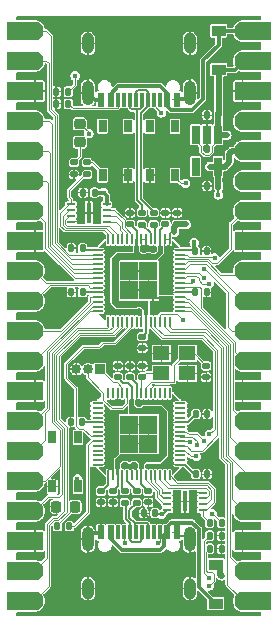
<source format=gtl>
%TF.GenerationSoftware,KiCad,Pcbnew,6.0.11+dfsg-1*%
%TF.CreationDate,2023-04-26T00:49:17+01:00*%
%TF.ProjectId,bico,6269636f-2e6b-4696-9361-645f70636258,rev?*%
%TF.SameCoordinates,Original*%
%TF.FileFunction,Copper,L1,Top*%
%TF.FilePolarity,Positive*%
%FSLAX46Y46*%
G04 Gerber Fmt 4.6, Leading zero omitted, Abs format (unit mm)*
G04 Created by KiCad (PCBNEW 6.0.11+dfsg-1) date 2023-04-26 00:49:17*
%MOMM*%
%LPD*%
G01*
G04 APERTURE LIST*
G04 Aperture macros list*
%AMRoundRect*
0 Rectangle with rounded corners*
0 $1 Rounding radius*
0 $2 $3 $4 $5 $6 $7 $8 $9 X,Y pos of 4 corners*
0 Add a 4 corners polygon primitive as box body*
4,1,4,$2,$3,$4,$5,$6,$7,$8,$9,$2,$3,0*
0 Add four circle primitives for the rounded corners*
1,1,$1+$1,$2,$3*
1,1,$1+$1,$4,$5*
1,1,$1+$1,$6,$7*
1,1,$1+$1,$8,$9*
0 Add four rect primitives between the rounded corners*
20,1,$1+$1,$2,$3,$4,$5,0*
20,1,$1+$1,$4,$5,$6,$7,0*
20,1,$1+$1,$6,$7,$8,$9,0*
20,1,$1+$1,$8,$9,$2,$3,0*%
%AMFreePoly0*
4,1,19,-0.700000,0.800000,0.000000,0.800000,0.127565,0.788278,0.288060,0.737982,0.431925,0.650855,0.550855,0.531925,0.637982,0.388060,0.688278,0.227565,0.700000,0.100000,0.700000,-0.100000,0.688278,-0.227565,0.637982,-0.388060,0.550855,-0.531925,0.431925,-0.650855,0.288060,-0.737982,0.127565,-0.788278,0.000000,-0.800000,-0.700000,-0.800000,-0.700000,0.800000,-0.700000,0.800000,
$1*%
%AMFreePoly1*
4,1,13,-0.700000,0.800000,0.560000,0.800000,0.613576,0.789343,0.658995,0.758995,0.689343,0.713576,0.700000,0.660000,0.700000,-0.660000,0.689343,-0.713576,0.658995,-0.758995,0.613576,-0.789343,0.560000,-0.800000,-0.700000,-0.800000,-0.700000,0.800000,-0.700000,0.800000,$1*%
G04 Aperture macros list end*
%TA.AperFunction,SMDPad,CuDef*%
%ADD10R,1.200000X0.900000*%
%TD*%
%TA.AperFunction,SMDPad,CuDef*%
%ADD11R,0.650000X1.560000*%
%TD*%
%TA.AperFunction,SMDPad,CuDef*%
%ADD12R,0.650000X1.050000*%
%TD*%
%TA.AperFunction,SMDPad,CuDef*%
%ADD13RoundRect,0.135000X0.135000X0.185000X-0.135000X0.185000X-0.135000X-0.185000X0.135000X-0.185000X0*%
%TD*%
%TA.AperFunction,SMDPad,CuDef*%
%ADD14RoundRect,0.135000X-0.185000X0.135000X-0.185000X-0.135000X0.185000X-0.135000X0.185000X0.135000X0*%
%TD*%
%TA.AperFunction,SMDPad,CuDef*%
%ADD15RoundRect,0.135000X-0.135000X-0.185000X0.135000X-0.185000X0.135000X0.185000X-0.135000X0.185000X0*%
%TD*%
%TA.AperFunction,SMDPad,CuDef*%
%ADD16RoundRect,0.135000X0.185000X-0.135000X0.185000X0.135000X-0.185000X0.135000X-0.185000X-0.135000X0*%
%TD*%
%TA.AperFunction,ComponentPad*%
%ADD17R,0.850000X0.850000*%
%TD*%
%TA.AperFunction,ComponentPad*%
%ADD18O,0.850000X0.850000*%
%TD*%
%TA.AperFunction,SMDPad,CuDef*%
%ADD19RoundRect,0.218750X-0.218750X-0.256250X0.218750X-0.256250X0.218750X0.256250X-0.218750X0.256250X0*%
%TD*%
%TA.AperFunction,SMDPad,CuDef*%
%ADD20RoundRect,0.218750X0.256250X-0.218750X0.256250X0.218750X-0.256250X0.218750X-0.256250X-0.218750X0*%
%TD*%
%TA.AperFunction,SMDPad,CuDef*%
%ADD21RoundRect,0.140000X-0.140000X-0.170000X0.140000X-0.170000X0.140000X0.170000X-0.140000X0.170000X0*%
%TD*%
%TA.AperFunction,SMDPad,CuDef*%
%ADD22RoundRect,0.140000X0.140000X0.170000X-0.140000X0.170000X-0.140000X-0.170000X0.140000X-0.170000X0*%
%TD*%
%TA.AperFunction,SMDPad,CuDef*%
%ADD23RoundRect,0.140000X0.170000X-0.140000X0.170000X0.140000X-0.170000X0.140000X-0.170000X-0.140000X0*%
%TD*%
%TA.AperFunction,SMDPad,CuDef*%
%ADD24RoundRect,0.140000X-0.170000X0.140000X-0.170000X-0.140000X0.170000X-0.140000X0.170000X0.140000X0*%
%TD*%
%TA.AperFunction,ComponentPad*%
%ADD25R,1.800000X1.600000*%
%TD*%
%TA.AperFunction,ComponentPad*%
%ADD26FreePoly0,0.000000*%
%TD*%
%TA.AperFunction,ComponentPad*%
%ADD27FreePoly1,0.000000*%
%TD*%
%TA.AperFunction,ComponentPad*%
%ADD28FreePoly0,180.000000*%
%TD*%
%TA.AperFunction,ComponentPad*%
%ADD29FreePoly1,180.000000*%
%TD*%
%TA.AperFunction,SMDPad,CuDef*%
%ADD30O,1.000000X0.200000*%
%TD*%
%TA.AperFunction,SMDPad,CuDef*%
%ADD31O,0.200000X1.000000*%
%TD*%
%TA.AperFunction,SMDPad,CuDef*%
%ADD32R,1.600000X1.600000*%
%TD*%
%TA.AperFunction,SMDPad,CuDef*%
%ADD33R,0.600000X1.150000*%
%TD*%
%TA.AperFunction,SMDPad,CuDef*%
%ADD34R,0.300000X1.150000*%
%TD*%
%TA.AperFunction,ComponentPad*%
%ADD35O,1.000000X1.800000*%
%TD*%
%TA.AperFunction,ComponentPad*%
%ADD36O,1.000000X2.100000*%
%TD*%
%TA.AperFunction,SMDPad,CuDef*%
%ADD37RoundRect,0.062500X-0.312500X-0.062500X0.312500X-0.062500X0.312500X0.062500X-0.312500X0.062500X0*%
%TD*%
%TA.AperFunction,SMDPad,CuDef*%
%ADD38R,0.400000X1.800000*%
%TD*%
%TA.AperFunction,SMDPad,CuDef*%
%ADD39R,1.400000X1.200000*%
%TD*%
%TA.AperFunction,SMDPad,CuDef*%
%ADD40RoundRect,0.062500X0.312500X0.062500X-0.312500X0.062500X-0.312500X-0.062500X0.312500X-0.062500X0*%
%TD*%
%TA.AperFunction,ViaPad*%
%ADD41C,0.450000*%
%TD*%
%TA.AperFunction,Conductor*%
%ADD42C,0.100000*%
%TD*%
%TA.AperFunction,Conductor*%
%ADD43C,0.200000*%
%TD*%
%TA.AperFunction,Conductor*%
%ADD44C,0.300000*%
%TD*%
%TA.AperFunction,Conductor*%
%ADD45C,0.500000*%
%TD*%
G04 APERTURE END LIST*
D10*
X156500000Y-121050000D03*
X156500000Y-124350000D03*
D11*
X156700000Y-84650000D03*
X155750000Y-84650000D03*
X154800000Y-84650000D03*
X154800000Y-87350000D03*
X156700000Y-87350000D03*
D10*
X156750000Y-79150000D03*
X156750000Y-75850000D03*
D12*
X142675000Y-110275000D03*
X144825000Y-110275000D03*
X144825000Y-114425000D03*
X142675000Y-114425000D03*
D13*
X144110000Y-117800000D03*
X143090000Y-117800000D03*
D14*
X144500000Y-86990000D03*
X144500000Y-88010000D03*
D15*
X155990000Y-117500000D03*
X157010000Y-117500000D03*
D14*
X149800000Y-114790000D03*
X149800000Y-115810000D03*
X148800000Y-114790000D03*
X148800000Y-115810000D03*
D15*
X155990000Y-118600000D03*
X157010000Y-118600000D03*
X155990000Y-119700000D03*
X157010000Y-119700000D03*
D16*
X145600000Y-88010000D03*
X145600000Y-86990000D03*
X150250000Y-92260000D03*
X150250000Y-91240000D03*
D13*
X144010000Y-82030000D03*
X142990000Y-82030000D03*
D16*
X151250000Y-92260000D03*
X151250000Y-91240000D03*
D13*
X144010000Y-81000000D03*
X142990000Y-81000000D03*
D17*
X146700000Y-104500000D03*
D18*
X145700000Y-104500000D03*
X144700000Y-104500000D03*
D19*
X143012500Y-116150000D03*
X144587500Y-116150000D03*
D20*
X145000000Y-85287500D03*
X145000000Y-83712500D03*
D21*
X154820000Y-108300000D03*
X155780000Y-108300000D03*
X154820000Y-113400000D03*
X155780000Y-113400000D03*
D22*
X145180000Y-109000000D03*
X144220000Y-109000000D03*
D23*
X149250000Y-105180000D03*
X149250000Y-104220000D03*
D24*
X155700000Y-104220000D03*
X155700000Y-105180000D03*
D23*
X150300000Y-105180000D03*
X150300000Y-104220000D03*
D22*
X151380000Y-116700000D03*
X150420000Y-116700000D03*
D23*
X148200000Y-105180000D03*
X148200000Y-104220000D03*
D24*
X150800000Y-114820000D03*
X150800000Y-115780000D03*
X147800000Y-114820000D03*
X147800000Y-115780000D03*
X146800000Y-114820000D03*
X146800000Y-115780000D03*
D21*
X155770000Y-89000000D03*
X156730000Y-89000000D03*
X155770000Y-83000000D03*
X156730000Y-83000000D03*
D22*
X145230000Y-94250000D03*
X144270000Y-94250000D03*
D21*
X154770000Y-94500000D03*
X155730000Y-94500000D03*
X154770000Y-98000000D03*
X155730000Y-98000000D03*
D22*
X145230000Y-98000000D03*
X144270000Y-98000000D03*
X146243248Y-89550000D03*
X145283248Y-89550000D03*
D24*
X150300000Y-101750000D03*
X150300000Y-102710000D03*
D23*
X149250000Y-92230000D03*
X149250000Y-91270000D03*
X152250000Y-92230000D03*
X152250000Y-91270000D03*
X153250000Y-92230000D03*
X153250000Y-91270000D03*
D25*
X139700000Y-101270000D03*
X139700000Y-108890000D03*
X160300000Y-113970000D03*
X139700000Y-78410000D03*
X160300000Y-103810000D03*
X160300000Y-108890000D03*
X160300000Y-80950000D03*
X160300000Y-93650000D03*
X139700000Y-113970000D03*
X139700000Y-116510000D03*
X160300000Y-124130000D03*
X139700000Y-103810000D03*
X160300000Y-98730000D03*
X139700000Y-96190000D03*
X160300000Y-83490000D03*
X139700000Y-121590000D03*
X160300000Y-88570000D03*
X160300000Y-101270000D03*
X139700000Y-91110000D03*
X160300000Y-78410000D03*
X160300000Y-119050000D03*
X139700000Y-98730000D03*
X139700000Y-83490000D03*
X139700000Y-124130000D03*
X160300000Y-111430000D03*
X139700000Y-75870000D03*
X160300000Y-116510000D03*
X139700000Y-93650000D03*
X160300000Y-91110000D03*
X160300000Y-106350000D03*
X139700000Y-119050000D03*
X160300000Y-121590000D03*
X139700000Y-86030000D03*
X139700000Y-111430000D03*
X160300000Y-75870000D03*
X160300000Y-86030000D03*
X139700000Y-88570000D03*
X160300000Y-96190000D03*
X139700000Y-106350000D03*
X139700000Y-80950000D03*
D26*
X141210000Y-75870000D03*
X141210000Y-78410000D03*
D27*
X141210000Y-80950000D03*
D26*
X141210000Y-83490000D03*
X141210000Y-86030000D03*
X141210000Y-88570000D03*
X141210000Y-91110000D03*
D27*
X141210000Y-93650000D03*
D26*
X141210000Y-96190000D03*
X141210000Y-98730000D03*
X141210000Y-101270000D03*
X141210000Y-103810000D03*
D27*
X141210000Y-106350000D03*
D26*
X141210000Y-108890000D03*
X141210000Y-111430000D03*
X141210000Y-113970000D03*
X141210000Y-116510000D03*
D27*
X141210000Y-119050000D03*
D26*
X141210000Y-121590000D03*
X141210000Y-124130000D03*
D28*
X158790000Y-124130000D03*
X158790000Y-121590000D03*
D29*
X158790000Y-119050000D03*
D28*
X158790000Y-116510000D03*
X158790000Y-113970000D03*
X158790000Y-111430000D03*
X158790000Y-108890000D03*
D29*
X158790000Y-106350000D03*
D28*
X158790000Y-103810000D03*
X158790000Y-101270000D03*
X158790000Y-98730000D03*
X158790000Y-96190000D03*
D29*
X158790000Y-93650000D03*
D28*
X158790000Y-91110000D03*
X158790000Y-88570000D03*
X158790000Y-86030000D03*
X158790000Y-83490000D03*
D29*
X158790000Y-80950000D03*
D28*
X158790000Y-78410000D03*
X158790000Y-75870000D03*
D30*
X153500000Y-112600000D03*
X153500000Y-112200000D03*
X153500000Y-111800000D03*
X153500000Y-111400000D03*
X153500000Y-111000000D03*
X153500000Y-110600000D03*
X153500000Y-110200000D03*
X153500000Y-109800000D03*
X153500000Y-109400000D03*
X153500000Y-109000000D03*
X153500000Y-108600000D03*
X153500000Y-108200000D03*
X153500000Y-107800000D03*
X153500000Y-107400000D03*
D31*
X152600000Y-106500000D03*
X152200000Y-106500000D03*
X151800000Y-106500000D03*
X151400000Y-106500000D03*
X151000000Y-106500000D03*
X150600000Y-106500000D03*
X150200000Y-106500000D03*
X149800000Y-106500000D03*
X149400000Y-106500000D03*
X149000000Y-106500000D03*
X148600000Y-106500000D03*
X148200000Y-106500000D03*
X147800000Y-106500000D03*
X147400000Y-106500000D03*
D30*
X146500000Y-107400000D03*
X146500000Y-107800000D03*
X146500000Y-108200000D03*
X146500000Y-108600000D03*
X146500000Y-109000000D03*
X146500000Y-109400000D03*
X146500000Y-109800000D03*
X146500000Y-110200000D03*
X146500000Y-110600000D03*
X146500000Y-111000000D03*
X146500000Y-111400000D03*
X146500000Y-111800000D03*
X146500000Y-112200000D03*
X146500000Y-112600000D03*
D31*
X147400000Y-113500000D03*
X147800000Y-113500000D03*
X148200000Y-113500000D03*
X148600000Y-113500000D03*
X149000000Y-113500000D03*
X149400000Y-113500000D03*
X149800000Y-113500000D03*
X150200000Y-113500000D03*
X150600000Y-113500000D03*
X151000000Y-113500000D03*
X151400000Y-113500000D03*
X151800000Y-113500000D03*
X152200000Y-113500000D03*
X152600000Y-113500000D03*
D32*
X150800000Y-110800000D03*
X150800000Y-109200000D03*
X149200000Y-110800000D03*
X149200000Y-109200000D03*
D33*
X153200000Y-81680000D03*
X152400000Y-81680000D03*
D34*
X151250000Y-81680000D03*
X150250000Y-81680000D03*
X149750000Y-81680000D03*
X148750000Y-81680000D03*
D33*
X147600000Y-81680000D03*
X146800000Y-81680000D03*
X146800000Y-81680000D03*
X147600000Y-81680000D03*
D34*
X148250000Y-81680000D03*
X149250000Y-81680000D03*
X150750000Y-81680000D03*
X151750000Y-81680000D03*
D33*
X152400000Y-81680000D03*
X153200000Y-81680000D03*
D35*
X154320000Y-76925000D03*
D36*
X145680000Y-81105000D03*
D35*
X145680000Y-76925000D03*
D36*
X154320000Y-81105000D03*
D12*
X146925000Y-83925000D03*
X149075000Y-83925000D03*
X149075000Y-88075000D03*
X146925000Y-88075000D03*
X150925000Y-83925000D03*
X153075000Y-83925000D03*
X153075000Y-88075000D03*
X150925000Y-88075000D03*
D33*
X146800000Y-118320000D03*
X147600000Y-118320000D03*
D34*
X148750000Y-118320000D03*
X149750000Y-118320000D03*
X150250000Y-118320000D03*
X151250000Y-118320000D03*
D33*
X152400000Y-118320000D03*
X153200000Y-118320000D03*
X153200000Y-118320000D03*
X152400000Y-118320000D03*
D34*
X151750000Y-118320000D03*
X150750000Y-118320000D03*
X149250000Y-118320000D03*
X148250000Y-118320000D03*
D33*
X147600000Y-118320000D03*
X146800000Y-118320000D03*
D35*
X145680000Y-123075000D03*
D36*
X154320000Y-118895000D03*
D35*
X154320000Y-123075000D03*
D36*
X145680000Y-118895000D03*
D30*
X146500000Y-94400000D03*
X146500000Y-94800000D03*
X146500000Y-95200000D03*
X146500000Y-95600000D03*
X146500000Y-96000000D03*
X146500000Y-96400000D03*
X146500000Y-96800000D03*
X146500000Y-97200000D03*
X146500000Y-97600000D03*
X146500000Y-98000000D03*
X146500000Y-98400000D03*
X146500000Y-98800000D03*
X146500000Y-99200000D03*
X146500000Y-99600000D03*
D31*
X147400000Y-100500000D03*
X147800000Y-100500000D03*
X148200000Y-100500000D03*
X148600000Y-100500000D03*
X149000000Y-100500000D03*
X149400000Y-100500000D03*
X149800000Y-100500000D03*
X150200000Y-100500000D03*
X150600000Y-100500000D03*
X151000000Y-100500000D03*
X151400000Y-100500000D03*
X151800000Y-100500000D03*
X152200000Y-100500000D03*
X152600000Y-100500000D03*
D30*
X153500000Y-99600000D03*
X153500000Y-99200000D03*
X153500000Y-98800000D03*
X153500000Y-98400000D03*
X153500000Y-98000000D03*
X153500000Y-97600000D03*
X153500000Y-97200000D03*
X153500000Y-96800000D03*
X153500000Y-96400000D03*
X153500000Y-96000000D03*
X153500000Y-95600000D03*
X153500000Y-95200000D03*
X153500000Y-94800000D03*
X153500000Y-94400000D03*
D31*
X152600000Y-93500000D03*
X152200000Y-93500000D03*
X151800000Y-93500000D03*
X151400000Y-93500000D03*
X151000000Y-93500000D03*
X150600000Y-93500000D03*
X150200000Y-93500000D03*
X149800000Y-93500000D03*
X149400000Y-93500000D03*
X149000000Y-93500000D03*
X148600000Y-93500000D03*
X148200000Y-93500000D03*
X147800000Y-93500000D03*
X147400000Y-93500000D03*
D32*
X149200000Y-96200000D03*
X149200000Y-97800000D03*
X150800000Y-96200000D03*
X150800000Y-97800000D03*
D37*
X144263248Y-90520000D03*
X144263248Y-91020000D03*
X144263248Y-91520000D03*
X144263248Y-92020000D03*
D38*
X145763248Y-91270000D03*
D37*
X147263248Y-92020000D03*
X147263248Y-91520000D03*
X147263248Y-91020000D03*
X147263248Y-90520000D03*
D39*
X151900000Y-104850000D03*
X154100000Y-104850000D03*
X154100000Y-103150000D03*
X151900000Y-103150000D03*
D40*
X155400000Y-116450000D03*
X155400000Y-115950000D03*
X155400000Y-115450000D03*
X155400000Y-114950000D03*
D38*
X153900000Y-115700000D03*
D40*
X152400000Y-114950000D03*
X152400000Y-115450000D03*
X152400000Y-115950000D03*
X152400000Y-116450000D03*
D41*
X154670000Y-112650000D03*
X157020000Y-95960000D03*
X146400000Y-90500000D03*
X145050000Y-90500000D03*
X153200000Y-115000000D03*
X154570000Y-115100000D03*
X156900000Y-115080000D03*
X143550000Y-82950000D03*
X149700000Y-116700000D03*
X143520000Y-93160000D03*
X154400000Y-109550000D03*
X150000000Y-107400000D03*
X159300000Y-89850000D03*
X159350000Y-87300000D03*
X146300000Y-113850000D03*
X156750000Y-123100000D03*
X157550000Y-124800000D03*
X142500000Y-124750000D03*
X159350000Y-84750000D03*
X158000000Y-77150000D03*
X155700000Y-75700000D03*
X142550000Y-75450000D03*
X143520000Y-90270000D03*
X155800000Y-98850000D03*
X153600000Y-93600000D03*
X143600000Y-96700000D03*
X141700000Y-100000000D03*
X155750000Y-103150000D03*
X151520000Y-115970000D03*
X146400000Y-91890000D03*
X145050000Y-91900000D03*
X152630000Y-95000000D03*
X147500000Y-111970000D03*
X148810000Y-112630000D03*
X151210000Y-94370000D03*
X155990000Y-87350000D03*
X156660000Y-85900000D03*
X154840000Y-85900000D03*
X155750000Y-85900000D03*
X153727784Y-100311127D03*
X155516499Y-96046499D03*
X153950000Y-88750000D03*
X149500000Y-101450000D03*
X144100000Y-106250000D03*
X154595000Y-97075000D03*
X145750000Y-84550000D03*
X156405000Y-95085000D03*
X155500000Y-96790000D03*
X155940000Y-97250000D03*
X144800000Y-113800000D03*
X156210000Y-116738400D03*
X154865000Y-111895000D03*
X155970000Y-110010000D03*
X155500000Y-110590000D03*
X154910000Y-110930000D03*
X154340000Y-110660000D03*
X154050000Y-91250000D03*
X154000000Y-92225000D03*
X154675000Y-93775000D03*
X143025000Y-113725000D03*
X151900000Y-82800000D03*
X144600000Y-79675000D03*
X155929327Y-122840673D03*
X148800000Y-119220000D03*
X154575000Y-116450000D03*
X149020000Y-82930000D03*
X150900000Y-82900000D03*
X155905000Y-122175000D03*
X151600000Y-119250000D03*
X147400000Y-103500000D03*
X145400000Y-108200000D03*
X147600000Y-104700000D03*
X155800000Y-107400000D03*
X156900000Y-112600000D03*
X153700000Y-113400000D03*
X153200000Y-116450733D03*
X151915000Y-116775000D03*
X146500000Y-102100000D03*
X157450000Y-84700000D03*
X157000000Y-122000000D03*
X155800000Y-82200000D03*
X155000000Y-83000000D03*
X155000000Y-89000000D03*
X155775000Y-89725000D03*
X156729999Y-89729999D03*
X146890000Y-93200000D03*
X147800000Y-116450000D03*
X146800000Y-116450000D03*
X144100000Y-108150000D03*
X151440000Y-102140000D03*
X154100000Y-105900000D03*
X155750000Y-105900000D03*
X148200000Y-103500000D03*
X149250000Y-103500000D03*
X150300000Y-103500000D03*
X149200000Y-110800000D03*
X150800000Y-110800000D03*
X150800000Y-109200000D03*
X149200000Y-109200000D03*
X147500000Y-109000000D03*
X152500000Y-112500000D03*
X152500000Y-107400000D03*
X148200000Y-107350000D03*
X147500000Y-112600000D03*
X149600000Y-112640000D03*
X147013248Y-89550000D03*
X144563248Y-89550000D03*
X156450000Y-94350000D03*
X156690000Y-98130000D03*
X149600000Y-102700000D03*
X143625000Y-98000000D03*
X144300000Y-93300000D03*
X153250000Y-90600000D03*
X152250000Y-90600000D03*
X149250000Y-90600000D03*
X151900000Y-99200000D03*
X149200000Y-97800000D03*
X150800000Y-97800000D03*
X150800000Y-96200000D03*
X149200000Y-96200000D03*
X152300000Y-97700000D03*
X147500000Y-94500000D03*
X150000000Y-99630000D03*
X152650000Y-94350000D03*
X153000000Y-92900000D03*
X150400000Y-94370000D03*
D42*
X149000000Y-106500000D02*
X149000000Y-107400000D01*
X149000000Y-107400000D02*
X148590000Y-107810000D01*
X148590000Y-107810000D02*
X147710000Y-107810000D01*
X147710000Y-107810000D02*
X147000000Y-107100000D01*
X147000000Y-107100000D02*
X147000000Y-106500000D01*
X147000000Y-106500000D02*
X145700000Y-105200000D01*
X145700000Y-105200000D02*
X145700000Y-104500000D01*
X156450000Y-109530000D02*
X155970000Y-110010000D01*
X154420000Y-111390000D02*
X155350000Y-111390000D01*
X155350000Y-111390000D02*
X156649501Y-110090499D01*
X156649501Y-110090499D02*
X156649501Y-102849501D01*
X156649501Y-102849501D02*
X155430498Y-101630499D01*
X155430498Y-101630499D02*
X152130499Y-101630499D01*
X153500000Y-111000000D02*
X154030000Y-111000000D01*
X154030000Y-111000000D02*
X154420000Y-111390000D01*
X152130499Y-101630499D02*
X151400000Y-100900000D01*
X151400000Y-100900000D02*
X151400000Y-100500000D01*
X155347862Y-101830000D02*
X156450000Y-102932138D01*
X151000000Y-100500000D02*
X151000000Y-100900000D01*
X151930000Y-101830000D02*
X155347862Y-101830000D01*
X156450000Y-102932138D02*
X156450000Y-109530000D01*
X151000000Y-100900000D02*
X151930000Y-101830000D01*
X154395000Y-111895000D02*
X154865000Y-111895000D01*
X153900000Y-111400000D02*
X154395000Y-111895000D01*
X153500000Y-111400000D02*
X153900000Y-111400000D01*
X154910000Y-110588654D02*
X154910000Y-110930000D01*
X153500000Y-110200000D02*
X153506500Y-110206500D01*
X154527846Y-110206500D02*
X154910000Y-110588654D01*
X153506500Y-110206500D02*
X154527846Y-110206500D01*
D43*
X154820000Y-113400000D02*
X154700000Y-113400000D01*
X154700000Y-113400000D02*
X153900000Y-112600000D01*
X153900000Y-112600000D02*
X153500000Y-112600000D01*
D42*
X153500000Y-110600000D02*
X154280000Y-110600000D01*
X154199518Y-110006999D02*
X154916999Y-110006999D01*
X153500000Y-109800000D02*
X153992519Y-109800000D01*
X154280000Y-110600000D02*
X154340000Y-110660000D01*
X153992519Y-109800000D02*
X154199518Y-110006999D01*
X154916999Y-110006999D02*
X155500000Y-110590000D01*
X157937505Y-102269643D02*
X157937505Y-107937505D01*
X158890000Y-113102241D02*
X158890000Y-113970000D01*
X154100000Y-98600000D02*
X154267862Y-98600000D01*
X157738004Y-102352280D02*
X157738004Y-110278004D01*
X157339002Y-102517554D02*
X157339002Y-111833381D01*
X157538503Y-102434917D02*
X157538503Y-111750744D01*
X157937505Y-107937505D02*
X158890000Y-108890000D01*
X154421448Y-99600000D02*
X157339002Y-102517554D01*
X154185724Y-98800000D02*
X157738004Y-102352280D01*
X155250000Y-97659878D02*
X155250000Y-99300000D01*
X157899002Y-112393383D02*
X157899002Y-115519002D01*
X152600000Y-100500000D02*
X152600000Y-100900000D01*
X155597172Y-101340000D02*
X156940000Y-102682828D01*
X153900000Y-98400000D02*
X154100000Y-98600000D01*
X156940000Y-102682828D02*
X156940000Y-111998654D01*
X157699501Y-120399501D02*
X158890000Y-121590000D01*
X157139501Y-111916017D02*
X157699501Y-112476018D01*
X155130122Y-97540000D02*
X155250000Y-97659878D01*
X157339002Y-111833381D02*
X157899002Y-112393383D01*
X157139501Y-102600191D02*
X157139501Y-111916017D01*
X153500000Y-97600000D02*
X153560000Y-97540000D01*
X153500000Y-99600000D02*
X154421448Y-99600000D01*
X152200000Y-100900000D02*
X152640000Y-101340000D01*
X156940000Y-111998654D02*
X157500000Y-112558654D01*
X152640000Y-101340000D02*
X155597172Y-101340000D01*
X155679809Y-101140499D02*
X157139501Y-102600191D01*
X152840499Y-101140499D02*
X155679809Y-101140499D01*
X152200000Y-100500000D02*
X152200000Y-100900000D01*
X157500000Y-122740000D02*
X158890000Y-124130000D01*
X157899002Y-115519002D02*
X158890000Y-116510000D01*
X157699501Y-112476018D02*
X157699501Y-120399501D01*
X158140000Y-102190000D02*
X158140000Y-103060000D01*
X153500000Y-99200000D02*
X154303586Y-99200000D01*
X157538503Y-111750744D02*
X158890000Y-113102241D01*
X154303586Y-99200000D02*
X157538503Y-102434917D01*
X153500000Y-98400000D02*
X153900000Y-98400000D01*
X153500000Y-98800000D02*
X154185724Y-98800000D01*
X157500000Y-112558654D02*
X157500000Y-122740000D01*
X157738004Y-110278004D02*
X158890000Y-111430000D01*
X152600000Y-100900000D02*
X152840499Y-101140499D01*
X154267862Y-98600000D02*
X157937505Y-102269643D01*
X153560000Y-97540000D02*
X155130122Y-97540000D01*
X155250000Y-99300000D02*
X158140000Y-102190000D01*
X158140000Y-103060000D02*
X158890000Y-103810000D01*
X153500000Y-95200000D02*
X153520499Y-95179501D01*
X153520499Y-95179501D02*
X155858155Y-95179501D01*
X156218654Y-95540000D02*
X156600000Y-95540000D01*
X157800000Y-94340000D02*
X157800000Y-92200000D01*
X155858155Y-95179501D02*
X156218654Y-95540000D01*
X156600000Y-95540000D02*
X157800000Y-94340000D01*
X157800000Y-92200000D02*
X158890000Y-91110000D01*
X152200000Y-113500000D02*
X152200000Y-113900000D01*
X156124501Y-114706639D02*
X156124501Y-115475499D01*
X156124501Y-115475499D02*
X155650000Y-115950000D01*
X152200000Y-113900000D02*
X152640000Y-114340000D01*
X152640000Y-114340000D02*
X155757862Y-114340000D01*
X155757862Y-114340000D02*
X156124501Y-114706639D01*
X155650000Y-115950000D02*
X155400000Y-115950000D01*
X151800000Y-113500000D02*
X151800000Y-113900000D01*
X151800000Y-113900000D02*
X152446500Y-114546500D01*
X155662760Y-115450000D02*
X155400000Y-115450000D01*
X152446500Y-114546500D02*
X155672020Y-114546500D01*
X155672020Y-114546500D02*
X155925000Y-114799480D01*
X155925000Y-114799480D02*
X155925000Y-115187760D01*
X155925000Y-115187760D02*
X155662760Y-115450000D01*
X152600000Y-113500000D02*
X153240000Y-114140000D01*
X153240000Y-114140000D02*
X155839999Y-114140000D01*
X156324002Y-115775998D02*
X155650000Y-116450000D01*
X155839999Y-114140000D02*
X156324002Y-114624003D01*
X156324002Y-114624003D02*
X156324002Y-115775998D01*
X155650000Y-116450000D02*
X155400000Y-116450000D01*
D43*
X148896999Y-117210557D02*
X149250000Y-117563558D01*
X148896999Y-115906999D02*
X148896999Y-117210557D01*
X148800000Y-115810000D02*
X148896999Y-115906999D01*
X149655000Y-117545000D02*
X149750000Y-117545000D01*
X149250000Y-117563558D02*
X149250000Y-118320000D01*
X149800000Y-115810000D02*
X149196500Y-116413500D01*
X149196500Y-116413500D02*
X149196500Y-117086500D01*
X149196500Y-117086500D02*
X149655000Y-117545000D01*
X149750000Y-117545000D02*
X149700000Y-117595000D01*
X149700000Y-117595000D02*
X149700000Y-118270000D01*
X149700000Y-118270000D02*
X149750000Y-118320000D01*
X149250000Y-118320000D02*
X149250000Y-118945000D01*
X149250000Y-118945000D02*
X149400000Y-119095000D01*
X149400000Y-119095000D02*
X150055000Y-119095000D01*
X150055000Y-119095000D02*
X150250000Y-118900000D01*
X150250000Y-118900000D02*
X150250000Y-118320000D01*
D44*
X147600000Y-118320000D02*
X147600000Y-118850000D01*
X147600000Y-118850000D02*
X148560000Y-119810000D01*
X152153500Y-119479268D02*
X152153500Y-118566500D01*
X148560000Y-119810000D02*
X151822768Y-119810000D01*
X151822768Y-119810000D02*
X152153500Y-119479268D01*
X152153500Y-118566500D02*
X152400000Y-118320000D01*
D42*
X148750000Y-119170000D02*
X148800000Y-119220000D01*
X148750000Y-118320000D02*
X148750000Y-119170000D01*
X146500000Y-110200000D02*
X145950000Y-110200000D01*
X145950000Y-110200000D02*
X145300000Y-109550000D01*
X145300000Y-109550000D02*
X144930000Y-109550000D01*
X146950000Y-102300000D02*
X147953553Y-102300000D01*
X144930000Y-109550000D02*
X144700000Y-109320000D01*
X144700000Y-109320000D02*
X144700000Y-106120000D01*
X144700000Y-106120000D02*
X143850000Y-105270000D01*
X143850000Y-105270000D02*
X143850000Y-104050000D01*
X149400000Y-100853553D02*
X149400000Y-100500000D01*
X143850000Y-104050000D02*
X145300000Y-102600000D01*
X145300000Y-102600000D02*
X146650000Y-102600000D01*
X146650000Y-102600000D02*
X146950000Y-102300000D01*
X147953553Y-102300000D02*
X149400000Y-100853553D01*
X156297991Y-94977991D02*
X156405000Y-95085000D01*
X154277991Y-94977991D02*
X156297991Y-94977991D01*
X154100000Y-94800000D02*
X154277991Y-94977991D01*
X153500000Y-94800000D02*
X154100000Y-94800000D01*
X155046500Y-96977846D02*
X155318654Y-97250000D01*
X153900000Y-96800000D02*
X154100000Y-96600000D01*
X154100000Y-96600000D02*
X154846516Y-96600000D01*
X155046500Y-96799984D02*
X155046500Y-96977846D01*
X154846516Y-96600000D02*
X155046500Y-96799984D01*
X153500000Y-96800000D02*
X153900000Y-96800000D01*
X155318654Y-97250000D02*
X155940000Y-97250000D01*
X158890000Y-101270000D02*
X157860000Y-101270000D01*
X157860000Y-101270000D02*
X157540000Y-100950000D01*
X157540000Y-100950000D02*
X157540000Y-97970000D01*
X157540000Y-97970000D02*
X155616499Y-96046499D01*
X155616499Y-96046499D02*
X155516499Y-96046499D01*
X156896517Y-96500000D02*
X158580000Y-96500000D01*
X155776018Y-95379501D02*
X156896517Y-96500000D01*
X154120499Y-95379501D02*
X155776018Y-95379501D01*
X158580000Y-96500000D02*
X158890000Y-96190000D01*
X153900000Y-95600000D02*
X154120499Y-95379501D01*
X153500000Y-95600000D02*
X153900000Y-95600000D01*
X153500000Y-96400000D02*
X155110000Y-96400000D01*
X155110000Y-96400000D02*
X155500000Y-96790000D01*
X155704345Y-95592999D02*
X158841346Y-98730000D01*
X153500000Y-96000000D02*
X153900000Y-96000000D01*
X153900000Y-96000000D02*
X154307001Y-95592999D01*
X154307001Y-95592999D02*
X155704345Y-95592999D01*
X158841346Y-98730000D02*
X158890000Y-98730000D01*
X154470000Y-97200000D02*
X154595000Y-97075000D01*
X153500000Y-97200000D02*
X154470000Y-97200000D01*
X143538747Y-91568981D02*
X143538747Y-92253157D01*
X144087728Y-91020000D02*
X143538747Y-91568981D01*
X143538747Y-92253157D02*
X143838591Y-92553001D01*
X143339246Y-92339246D02*
X143752502Y-92752502D01*
X147447499Y-92347499D02*
X148200000Y-93100000D01*
X143838591Y-92553001D02*
X145320483Y-92553001D01*
X144263248Y-91020000D02*
X144087728Y-91020000D01*
X143339246Y-91268482D02*
X143339246Y-92339246D01*
X144087728Y-91520000D02*
X143738248Y-91869480D01*
X147800000Y-93100000D02*
X147800000Y-93500000D01*
X144263248Y-90520000D02*
X144087728Y-90520000D01*
X144087728Y-90520000D02*
X143339246Y-91268482D01*
X145243847Y-92347499D02*
X147447499Y-92347499D01*
X143921228Y-92353500D02*
X145237846Y-92353500D01*
X143738248Y-91869480D02*
X143738248Y-92170520D01*
X145409121Y-92746500D02*
X147077846Y-92746500D01*
X147400000Y-93068654D02*
X147400000Y-93500000D01*
X143752502Y-92752502D02*
X145403120Y-92752502D01*
X147077846Y-92746500D02*
X147400000Y-93068654D01*
X145237846Y-92353500D02*
X145243847Y-92347499D01*
X145403120Y-92752502D02*
X145409121Y-92746500D01*
X143738248Y-92170520D02*
X143921228Y-92353500D01*
X147246999Y-92546999D02*
X147800000Y-93100000D01*
X145326483Y-92547000D02*
X147246999Y-92546999D01*
X145320483Y-92553001D02*
X145326483Y-92547000D01*
X148200000Y-93100000D02*
X148200000Y-93500000D01*
X144263248Y-91520000D02*
X144087728Y-91520000D01*
D43*
X151145000Y-117425000D02*
X152225731Y-117425000D01*
X150420000Y-116700000D02*
X151145000Y-117425000D01*
X152225731Y-117425000D02*
X153200000Y-116450733D01*
D42*
X157010000Y-117500000D02*
X156248400Y-116738400D01*
X156248400Y-116738400D02*
X156210000Y-116738400D01*
D43*
X149750000Y-117545000D02*
X150645000Y-117545000D01*
X150645000Y-117545000D02*
X150750000Y-117650000D01*
X150750000Y-117650000D02*
X150750000Y-118320000D01*
D42*
X142660998Y-93925273D02*
X142660998Y-83735998D01*
X142370499Y-78620499D02*
X142370499Y-82570499D01*
X142660998Y-83735998D02*
X142415000Y-83490000D01*
X142415000Y-83490000D02*
X141110000Y-83490000D01*
X142860499Y-83060499D02*
X142860499Y-93842637D01*
X146500000Y-96400000D02*
X144500000Y-96400000D01*
X144400000Y-96000000D02*
X146500000Y-96000000D01*
X142860499Y-93842637D02*
X144217862Y-95200000D01*
X141110000Y-86030000D02*
X142280000Y-86030000D01*
X142461497Y-86211497D02*
X142461497Y-94061497D01*
X142280000Y-86030000D02*
X142461497Y-86211497D01*
X144335725Y-95600000D02*
X142660998Y-93925273D01*
X142261996Y-94161996D02*
X142261996Y-88731996D01*
X142461497Y-94061497D02*
X144400000Y-96000000D01*
X142261996Y-88731996D02*
X142100000Y-88570000D01*
X142100000Y-88570000D02*
X141110000Y-88570000D01*
X144500000Y-96400000D02*
X142261996Y-94161996D01*
X143060000Y-82977862D02*
X143060000Y-93760000D01*
X146500000Y-95600000D02*
X144335725Y-95600000D01*
X144217862Y-95200000D02*
X146500000Y-95200000D01*
X142370499Y-82570499D02*
X142860499Y-83060499D01*
X142160000Y-78410000D02*
X142370499Y-78620499D01*
X142140000Y-75870000D02*
X142570000Y-76300000D01*
X144100000Y-94800000D02*
X146500000Y-94800000D01*
X141110000Y-78410000D02*
X142160000Y-78410000D01*
X141110000Y-75870000D02*
X142140000Y-75870000D01*
X142570000Y-76300000D02*
X142570000Y-82487862D01*
X142570000Y-82487862D02*
X143060000Y-82977862D01*
X143060000Y-93760000D02*
X144100000Y-94800000D01*
D43*
X148200000Y-105180000D02*
X148680000Y-105660000D01*
X148680000Y-105660000D02*
X149060000Y-105660000D01*
X149060000Y-105660000D02*
X149400000Y-106000000D01*
X149400000Y-106000000D02*
X149400000Y-106500000D01*
X149250000Y-105180000D02*
X149800000Y-105730000D01*
X149800000Y-105730000D02*
X149800000Y-106500000D01*
D42*
X148600000Y-106500000D02*
X148600000Y-106100000D01*
X148110000Y-105610000D02*
X147810000Y-105610000D01*
X148600000Y-106100000D02*
X148110000Y-105610000D01*
X147810000Y-105610000D02*
X146700000Y-104500000D01*
D45*
X156700000Y-87350000D02*
X157250000Y-87350000D01*
X157870000Y-86030000D02*
X158890000Y-86030000D01*
X157250000Y-87350000D02*
X157650000Y-86950000D01*
X157650000Y-86950000D02*
X157650000Y-86250000D01*
X157650000Y-86250000D02*
X157870000Y-86030000D01*
D42*
X144110000Y-117800000D02*
X144500000Y-117800000D01*
X144500000Y-117800000D02*
X145700000Y-116600000D01*
X145700000Y-116600000D02*
X145700000Y-110900000D01*
X145700000Y-110900000D02*
X146000000Y-110600000D01*
X146000000Y-110600000D02*
X146500000Y-110600000D01*
D45*
X156750000Y-84700000D02*
X157450000Y-84700000D01*
X156700000Y-84650000D02*
X156750000Y-84700000D01*
D44*
X152400000Y-81680000D02*
X152400000Y-82255000D01*
X154460660Y-82575000D02*
X155450000Y-81585660D01*
X152400000Y-82255000D02*
X152720000Y-82575000D01*
X152720000Y-82575000D02*
X154460660Y-82575000D01*
X155450000Y-81585660D02*
X155450000Y-78350000D01*
X155450000Y-78350000D02*
X156750000Y-77050000D01*
X156750000Y-77050000D02*
X156750000Y-75850000D01*
D42*
X155990000Y-119700000D02*
X155700000Y-119990000D01*
X155700000Y-119990000D02*
X155700000Y-121575000D01*
X155700000Y-121575000D02*
X155825000Y-121700000D01*
X156360000Y-121885000D02*
X156360000Y-122410000D01*
X155825000Y-121700000D02*
X156175000Y-121700000D01*
X156175000Y-121700000D02*
X156360000Y-121885000D01*
X156360000Y-122410000D02*
X155929327Y-122840673D01*
X155500499Y-121770499D02*
X155905000Y-122175000D01*
X155500499Y-119089501D02*
X155500499Y-121770499D01*
X155990000Y-118600000D02*
X155500499Y-119089501D01*
X146500000Y-98400000D02*
X145900000Y-98400000D01*
X145900000Y-98400000D02*
X145850000Y-98450000D01*
X145850000Y-98450000D02*
X145850000Y-98787158D01*
X145850000Y-98787158D02*
X143367158Y-101270000D01*
X143367158Y-101270000D02*
X141110000Y-101270000D01*
X146500000Y-98800000D02*
X146120000Y-98800000D01*
X146120000Y-98800000D02*
X141110000Y-103810000D01*
X141110000Y-113970000D02*
X142010000Y-113970000D01*
X142010000Y-113970000D02*
X143300499Y-112679501D01*
X143300499Y-112679501D02*
X143300499Y-109650499D01*
X143300499Y-109650499D02*
X142619501Y-108969501D01*
X144746414Y-101020000D02*
X147300000Y-101020000D01*
X142619501Y-108969501D02*
X142619501Y-103146913D01*
X142619501Y-103146913D02*
X144746414Y-101020000D01*
X147300000Y-101020000D02*
X147400000Y-100920000D01*
X147400000Y-100920000D02*
X147400000Y-100500000D01*
X150600000Y-113500000D02*
X150600000Y-113900000D01*
X150600000Y-113900000D02*
X151520000Y-114820000D01*
X151520000Y-114820000D02*
X151520000Y-115320000D01*
X151520000Y-115320000D02*
X152150000Y-115950000D01*
X152150000Y-115950000D02*
X152400000Y-115950000D01*
X151000000Y-113500000D02*
X151000000Y-114017862D01*
X151000000Y-114017862D02*
X151720000Y-114737862D01*
X151720000Y-114737862D02*
X151720000Y-115070000D01*
X151720000Y-115070000D02*
X152100000Y-115450000D01*
X152100000Y-115450000D02*
X152400000Y-115450000D01*
X152400000Y-114950000D02*
X151990000Y-114950000D01*
X151920000Y-114880000D02*
X151920000Y-114612863D01*
X151990000Y-114950000D02*
X151920000Y-114880000D01*
X151920000Y-114612863D02*
X151400000Y-114092863D01*
X151400000Y-114092863D02*
X151400000Y-113500000D01*
D43*
X152075000Y-116775000D02*
X151915000Y-116775000D01*
X152400000Y-116450000D02*
X152075000Y-116775000D01*
X151455000Y-116775000D02*
X151915000Y-116775000D01*
X151380000Y-116700000D02*
X151455000Y-116775000D01*
D44*
X152400000Y-118320000D02*
X152400000Y-117844270D01*
X152400000Y-117844270D02*
X152749270Y-117495000D01*
X152749270Y-117495000D02*
X154530660Y-117495000D01*
X154530660Y-117495000D02*
X155075000Y-118039340D01*
X155075000Y-118039340D02*
X155075000Y-122925000D01*
X155075000Y-122925000D02*
X156500000Y-124350000D01*
D42*
X146500000Y-96800000D02*
X144600000Y-96800000D01*
X144600000Y-96800000D02*
X142060000Y-94260000D01*
X142060000Y-94260000D02*
X142060000Y-92060000D01*
X142060000Y-92060000D02*
X141110000Y-91110000D01*
X146500000Y-97200000D02*
X142120000Y-97200000D01*
X142120000Y-97200000D02*
X141110000Y-96190000D01*
X146500000Y-97600000D02*
X145875061Y-97600000D01*
X145875061Y-97600000D02*
X145675061Y-97400000D01*
X145675061Y-97400000D02*
X142440000Y-97400000D01*
X142440000Y-97400000D02*
X141110000Y-98730000D01*
X142060000Y-110480000D02*
X141110000Y-111430000D01*
X142800000Y-117300000D02*
X143167862Y-117300000D01*
X143700000Y-116485724D02*
X143085225Y-117100499D01*
X142319501Y-115300499D02*
X143249501Y-115300499D01*
X148200000Y-100500000D02*
X148200000Y-100900000D01*
X141110000Y-116510000D02*
X142319501Y-115300499D01*
X142819004Y-107862146D02*
X142819002Y-107862142D01*
X144829051Y-101219501D02*
X147480499Y-101219501D01*
X143500000Y-109567862D02*
X142819004Y-108886865D01*
X142400000Y-117700000D02*
X142800000Y-117300000D01*
X142819002Y-107862142D02*
X142819002Y-103229550D01*
X143218015Y-103394813D02*
X144994325Y-101618503D01*
X143218015Y-108718137D02*
X143218015Y-103394813D01*
X143900000Y-109400122D02*
X143218015Y-108718137D01*
X141110000Y-124130000D02*
X142400000Y-122840000D01*
X148600000Y-100900000D02*
X148600000Y-100500000D01*
X143018505Y-108804229D02*
X143700000Y-109485724D01*
X142400000Y-122840000D02*
X142400000Y-117700000D01*
X147680998Y-101419002D02*
X144911688Y-101419002D01*
X147881497Y-101618503D02*
X148600000Y-100900000D01*
X143167862Y-117300000D02*
X143900000Y-116567862D01*
X142200499Y-117617364D02*
X142200499Y-120499501D01*
X143249501Y-115300499D02*
X143500000Y-115050000D01*
X143700000Y-109485724D02*
X143700000Y-116485724D01*
X143018505Y-103312185D02*
X143018505Y-108804229D01*
X147800000Y-100900000D02*
X147800000Y-100500000D01*
X142419998Y-107862140D02*
X142060000Y-108222138D01*
X146500000Y-99600000D02*
X145884276Y-99600000D01*
X143085225Y-117100499D02*
X142717363Y-117100499D01*
X146002138Y-99200000D02*
X146500000Y-99200000D01*
X148200000Y-100900000D02*
X147680998Y-101419002D01*
X142220497Y-107779503D02*
X142220497Y-102981641D01*
X142717363Y-117100499D02*
X142200499Y-117617364D01*
X141110000Y-108890000D02*
X142220497Y-107779503D01*
X142220497Y-102981641D02*
X146002138Y-99200000D01*
X144911688Y-101419002D02*
X143018505Y-103312185D01*
X145884276Y-99600000D02*
X142419998Y-103064278D01*
X147480499Y-101219501D02*
X147800000Y-100900000D01*
X143900000Y-116567862D02*
X143900000Y-109400122D01*
X143500000Y-115050000D02*
X143500000Y-109567862D01*
X144994325Y-101618503D02*
X147881497Y-101618503D01*
X142819002Y-103229550D02*
X144829051Y-101219501D01*
X142419998Y-103064278D02*
X142419998Y-107862140D01*
X142060000Y-108222138D02*
X142060000Y-110480000D01*
X142819004Y-108886865D02*
X142819004Y-107862146D01*
X142200499Y-120499501D02*
X141110000Y-121590000D01*
D45*
X156700000Y-87350000D02*
X155990000Y-87350000D01*
D42*
X156206500Y-85598500D02*
X156700000Y-85105000D01*
X156206500Y-86087846D02*
X156206500Y-85598500D01*
X155934346Y-86360000D02*
X156206500Y-86087846D01*
X155560000Y-86360000D02*
X155934346Y-86360000D01*
X155293500Y-86093500D02*
X155560000Y-86360000D01*
X155293500Y-85598500D02*
X155293500Y-86093500D01*
X156700000Y-85105000D02*
X156700000Y-84650000D01*
X154800000Y-85105000D02*
X155293500Y-85598500D01*
X154800000Y-84650000D02*
X154800000Y-85105000D01*
X153727784Y-100311127D02*
X153266657Y-99850000D01*
X153266657Y-99850000D02*
X151850000Y-99850000D01*
X151850000Y-99850000D02*
X151800000Y-99900000D01*
X151800000Y-99900000D02*
X151800000Y-100500000D01*
X153550000Y-88750000D02*
X153075000Y-88275000D01*
X153950000Y-88750000D02*
X153550000Y-88750000D01*
X153075000Y-88275000D02*
X153075000Y-88075000D01*
X147800000Y-102100000D02*
X146500000Y-102100000D01*
X149000000Y-100900000D02*
X147800000Y-102100000D01*
X149000000Y-100500000D02*
X149000000Y-100900000D01*
X145750000Y-84550000D02*
X145750000Y-84462500D01*
X145750000Y-84462500D02*
X145000000Y-83712500D01*
X143090000Y-117660000D02*
X144587500Y-116162500D01*
X144587500Y-116162500D02*
X144587500Y-116150000D01*
X143090000Y-117800000D02*
X143090000Y-117660000D01*
X144825000Y-113825000D02*
X144825000Y-114825000D01*
X144800000Y-113800000D02*
X144825000Y-113825000D01*
X145000000Y-85287500D02*
X145000000Y-86490000D01*
X145000000Y-86490000D02*
X144500000Y-86990000D01*
X145600000Y-86990000D02*
X146015000Y-86990000D01*
X146015000Y-86990000D02*
X146925000Y-87900000D01*
X146925000Y-87900000D02*
X146925000Y-88075000D01*
X145600000Y-88010000D02*
X145440000Y-88010000D01*
X145440000Y-88010000D02*
X144100000Y-89350000D01*
X144263248Y-90088248D02*
X144263248Y-90520000D01*
X144100000Y-89350000D02*
X144100000Y-89925000D01*
X144100000Y-89925000D02*
X144263248Y-90088248D01*
D45*
X153250000Y-92230000D02*
X153995000Y-92230000D01*
X153995000Y-92230000D02*
X154000000Y-92225000D01*
D44*
X154675000Y-93775000D02*
X154675000Y-94405000D01*
X154675000Y-94405000D02*
X154770000Y-94500000D01*
D42*
X142675000Y-114075000D02*
X143025000Y-113725000D01*
D43*
X146800000Y-114820000D02*
X146855000Y-114820000D01*
X146855000Y-114820000D02*
X147400000Y-114275000D01*
X147400000Y-114275000D02*
X147400000Y-113500000D01*
X147800000Y-114820000D02*
X148200000Y-114420000D01*
X148200000Y-114420000D02*
X148200000Y-113500000D01*
D44*
X145680000Y-118895000D02*
X146225000Y-118350000D01*
X146225000Y-118350000D02*
X146770000Y-118350000D01*
X146770000Y-118350000D02*
X146800000Y-118320000D01*
X154320000Y-81105000D02*
X153800000Y-81625000D01*
X153800000Y-81625000D02*
X153255000Y-81625000D01*
X153255000Y-81625000D02*
X153200000Y-81680000D01*
X145680000Y-81105000D02*
X146275000Y-81700000D01*
X146275000Y-81700000D02*
X146780000Y-81700000D01*
X146780000Y-81700000D02*
X146800000Y-81680000D01*
D42*
X151250000Y-81680000D02*
X151250000Y-82150000D01*
X151250000Y-82150000D02*
X151900000Y-82800000D01*
X144600000Y-79675000D02*
X144600000Y-80410000D01*
X144600000Y-80410000D02*
X144010000Y-81000000D01*
X148250000Y-81680000D02*
X148250000Y-82355000D01*
X148250000Y-82355000D02*
X148200000Y-82405000D01*
X148200000Y-82405000D02*
X144385000Y-82405000D01*
X144385000Y-82405000D02*
X144010000Y-82030000D01*
X151750000Y-119100000D02*
X151600000Y-119250000D01*
X151750000Y-118320000D02*
X151750000Y-119100000D01*
D43*
X153200000Y-118320000D02*
X153480000Y-118600000D01*
X154025000Y-118600000D02*
X154320000Y-118895000D01*
X153480000Y-118600000D02*
X154025000Y-118600000D01*
D44*
X152400000Y-81680000D02*
X152400000Y-81145257D01*
X152400000Y-81145257D02*
X151810242Y-80555499D01*
X148244501Y-80555499D02*
X147600000Y-81200000D01*
X151810242Y-80555499D02*
X148244501Y-80555499D01*
X147600000Y-81200000D02*
X147600000Y-81680000D01*
D43*
X150750000Y-81055000D02*
X150750000Y-81680000D01*
X149900000Y-80905000D02*
X150600000Y-80905000D01*
X149750000Y-81055000D02*
X149900000Y-80905000D01*
X149750000Y-81680000D02*
X149750000Y-81055000D01*
X150600000Y-80905000D02*
X150750000Y-81055000D01*
X150250000Y-82326442D02*
X150250000Y-81680000D01*
X150150706Y-82849294D02*
X150150706Y-90077148D01*
X150076442Y-82500000D02*
X150250000Y-82326442D01*
X151250000Y-91176442D02*
X151250000Y-91240000D01*
X150026442Y-82500000D02*
X150076442Y-82500000D01*
X150750000Y-81680000D02*
X150750000Y-82250000D01*
X150750000Y-82250000D02*
X150150706Y-82849294D01*
X150150706Y-90077148D02*
X151250000Y-91176442D01*
D42*
X151000000Y-106500000D02*
X151000000Y-106100000D01*
X151000000Y-106100000D02*
X151300000Y-105800000D01*
X151300000Y-105800000D02*
X154000000Y-105800000D01*
X154000000Y-105800000D02*
X154100000Y-105900000D01*
X154000000Y-103150000D02*
X154100000Y-103150000D01*
X153000000Y-104150000D02*
X154000000Y-103150000D01*
X153000000Y-105600000D02*
X153000000Y-104150000D01*
X152999501Y-105600499D02*
X153000000Y-105600000D01*
X151049501Y-105600499D02*
X152999501Y-105600499D01*
X150600000Y-106050000D02*
X151049501Y-105600499D01*
X150600000Y-106500000D02*
X150600000Y-106050000D01*
D43*
X150200000Y-113500000D02*
X150200000Y-114220000D01*
X150200000Y-114220000D02*
X150800000Y-114820000D01*
D45*
X156500000Y-121050000D02*
X156900000Y-121450000D01*
X156900000Y-121450000D02*
X156900000Y-121900000D01*
X156900000Y-121900000D02*
X157000000Y-122000000D01*
D43*
X156730000Y-89000000D02*
X156729999Y-89729999D01*
D45*
X156700000Y-87350000D02*
X156700000Y-88970000D01*
X156700000Y-88970000D02*
X156730000Y-89000000D01*
X156730000Y-83000000D02*
X156730000Y-84620000D01*
X156730000Y-84620000D02*
X156700000Y-84650000D01*
X156750000Y-79150000D02*
X156750000Y-82980000D01*
X156750000Y-82980000D02*
X156730000Y-83000000D01*
D44*
X156750000Y-79150000D02*
X158150000Y-79150000D01*
X158150000Y-79150000D02*
X158890000Y-78410000D01*
X156750000Y-75850000D02*
X159150500Y-75850000D01*
X159130500Y-75870000D02*
X158890000Y-75870000D01*
X159150500Y-75850000D02*
X159130500Y-75870000D01*
D42*
X155400000Y-116450000D02*
X155400000Y-116910000D01*
X155400000Y-116910000D02*
X155990000Y-117500000D01*
D43*
X150250000Y-90600000D02*
X149850499Y-90200499D01*
X150250000Y-91240000D02*
X150250000Y-90600000D01*
X149850499Y-90200499D02*
X149850499Y-82500499D01*
X149850499Y-82500499D02*
X149850000Y-82500000D01*
X149850000Y-82500000D02*
X150026442Y-82500000D01*
X149250000Y-81680000D02*
X149250000Y-82350000D01*
X149250000Y-82350000D02*
X149400000Y-82500000D01*
X149400000Y-82500000D02*
X150026442Y-82500000D01*
X149000000Y-113500000D02*
X149000000Y-113990000D01*
X149000000Y-113990000D02*
X149800000Y-114790000D01*
X148600000Y-113500000D02*
X148600000Y-114590000D01*
X148600000Y-114590000D02*
X148800000Y-114790000D01*
X154820000Y-108300000D02*
X154120000Y-109000000D01*
X154120000Y-109000000D02*
X153500000Y-109000000D01*
X145180000Y-109000000D02*
X146500000Y-109000000D01*
D42*
X154100000Y-103150000D02*
X154630000Y-103150000D01*
X154630000Y-103150000D02*
X155700000Y-104220000D01*
X150300000Y-105180000D02*
X150630000Y-104850000D01*
X150630000Y-104850000D02*
X151900000Y-104850000D01*
X150200000Y-106500000D02*
X150200000Y-105280000D01*
X150200000Y-105280000D02*
X150300000Y-105180000D01*
X147263248Y-92020000D02*
X148070000Y-92020000D01*
X148390998Y-92715998D02*
X148600000Y-92925000D01*
X148070000Y-92020000D02*
X148390998Y-92340998D01*
X148390998Y-92340998D02*
X148390998Y-92715998D01*
X148600000Y-92925000D02*
X148600000Y-93500000D01*
X148590499Y-92065499D02*
X148590499Y-92572759D01*
X148590499Y-92572759D02*
X149000000Y-92982260D01*
X147263248Y-91020000D02*
X147920000Y-91020000D01*
X147263248Y-91520000D02*
X148045000Y-91520000D01*
X147920000Y-91020000D02*
X148790000Y-91890000D01*
X149400000Y-93100000D02*
X149400000Y-93500000D01*
X148790000Y-91890000D02*
X148790000Y-92490000D01*
X148045000Y-91520000D02*
X148590499Y-92065499D01*
X148790000Y-92490000D02*
X149400000Y-93100000D01*
X149000000Y-92982260D02*
X149000000Y-93500000D01*
D43*
X149800000Y-93500000D02*
X149800000Y-92780000D01*
X149800000Y-92780000D02*
X149250000Y-92230000D01*
D44*
X147013248Y-89550000D02*
X147263248Y-89800000D01*
X147263248Y-89800000D02*
X147263248Y-90520000D01*
X146243248Y-89550000D02*
X147013248Y-89550000D01*
D42*
X149000000Y-93080000D02*
X149000000Y-93500000D01*
D45*
X153250000Y-92230000D02*
X153000000Y-92480000D01*
X153000000Y-92480000D02*
X153000000Y-92900000D01*
D43*
X152250000Y-92230000D02*
X151800000Y-92680000D01*
X151800000Y-92680000D02*
X151800000Y-93500000D01*
X151250000Y-92260000D02*
X151400000Y-92410000D01*
X151400000Y-92410000D02*
X151400000Y-93500000D01*
X150250000Y-92260000D02*
X151000000Y-93010000D01*
X151000000Y-93010000D02*
X151000000Y-93500000D01*
X145230000Y-94250000D02*
X145380000Y-94400000D01*
X145380000Y-94400000D02*
X146500000Y-94400000D01*
X145230000Y-98000000D02*
X146500000Y-98000000D01*
X150600000Y-100500000D02*
X150600000Y-101450000D01*
X150600000Y-101450000D02*
X150300000Y-101750000D01*
X153500000Y-98000000D02*
X154770000Y-98000000D01*
X153500000Y-94400000D02*
X154670000Y-94400000D01*
X154670000Y-94400000D02*
X154770000Y-94500000D01*
X151500000Y-98500000D02*
X152200000Y-98500000D01*
X150800000Y-97800000D02*
X151500000Y-98500000D01*
X150800000Y-97800000D02*
X151200000Y-98200000D01*
X151200000Y-98200000D02*
X151200000Y-99200000D01*
X153000000Y-92900000D02*
X152750000Y-92900000D01*
X152750000Y-92900000D02*
X152600000Y-93050000D01*
X152600000Y-93050000D02*
X152600000Y-93500000D01*
%TA.AperFunction,Conductor*%
G36*
X148842080Y-101057700D02*
G01*
X148846219Y-101061839D01*
X148849009Y-101063703D01*
X148874097Y-101101249D01*
X148865288Y-101145538D01*
X148857950Y-101154479D01*
X147900210Y-102112219D01*
X147858491Y-102129500D01*
X146971876Y-102129500D01*
X146960821Y-102128455D01*
X146957991Y-102127915D01*
X146940810Y-102124638D01*
X146906444Y-102135014D01*
X146903484Y-102135823D01*
X146875580Y-102142676D01*
X146875578Y-102142677D01*
X146868644Y-102144380D01*
X146865115Y-102147491D01*
X146860611Y-102148851D01*
X146858001Y-102150875D01*
X146834921Y-102173955D01*
X146832219Y-102176493D01*
X146805804Y-102199781D01*
X146804084Y-102204262D01*
X146801380Y-102207496D01*
X146596657Y-102412219D01*
X146554938Y-102429500D01*
X145321876Y-102429500D01*
X145310821Y-102428455D01*
X145307991Y-102427915D01*
X145290810Y-102424638D01*
X145256444Y-102435014D01*
X145253488Y-102435822D01*
X145250764Y-102436491D01*
X145225580Y-102442676D01*
X145225578Y-102442677D01*
X145218644Y-102444380D01*
X145215115Y-102447491D01*
X145210611Y-102448851D01*
X145208001Y-102450875D01*
X145184921Y-102473955D01*
X145182219Y-102476493D01*
X145155804Y-102499781D01*
X145154084Y-102504262D01*
X145151380Y-102507496D01*
X143744906Y-103913970D01*
X143736350Y-103921049D01*
X143719502Y-103932499D01*
X143702538Y-103964135D01*
X143701035Y-103966770D01*
X143682433Y-103997487D01*
X143682138Y-104002182D01*
X143679914Y-104006329D01*
X143679500Y-104009606D01*
X143679500Y-104042237D01*
X143679384Y-104045942D01*
X143678242Y-104064097D01*
X143677172Y-104081096D01*
X143679125Y-104085483D01*
X143679500Y-104089686D01*
X143679500Y-105248124D01*
X143678455Y-105259179D01*
X143674638Y-105279190D01*
X143685014Y-105313556D01*
X143685823Y-105316516D01*
X143692267Y-105342752D01*
X143694380Y-105351356D01*
X143697491Y-105354885D01*
X143698851Y-105359389D01*
X143700875Y-105361999D01*
X143723955Y-105385079D01*
X143726493Y-105387781D01*
X143749781Y-105414196D01*
X143754262Y-105415916D01*
X143757496Y-105418620D01*
X144512219Y-106173343D01*
X144529500Y-106215062D01*
X144529500Y-108526730D01*
X144512219Y-108568449D01*
X144470500Y-108585730D01*
X144458990Y-108584596D01*
X144388458Y-108570567D01*
X144382707Y-108570000D01*
X144291737Y-108570000D01*
X144283438Y-108573438D01*
X144280000Y-108581737D01*
X144280000Y-109418262D01*
X144283438Y-109426561D01*
X144291737Y-109429999D01*
X144382713Y-109429999D01*
X144388445Y-109429435D01*
X144455747Y-109416049D01*
X144466278Y-109411687D01*
X144476542Y-109404828D01*
X144520831Y-109396017D01*
X144551041Y-109412165D01*
X144573955Y-109435079D01*
X144576492Y-109437780D01*
X144590825Y-109454037D01*
X144599781Y-109464196D01*
X144604263Y-109465916D01*
X144607497Y-109468620D01*
X144667658Y-109528781D01*
X144684939Y-109570500D01*
X144667658Y-109612219D01*
X144625939Y-109629500D01*
X144488130Y-109629500D01*
X144452983Y-109636491D01*
X144413124Y-109663124D01*
X144386491Y-109702983D01*
X144385357Y-109708684D01*
X144384913Y-109710916D01*
X144379500Y-109738130D01*
X144379500Y-110811870D01*
X144386491Y-110847017D01*
X144413124Y-110886876D01*
X144452983Y-110913509D01*
X144488130Y-110920500D01*
X145161870Y-110920500D01*
X145197017Y-110913509D01*
X145236876Y-110886876D01*
X145263509Y-110847017D01*
X145270500Y-110811870D01*
X145270500Y-109904062D01*
X145287781Y-109862343D01*
X145329500Y-109845062D01*
X145371219Y-109862343D01*
X145813970Y-110305094D01*
X145821049Y-110313650D01*
X145832499Y-110330498D01*
X145838791Y-110333872D01*
X145864125Y-110347457D01*
X145866799Y-110348982D01*
X145882139Y-110358272D01*
X145891558Y-110363976D01*
X145918292Y-110400369D01*
X145911462Y-110445006D01*
X145902714Y-110456162D01*
X145884921Y-110473955D01*
X145882219Y-110476493D01*
X145855804Y-110499781D01*
X145854084Y-110504262D01*
X145851380Y-110507496D01*
X145594906Y-110763970D01*
X145586350Y-110771049D01*
X145569502Y-110782499D01*
X145552538Y-110814135D01*
X145551035Y-110816770D01*
X145532433Y-110847487D01*
X145532138Y-110852182D01*
X145529914Y-110856329D01*
X145529500Y-110859606D01*
X145529500Y-110892237D01*
X145529384Y-110895942D01*
X145527839Y-110920500D01*
X145527172Y-110931096D01*
X145529125Y-110935483D01*
X145529500Y-110939686D01*
X145529500Y-116504939D01*
X145512219Y-116546658D01*
X144559699Y-117499177D01*
X144517980Y-117516458D01*
X144476261Y-117499177D01*
X144468923Y-117490236D01*
X144432434Y-117435625D01*
X144429206Y-117430794D01*
X144418303Y-117423509D01*
X144349523Y-117377552D01*
X144349521Y-117377551D01*
X144344691Y-117374324D01*
X144338994Y-117373191D01*
X144338992Y-117373190D01*
X144273014Y-117360066D01*
X144273011Y-117360066D01*
X144270167Y-117359500D01*
X144110056Y-117359500D01*
X143949834Y-117359501D01*
X143875309Y-117374324D01*
X143790794Y-117430794D01*
X143787566Y-117435625D01*
X143737552Y-117510477D01*
X143737551Y-117510479D01*
X143734324Y-117515309D01*
X143733191Y-117521006D01*
X143733190Y-117521008D01*
X143720066Y-117586986D01*
X143719500Y-117589833D01*
X143719501Y-118010166D01*
X143734324Y-118084691D01*
X143752717Y-118112219D01*
X143785985Y-118162008D01*
X143790794Y-118169206D01*
X143795625Y-118172434D01*
X143870477Y-118222448D01*
X143870479Y-118222449D01*
X143875309Y-118225676D01*
X143881006Y-118226809D01*
X143881008Y-118226810D01*
X143946986Y-118239934D01*
X143946989Y-118239934D01*
X143949833Y-118240500D01*
X144109944Y-118240500D01*
X144270166Y-118240499D01*
X144344691Y-118225676D01*
X144421546Y-118174324D01*
X144424375Y-118172434D01*
X144429206Y-118169206D01*
X144433270Y-118163124D01*
X144482448Y-118089523D01*
X144482449Y-118089521D01*
X144485676Y-118084691D01*
X144488243Y-118071789D01*
X144500401Y-118010665D01*
X144525488Y-117973118D01*
X144541209Y-117965695D01*
X144543530Y-117964994D01*
X144546516Y-117964177D01*
X144574420Y-117957324D01*
X144574422Y-117957323D01*
X144581356Y-117955620D01*
X144584885Y-117952509D01*
X144589389Y-117951149D01*
X144591999Y-117949125D01*
X144615079Y-117926045D01*
X144617781Y-117923507D01*
X144638840Y-117904941D01*
X144644196Y-117900219D01*
X144645916Y-117895738D01*
X144648620Y-117892504D01*
X145805091Y-116736032D01*
X145813647Y-116728953D01*
X145824594Y-116721514D01*
X145824595Y-116721512D01*
X145830498Y-116717501D01*
X145834624Y-116709807D01*
X145845136Y-116690201D01*
X145847455Y-116685876D01*
X145848968Y-116683223D01*
X145867567Y-116652513D01*
X145867862Y-116647818D01*
X145870086Y-116643671D01*
X145870500Y-116640394D01*
X145870500Y-116607753D01*
X145870616Y-116604048D01*
X145872379Y-116576029D01*
X145872379Y-116576028D01*
X145872827Y-116568904D01*
X145870875Y-116564518D01*
X145870500Y-116560320D01*
X145870500Y-115942713D01*
X146370001Y-115942713D01*
X146370565Y-115948445D01*
X146383951Y-116015747D01*
X146388314Y-116026280D01*
X146439322Y-116102619D01*
X146447381Y-116110678D01*
X146523723Y-116161687D01*
X146534252Y-116166049D01*
X146601542Y-116179433D01*
X146607293Y-116180000D01*
X146728263Y-116180000D01*
X146736562Y-116176562D01*
X146740000Y-116168263D01*
X146740000Y-116168262D01*
X146860000Y-116168262D01*
X146863438Y-116176561D01*
X146871737Y-116179999D01*
X146992713Y-116179999D01*
X146998445Y-116179435D01*
X147065747Y-116166049D01*
X147076280Y-116161686D01*
X147152619Y-116110678D01*
X147160678Y-116102619D01*
X147211687Y-116026277D01*
X147216049Y-116015748D01*
X147229433Y-115948458D01*
X147229999Y-115942713D01*
X147370001Y-115942713D01*
X147370565Y-115948445D01*
X147383951Y-116015747D01*
X147388314Y-116026280D01*
X147439322Y-116102619D01*
X147447381Y-116110678D01*
X147523723Y-116161687D01*
X147534252Y-116166049D01*
X147601542Y-116179433D01*
X147607293Y-116180000D01*
X147728263Y-116180000D01*
X147736562Y-116176562D01*
X147740000Y-116168263D01*
X147740000Y-116168262D01*
X147860000Y-116168262D01*
X147863438Y-116176561D01*
X147871737Y-116179999D01*
X147992713Y-116179999D01*
X147998445Y-116179435D01*
X148065747Y-116166049D01*
X148076280Y-116161686D01*
X148152619Y-116110678D01*
X148160678Y-116102619D01*
X148211687Y-116026277D01*
X148216049Y-116015748D01*
X148229433Y-115948458D01*
X148230000Y-115942707D01*
X148230000Y-115851737D01*
X148226562Y-115843438D01*
X148218263Y-115840000D01*
X147871737Y-115840000D01*
X147863438Y-115843438D01*
X147860000Y-115851737D01*
X147860000Y-116168262D01*
X147740000Y-116168262D01*
X147740000Y-115851737D01*
X147736562Y-115843438D01*
X147728263Y-115840000D01*
X147381738Y-115840000D01*
X147373439Y-115843438D01*
X147370001Y-115851737D01*
X147370001Y-115942713D01*
X147229999Y-115942713D01*
X147230000Y-115942707D01*
X147230000Y-115851737D01*
X147226562Y-115843438D01*
X147218263Y-115840000D01*
X146871737Y-115840000D01*
X146863438Y-115843438D01*
X146860000Y-115851737D01*
X146860000Y-116168262D01*
X146740000Y-116168262D01*
X146740000Y-115851737D01*
X146736562Y-115843438D01*
X146728263Y-115840000D01*
X146381738Y-115840000D01*
X146373439Y-115843438D01*
X146370001Y-115851737D01*
X146370001Y-115942713D01*
X145870500Y-115942713D01*
X145870500Y-115708263D01*
X146370000Y-115708263D01*
X146373438Y-115716562D01*
X146381737Y-115720000D01*
X146728263Y-115720000D01*
X146736562Y-115716562D01*
X146740000Y-115708263D01*
X146860000Y-115708263D01*
X146863438Y-115716562D01*
X146871737Y-115720000D01*
X147218262Y-115720000D01*
X147226561Y-115716562D01*
X147229999Y-115708263D01*
X147370000Y-115708263D01*
X147373438Y-115716562D01*
X147381737Y-115720000D01*
X147728263Y-115720000D01*
X147736562Y-115716562D01*
X147740000Y-115708263D01*
X147860000Y-115708263D01*
X147863438Y-115716562D01*
X147871737Y-115720000D01*
X148218262Y-115720000D01*
X148226561Y-115716562D01*
X148229999Y-115708263D01*
X148229999Y-115617287D01*
X148229435Y-115611555D01*
X148216049Y-115544253D01*
X148211686Y-115533720D01*
X148160678Y-115457381D01*
X148152619Y-115449322D01*
X148076277Y-115398313D01*
X148065748Y-115393951D01*
X147998458Y-115380567D01*
X147992707Y-115380000D01*
X147871737Y-115380000D01*
X147863438Y-115383438D01*
X147860000Y-115391737D01*
X147860000Y-115708263D01*
X147740000Y-115708263D01*
X147740000Y-115391738D01*
X147736562Y-115383439D01*
X147728263Y-115380001D01*
X147607287Y-115380001D01*
X147601555Y-115380565D01*
X147534253Y-115393951D01*
X147523720Y-115398314D01*
X147447381Y-115449322D01*
X147439322Y-115457381D01*
X147388313Y-115533723D01*
X147383951Y-115544252D01*
X147370567Y-115611542D01*
X147370000Y-115617293D01*
X147370000Y-115708263D01*
X147229999Y-115708263D01*
X147229999Y-115617287D01*
X147229435Y-115611555D01*
X147216049Y-115544253D01*
X147211686Y-115533720D01*
X147160678Y-115457381D01*
X147152619Y-115449322D01*
X147076277Y-115398313D01*
X147065748Y-115393951D01*
X146998458Y-115380567D01*
X146992707Y-115380000D01*
X146871737Y-115380000D01*
X146863438Y-115383438D01*
X146860000Y-115391737D01*
X146860000Y-115708263D01*
X146740000Y-115708263D01*
X146740000Y-115391738D01*
X146736562Y-115383439D01*
X146728263Y-115380001D01*
X146607287Y-115380001D01*
X146601555Y-115380565D01*
X146534253Y-115393951D01*
X146523720Y-115398314D01*
X146447381Y-115449322D01*
X146439322Y-115457381D01*
X146388313Y-115533723D01*
X146383951Y-115544252D01*
X146370567Y-115611542D01*
X146370000Y-115617293D01*
X146370000Y-115708263D01*
X145870500Y-115708263D01*
X145870500Y-112822228D01*
X145887781Y-112780509D01*
X145929500Y-112763228D01*
X145962279Y-112773172D01*
X146009130Y-112804477D01*
X146009133Y-112804478D01*
X146013965Y-112807707D01*
X146078281Y-112820500D01*
X146392125Y-112820500D01*
X146433844Y-112837781D01*
X146450787Y-112873192D01*
X146453350Y-112897028D01*
X146467702Y-112931676D01*
X146469307Y-112934077D01*
X146469309Y-112934082D01*
X146488899Y-112963400D01*
X146494906Y-112972390D01*
X147027610Y-113505094D01*
X147030020Y-113506704D01*
X147030022Y-113506706D01*
X147065918Y-113530691D01*
X147065923Y-113530693D01*
X147068324Y-113532298D01*
X147087043Y-113540052D01*
X147101513Y-113546046D01*
X147101519Y-113546048D01*
X147102972Y-113546650D01*
X147128086Y-113554024D01*
X147128085Y-113554024D01*
X147128718Y-113554210D01*
X147128681Y-113554336D01*
X147165771Y-113573736D01*
X147179500Y-113611572D01*
X147179500Y-114159228D01*
X147162219Y-114200947D01*
X146960947Y-114402219D01*
X146919228Y-114419500D01*
X146604346Y-114419500D01*
X146563957Y-114427534D01*
X146534057Y-114433481D01*
X146534055Y-114433482D01*
X146528358Y-114434615D01*
X146442190Y-114492190D01*
X146384615Y-114578358D01*
X146383482Y-114584055D01*
X146383481Y-114584057D01*
X146377534Y-114613957D01*
X146369500Y-114654346D01*
X146369500Y-114985654D01*
X146374343Y-115010000D01*
X146378992Y-115033371D01*
X146384615Y-115061642D01*
X146442190Y-115147810D01*
X146447021Y-115151038D01*
X146453137Y-115155125D01*
X146528358Y-115205385D01*
X146534055Y-115206518D01*
X146534057Y-115206519D01*
X146559160Y-115211512D01*
X146604346Y-115220500D01*
X146995654Y-115220500D01*
X147040840Y-115211512D01*
X147065943Y-115206519D01*
X147065945Y-115206518D01*
X147071642Y-115205385D01*
X147146863Y-115155125D01*
X147152979Y-115151038D01*
X147157810Y-115147810D01*
X147215385Y-115061642D01*
X147221009Y-115033371D01*
X147225657Y-115010000D01*
X147230500Y-114985654D01*
X147230500Y-114780772D01*
X147247781Y-114739053D01*
X147268781Y-114718053D01*
X147310500Y-114700772D01*
X147352219Y-114718053D01*
X147369500Y-114759772D01*
X147369500Y-114985654D01*
X147374343Y-115010000D01*
X147378992Y-115033371D01*
X147384615Y-115061642D01*
X147442190Y-115147810D01*
X147447021Y-115151038D01*
X147453137Y-115155125D01*
X147528358Y-115205385D01*
X147534055Y-115206518D01*
X147534057Y-115206519D01*
X147559160Y-115211512D01*
X147604346Y-115220500D01*
X147995654Y-115220500D01*
X148040840Y-115211512D01*
X148065943Y-115206519D01*
X148065945Y-115206518D01*
X148071642Y-115205385D01*
X148146863Y-115155125D01*
X148152979Y-115151038D01*
X148157810Y-115147810D01*
X148215385Y-115061642D01*
X148221009Y-115033371D01*
X148225657Y-115010000D01*
X148230500Y-114985654D01*
X148230500Y-114725772D01*
X148247781Y-114684053D01*
X148258781Y-114673053D01*
X148300500Y-114655772D01*
X148342219Y-114673053D01*
X148359500Y-114714772D01*
X148359501Y-114847375D01*
X148359501Y-114950166D01*
X148374324Y-115024691D01*
X148430794Y-115109206D01*
X148435625Y-115112434D01*
X148510477Y-115162448D01*
X148510479Y-115162449D01*
X148515309Y-115165676D01*
X148521006Y-115166809D01*
X148521008Y-115166810D01*
X148586986Y-115179934D01*
X148586989Y-115179934D01*
X148589833Y-115180500D01*
X148799963Y-115180500D01*
X149010166Y-115180499D01*
X149084691Y-115165676D01*
X149129177Y-115135952D01*
X149164375Y-115112434D01*
X149169206Y-115109206D01*
X149186113Y-115083903D01*
X149222448Y-115029523D01*
X149222449Y-115029521D01*
X149225676Y-115024691D01*
X149227915Y-115013438D01*
X149239934Y-114953014D01*
X149239934Y-114953011D01*
X149240500Y-114950167D01*
X149240499Y-114684771D01*
X149257780Y-114643052D01*
X149299499Y-114625771D01*
X149341218Y-114643052D01*
X149342219Y-114644053D01*
X149359500Y-114685772D01*
X149359501Y-114817017D01*
X149359501Y-114950166D01*
X149374324Y-115024691D01*
X149430794Y-115109206D01*
X149435625Y-115112434D01*
X149510477Y-115162448D01*
X149510479Y-115162449D01*
X149515309Y-115165676D01*
X149521006Y-115166809D01*
X149521008Y-115166810D01*
X149586986Y-115179934D01*
X149586989Y-115179934D01*
X149589833Y-115180500D01*
X149799963Y-115180500D01*
X150010166Y-115180499D01*
X150084691Y-115165676D01*
X150129177Y-115135952D01*
X150164375Y-115112434D01*
X150169206Y-115109206D01*
X150186113Y-115083903D01*
X150222448Y-115029523D01*
X150222449Y-115029521D01*
X150225676Y-115024691D01*
X150227915Y-115013438D01*
X150239934Y-114953014D01*
X150239934Y-114953011D01*
X150240500Y-114950167D01*
X150240499Y-114714770D01*
X150257780Y-114673052D01*
X150299499Y-114655771D01*
X150341218Y-114673052D01*
X150352219Y-114684053D01*
X150369500Y-114725772D01*
X150369500Y-114985654D01*
X150374343Y-115010000D01*
X150378992Y-115033371D01*
X150384615Y-115061642D01*
X150442190Y-115147810D01*
X150447021Y-115151038D01*
X150453137Y-115155125D01*
X150528358Y-115205385D01*
X150534055Y-115206518D01*
X150534057Y-115206519D01*
X150559160Y-115211512D01*
X150604346Y-115220500D01*
X150995654Y-115220500D01*
X151040840Y-115211512D01*
X151065943Y-115206519D01*
X151065945Y-115206518D01*
X151071642Y-115205385D01*
X151146863Y-115155125D01*
X151152979Y-115151038D01*
X151157810Y-115147810D01*
X151215385Y-115061642D01*
X151221009Y-115033371D01*
X151225657Y-115010000D01*
X151230500Y-114985654D01*
X151230500Y-114914061D01*
X151247781Y-114872342D01*
X151289500Y-114855061D01*
X151331219Y-114872342D01*
X151332219Y-114873342D01*
X151349500Y-114915061D01*
X151349500Y-115298124D01*
X151348455Y-115309179D01*
X151344638Y-115329190D01*
X151355014Y-115363556D01*
X151355823Y-115366516D01*
X151362018Y-115391738D01*
X151364380Y-115401356D01*
X151367491Y-115404885D01*
X151368851Y-115409389D01*
X151370875Y-115411999D01*
X151393955Y-115435079D01*
X151396493Y-115437781D01*
X151419781Y-115464196D01*
X151424262Y-115465916D01*
X151427496Y-115468620D01*
X151887219Y-115928343D01*
X151904500Y-115970061D01*
X151904501Y-116015747D01*
X151904501Y-116030522D01*
X151905065Y-116033355D01*
X151905065Y-116033360D01*
X151913984Y-116078203D01*
X151913985Y-116078204D01*
X151915118Y-116083903D01*
X151955564Y-116144436D01*
X151965303Y-116150943D01*
X151990391Y-116188488D01*
X151981583Y-116232777D01*
X151965304Y-116249056D01*
X151955564Y-116255564D01*
X151915118Y-116316097D01*
X151913006Y-116326715D01*
X151887917Y-116364261D01*
X151864370Y-116373477D01*
X151788445Y-116385502D01*
X151787437Y-116386015D01*
X151743851Y-116382586D01*
X151721578Y-116362795D01*
X151711039Y-116347022D01*
X151711038Y-116347021D01*
X151707810Y-116342190D01*
X151621642Y-116284615D01*
X151615945Y-116283482D01*
X151615943Y-116283481D01*
X151586043Y-116277534D01*
X151545654Y-116269500D01*
X151214346Y-116269500D01*
X151173957Y-116277534D01*
X151144057Y-116283481D01*
X151144055Y-116283482D01*
X151138358Y-116284615D01*
X151063137Y-116334875D01*
X151057023Y-116338961D01*
X151052190Y-116342190D01*
X151048962Y-116347021D01*
X151048190Y-116348176D01*
X150994615Y-116428358D01*
X150993482Y-116434055D01*
X150993481Y-116434057D01*
X150993442Y-116434253D01*
X150979500Y-116504346D01*
X150979500Y-116895654D01*
X150984182Y-116919190D01*
X150993443Y-116965748D01*
X150994615Y-116971642D01*
X151042767Y-117043707D01*
X151048722Y-117052619D01*
X151052190Y-117057810D01*
X151138358Y-117115385D01*
X151144055Y-117116518D01*
X151144057Y-117116519D01*
X151173957Y-117122466D01*
X151214346Y-117130500D01*
X151545654Y-117130500D01*
X151586043Y-117122466D01*
X151615943Y-117116519D01*
X151615945Y-117116518D01*
X151621642Y-117115385D01*
X151626472Y-117112158D01*
X151631843Y-117109933D01*
X151632845Y-117112353D01*
X151667641Y-117105431D01*
X151682918Y-117110729D01*
X151784307Y-117162390D01*
X151784309Y-117162391D01*
X151788445Y-117164498D01*
X151915000Y-117184542D01*
X152041555Y-117164498D01*
X152045691Y-117162391D01*
X152045693Y-117162390D01*
X152108279Y-117130500D01*
X152155723Y-117106326D01*
X152246326Y-117015723D01*
X152282611Y-116944511D01*
X152302390Y-116905693D01*
X152302391Y-116905691D01*
X152304498Y-116901555D01*
X152309820Y-116867948D01*
X152326375Y-116835459D01*
X152449054Y-116712780D01*
X152490773Y-116695499D01*
X152730522Y-116695499D01*
X152733356Y-116694935D01*
X152733359Y-116694935D01*
X152778203Y-116686016D01*
X152778204Y-116686015D01*
X152783903Y-116684882D01*
X152827321Y-116655872D01*
X152839605Y-116647664D01*
X152844436Y-116644436D01*
X152847889Y-116639269D01*
X152868168Y-116608918D01*
X153580000Y-116608918D01*
X153580567Y-116614669D01*
X153585828Y-116641119D01*
X153590193Y-116651657D01*
X153610257Y-116681684D01*
X153618316Y-116689743D01*
X153648343Y-116709807D01*
X153658881Y-116714172D01*
X153685331Y-116719433D01*
X153691082Y-116720000D01*
X153828263Y-116720000D01*
X153836562Y-116716562D01*
X153840000Y-116708263D01*
X153960000Y-116708263D01*
X153963438Y-116716562D01*
X153971737Y-116720000D01*
X154108918Y-116720000D01*
X154114669Y-116719433D01*
X154141119Y-116714172D01*
X154151657Y-116709807D01*
X154181684Y-116689743D01*
X154189743Y-116681684D01*
X154209807Y-116651657D01*
X154214172Y-116641119D01*
X154219433Y-116614669D01*
X154220000Y-116608918D01*
X154220000Y-115771737D01*
X154216562Y-115763438D01*
X154208263Y-115760000D01*
X153971737Y-115760000D01*
X153963438Y-115763438D01*
X153960000Y-115771737D01*
X153960000Y-116708263D01*
X153840000Y-116708263D01*
X153840000Y-115771737D01*
X153836562Y-115763438D01*
X153828263Y-115760000D01*
X153591737Y-115760000D01*
X153583438Y-115763438D01*
X153580000Y-115771737D01*
X153580000Y-116608918D01*
X152868168Y-116608918D01*
X152881654Y-116588734D01*
X152884882Y-116583903D01*
X152886449Y-116576029D01*
X152889960Y-116558372D01*
X152895500Y-116530523D01*
X152895499Y-116369478D01*
X152894935Y-116366641D01*
X152886016Y-116321797D01*
X152886015Y-116321795D01*
X152884882Y-116316097D01*
X152866319Y-116288314D01*
X152847664Y-116260395D01*
X152844436Y-116255564D01*
X152834697Y-116249057D01*
X152809609Y-116211512D01*
X152818417Y-116167223D01*
X152834696Y-116150944D01*
X152844436Y-116144436D01*
X152884882Y-116083903D01*
X152895500Y-116030523D01*
X152895499Y-115869478D01*
X152894935Y-115866641D01*
X152886016Y-115821797D01*
X152886015Y-115821796D01*
X152884882Y-115816097D01*
X152880184Y-115809065D01*
X152847664Y-115760395D01*
X152844436Y-115755564D01*
X152834697Y-115749057D01*
X152809609Y-115711512D01*
X152818417Y-115667223D01*
X152834696Y-115650944D01*
X152844436Y-115644436D01*
X152884882Y-115583903D01*
X152886592Y-115575309D01*
X152894933Y-115533371D01*
X152895500Y-115530523D01*
X152895499Y-115369478D01*
X152894935Y-115366641D01*
X152886016Y-115321797D01*
X152886015Y-115321796D01*
X152884882Y-115316097D01*
X152876600Y-115303701D01*
X152847664Y-115260395D01*
X152844436Y-115255564D01*
X152834697Y-115249057D01*
X152809609Y-115211512D01*
X152818417Y-115167223D01*
X152834696Y-115150944D01*
X152844436Y-115144436D01*
X152884882Y-115083903D01*
X152886055Y-115078010D01*
X152892394Y-115046138D01*
X152895500Y-115030523D01*
X152895499Y-114869478D01*
X152884882Y-114816097D01*
X152879991Y-114808777D01*
X152871183Y-114764487D01*
X152896272Y-114726942D01*
X152929049Y-114717000D01*
X153522267Y-114717000D01*
X153563986Y-114734281D01*
X153581267Y-114776000D01*
X153580635Y-114782434D01*
X153580850Y-114782455D01*
X153580000Y-114791082D01*
X153580000Y-115628263D01*
X153583438Y-115636562D01*
X153591737Y-115640000D01*
X154208263Y-115640000D01*
X154216562Y-115636562D01*
X154220000Y-115628263D01*
X154220000Y-114791082D01*
X154219150Y-114782455D01*
X154220900Y-114782283D01*
X154228689Y-114743202D01*
X154266245Y-114718129D01*
X154277733Y-114717000D01*
X154871552Y-114717000D01*
X154913271Y-114734281D01*
X154930552Y-114776000D01*
X154920609Y-114808779D01*
X154918817Y-114811461D01*
X154914455Y-114821993D01*
X154905567Y-114866678D01*
X154905000Y-114872429D01*
X154905000Y-114878263D01*
X154908438Y-114886562D01*
X154916737Y-114890000D01*
X155401000Y-114890000D01*
X155442719Y-114907281D01*
X155460000Y-114949000D01*
X155460000Y-114951000D01*
X155442719Y-114992719D01*
X155401000Y-115010000D01*
X154916738Y-115010000D01*
X154908439Y-115013438D01*
X154905001Y-115021737D01*
X154905001Y-115027575D01*
X154905565Y-115033310D01*
X154914456Y-115078010D01*
X154918816Y-115088538D01*
X154952699Y-115139247D01*
X154960753Y-115147301D01*
X154965752Y-115150641D01*
X154990841Y-115188187D01*
X154982033Y-115232476D01*
X154965753Y-115248756D01*
X154955564Y-115255564D01*
X154952336Y-115260395D01*
X154935341Y-115285830D01*
X154915118Y-115316097D01*
X154913985Y-115321794D01*
X154913984Y-115321796D01*
X154911155Y-115336022D01*
X154904500Y-115369477D01*
X154904501Y-115530522D01*
X154905065Y-115533356D01*
X154905065Y-115533359D01*
X154913984Y-115578203D01*
X154913985Y-115578204D01*
X154915118Y-115583903D01*
X154918346Y-115588734D01*
X154918347Y-115588736D01*
X154946217Y-115630447D01*
X154955564Y-115644436D01*
X154965303Y-115650943D01*
X154990391Y-115688488D01*
X154981583Y-115732777D01*
X154965304Y-115749056D01*
X154955564Y-115755564D01*
X154915118Y-115816097D01*
X154913985Y-115821794D01*
X154913984Y-115821796D01*
X154912649Y-115828510D01*
X154904500Y-115869477D01*
X154904501Y-116030522D01*
X154905065Y-116033356D01*
X154905065Y-116033359D01*
X154913984Y-116078203D01*
X154913985Y-116078204D01*
X154915118Y-116083903D01*
X154955564Y-116144436D01*
X154965303Y-116150943D01*
X154990391Y-116188488D01*
X154981583Y-116232777D01*
X154965304Y-116249056D01*
X154955564Y-116255564D01*
X154915118Y-116316097D01*
X154913985Y-116321794D01*
X154913984Y-116321796D01*
X154912435Y-116329584D01*
X154904500Y-116369477D01*
X154904501Y-116530522D01*
X154905065Y-116533356D01*
X154905065Y-116533359D01*
X154913984Y-116578203D01*
X154913985Y-116578204D01*
X154915118Y-116583903D01*
X154918346Y-116588734D01*
X154918347Y-116588736D01*
X154952336Y-116639605D01*
X154955564Y-116644436D01*
X154960395Y-116647664D01*
X154976792Y-116658620D01*
X155016097Y-116684882D01*
X155021794Y-116686015D01*
X155021796Y-116686016D01*
X155040535Y-116689743D01*
X155069477Y-116695500D01*
X155170500Y-116695500D01*
X155212219Y-116712781D01*
X155229500Y-116754500D01*
X155229500Y-116888124D01*
X155228455Y-116899179D01*
X155224638Y-116919190D01*
X155235014Y-116953556D01*
X155235823Y-116956516D01*
X155240852Y-116976991D01*
X155244380Y-116991356D01*
X155247491Y-116994885D01*
X155248851Y-116999389D01*
X155250875Y-117001999D01*
X155273955Y-117025079D01*
X155276493Y-117027781D01*
X155299781Y-117054196D01*
X155304262Y-117055916D01*
X155307496Y-117058620D01*
X155582219Y-117333343D01*
X155599500Y-117375062D01*
X155599501Y-117543878D01*
X155599501Y-117710166D01*
X155614324Y-117784691D01*
X155670794Y-117869206D01*
X155675625Y-117872434D01*
X155750477Y-117922448D01*
X155750479Y-117922449D01*
X155755309Y-117925676D01*
X155761006Y-117926809D01*
X155761008Y-117926810D01*
X155826986Y-117939934D01*
X155826989Y-117939934D01*
X155829833Y-117940500D01*
X155989944Y-117940500D01*
X156150166Y-117940499D01*
X156224691Y-117925676D01*
X156309206Y-117869206D01*
X156314360Y-117861493D01*
X156362448Y-117789523D01*
X156362449Y-117789521D01*
X156365676Y-117784691D01*
X156366928Y-117778400D01*
X156379934Y-117713014D01*
X156379934Y-117713011D01*
X156380500Y-117710167D01*
X156380499Y-117289834D01*
X156374193Y-117258130D01*
X156383002Y-117213842D01*
X156420549Y-117188755D01*
X156464838Y-117197564D01*
X156473778Y-117204902D01*
X156602219Y-117333343D01*
X156619500Y-117375062D01*
X156619501Y-117543878D01*
X156619501Y-117710166D01*
X156634324Y-117784691D01*
X156690794Y-117869206D01*
X156695625Y-117872434D01*
X156770477Y-117922448D01*
X156770479Y-117922449D01*
X156775309Y-117925676D01*
X156781006Y-117926809D01*
X156781008Y-117926810D01*
X156846986Y-117939934D01*
X156846989Y-117939934D01*
X156849833Y-117940500D01*
X157009944Y-117940500D01*
X157170166Y-117940499D01*
X157244691Y-117925676D01*
X157248531Y-117923110D01*
X157293078Y-117923110D01*
X157325009Y-117955040D01*
X157329500Y-117977619D01*
X157329500Y-118122932D01*
X157312219Y-118164651D01*
X157270500Y-118181932D01*
X157247924Y-118177442D01*
X157238795Y-118173661D01*
X157172965Y-118160567D01*
X157167215Y-118160000D01*
X157081737Y-118160000D01*
X157073438Y-118163438D01*
X157070000Y-118171737D01*
X157070000Y-119028262D01*
X157073438Y-119036561D01*
X157081737Y-119039999D01*
X157167214Y-119039999D01*
X157172965Y-119039432D01*
X157238795Y-119026339D01*
X157247924Y-119022558D01*
X157293080Y-119022560D01*
X157325010Y-119054492D01*
X157329500Y-119077068D01*
X157329500Y-119222932D01*
X157312219Y-119264651D01*
X157270500Y-119281932D01*
X157247924Y-119277442D01*
X157238795Y-119273661D01*
X157172965Y-119260567D01*
X157167215Y-119260000D01*
X157081737Y-119260000D01*
X157073438Y-119263438D01*
X157070000Y-119271737D01*
X157070000Y-120128262D01*
X157073438Y-120136561D01*
X157081737Y-120139999D01*
X157167214Y-120139999D01*
X157172965Y-120139432D01*
X157238795Y-120126339D01*
X157247924Y-120122558D01*
X157293080Y-120122560D01*
X157325010Y-120154492D01*
X157329500Y-120177068D01*
X157329500Y-120539360D01*
X157312219Y-120581079D01*
X157270500Y-120598360D01*
X157228781Y-120581079D01*
X157215990Y-120561937D01*
X157214643Y-120558685D01*
X157213509Y-120552983D01*
X157204407Y-120539360D01*
X157190102Y-120517952D01*
X157186876Y-120513124D01*
X157147017Y-120486491D01*
X157111870Y-120479500D01*
X155929500Y-120479500D01*
X155887781Y-120462219D01*
X155870500Y-120420500D01*
X155870500Y-120199500D01*
X155887781Y-120157781D01*
X155929500Y-120140500D01*
X156137051Y-120140499D01*
X156150166Y-120140499D01*
X156224691Y-120125676D01*
X156309206Y-120069206D01*
X156314303Y-120061578D01*
X156362448Y-119989523D01*
X156362449Y-119989521D01*
X156365676Y-119984691D01*
X156366943Y-119978325D01*
X156379934Y-119913014D01*
X156379934Y-119913011D01*
X156380500Y-119910167D01*
X156380500Y-119907214D01*
X156620001Y-119907214D01*
X156620568Y-119912965D01*
X156633661Y-119978795D01*
X156638023Y-119989327D01*
X156687929Y-120064017D01*
X156695983Y-120072071D01*
X156770673Y-120121977D01*
X156781205Y-120126339D01*
X156847035Y-120139433D01*
X156852785Y-120140000D01*
X156938263Y-120140000D01*
X156946562Y-120136562D01*
X156950000Y-120128263D01*
X156950000Y-119771737D01*
X156946562Y-119763438D01*
X156938263Y-119760000D01*
X156631738Y-119760000D01*
X156623439Y-119763438D01*
X156620001Y-119771737D01*
X156620001Y-119907214D01*
X156380500Y-119907214D01*
X156380499Y-119628263D01*
X156620000Y-119628263D01*
X156623438Y-119636562D01*
X156631737Y-119640000D01*
X156938263Y-119640000D01*
X156946562Y-119636562D01*
X156950000Y-119628263D01*
X156950000Y-119271738D01*
X156946562Y-119263439D01*
X156938263Y-119260001D01*
X156852786Y-119260001D01*
X156847035Y-119260568D01*
X156781205Y-119273661D01*
X156770673Y-119278023D01*
X156695983Y-119327929D01*
X156687929Y-119335983D01*
X156638023Y-119410673D01*
X156633661Y-119421205D01*
X156620567Y-119487035D01*
X156620000Y-119492785D01*
X156620000Y-119628263D01*
X156380499Y-119628263D01*
X156380499Y-119489834D01*
X156365676Y-119415309D01*
X156309206Y-119330794D01*
X156301184Y-119325434D01*
X156229523Y-119277552D01*
X156229521Y-119277551D01*
X156224691Y-119274324D01*
X156218994Y-119273191D01*
X156218992Y-119273190D01*
X156153014Y-119260066D01*
X156153011Y-119260066D01*
X156150167Y-119259500D01*
X155990056Y-119259500D01*
X155829834Y-119259501D01*
X155772798Y-119270846D01*
X155768311Y-119271738D01*
X155755309Y-119274324D01*
X155751778Y-119276683D01*
X155707420Y-119276683D01*
X155675490Y-119244752D01*
X155670999Y-119222174D01*
X155670999Y-119184563D01*
X155688280Y-119142844D01*
X155774830Y-119056294D01*
X155816549Y-119039013D01*
X155824098Y-119039756D01*
X155824108Y-119039650D01*
X155826984Y-119039933D01*
X155829833Y-119040500D01*
X155989972Y-119040500D01*
X156150166Y-119040499D01*
X156224691Y-119025676D01*
X156309206Y-118969206D01*
X156323173Y-118948303D01*
X156362448Y-118889523D01*
X156362449Y-118889521D01*
X156365676Y-118884691D01*
X156375561Y-118835000D01*
X156379934Y-118813014D01*
X156379934Y-118813011D01*
X156380500Y-118810167D01*
X156380500Y-118807214D01*
X156620001Y-118807214D01*
X156620568Y-118812965D01*
X156633661Y-118878795D01*
X156638023Y-118889327D01*
X156687929Y-118964017D01*
X156695983Y-118972071D01*
X156770673Y-119021977D01*
X156781205Y-119026339D01*
X156847035Y-119039433D01*
X156852785Y-119040000D01*
X156938263Y-119040000D01*
X156946562Y-119036562D01*
X156950000Y-119028263D01*
X156950000Y-118671737D01*
X156946562Y-118663438D01*
X156938263Y-118660000D01*
X156631738Y-118660000D01*
X156623439Y-118663438D01*
X156620001Y-118671737D01*
X156620001Y-118807214D01*
X156380500Y-118807214D01*
X156380499Y-118528263D01*
X156620000Y-118528263D01*
X156623438Y-118536562D01*
X156631737Y-118540000D01*
X156938263Y-118540000D01*
X156946562Y-118536562D01*
X156950000Y-118528263D01*
X156950000Y-118171738D01*
X156946562Y-118163439D01*
X156938263Y-118160001D01*
X156852786Y-118160001D01*
X156847035Y-118160568D01*
X156781205Y-118173661D01*
X156770673Y-118178023D01*
X156695983Y-118227929D01*
X156687929Y-118235983D01*
X156638023Y-118310673D01*
X156633661Y-118321205D01*
X156620567Y-118387035D01*
X156620000Y-118392785D01*
X156620000Y-118528263D01*
X156380499Y-118528263D01*
X156380499Y-118389834D01*
X156365676Y-118315309D01*
X156326423Y-118256562D01*
X156312434Y-118235625D01*
X156309206Y-118230794D01*
X156304375Y-118227566D01*
X156229523Y-118177552D01*
X156229521Y-118177551D01*
X156224691Y-118174324D01*
X156218994Y-118173191D01*
X156218992Y-118173190D01*
X156153014Y-118160066D01*
X156153011Y-118160066D01*
X156150167Y-118159500D01*
X155990056Y-118159500D01*
X155829834Y-118159501D01*
X155755309Y-118174324D01*
X155750478Y-118177552D01*
X155676757Y-118226810D01*
X155670794Y-118230794D01*
X155667566Y-118235625D01*
X155617552Y-118310477D01*
X155617552Y-118310478D01*
X155614324Y-118315309D01*
X155613191Y-118321006D01*
X155613190Y-118321008D01*
X155600066Y-118386986D01*
X155599500Y-118389833D01*
X155599500Y-118392734D01*
X155599501Y-118724937D01*
X155582220Y-118766656D01*
X155446219Y-118902657D01*
X155404500Y-118919938D01*
X155362781Y-118902657D01*
X155345500Y-118860938D01*
X155345500Y-118071789D01*
X155346634Y-118060279D01*
X155349665Y-118045041D01*
X155350799Y-118039340D01*
X155337106Y-117970500D01*
X155334485Y-117957324D01*
X155330940Y-117939500D01*
X155330939Y-117939498D01*
X155329805Y-117933796D01*
X155307369Y-117900219D01*
X155285110Y-117866905D01*
X155285108Y-117866903D01*
X155270019Y-117844321D01*
X155252265Y-117832458D01*
X155243325Y-117825120D01*
X154744880Y-117326675D01*
X154737542Y-117317735D01*
X154728905Y-117304809D01*
X154725679Y-117299981D01*
X154703097Y-117284892D01*
X154703095Y-117284890D01*
X154666089Y-117260164D01*
X154636204Y-117240195D01*
X154557300Y-117224500D01*
X154530660Y-117219201D01*
X154524959Y-117220335D01*
X154509721Y-117223366D01*
X154498211Y-117224500D01*
X152781715Y-117224500D01*
X152770205Y-117223366D01*
X152754971Y-117220336D01*
X152749270Y-117219202D01*
X152722634Y-117224500D01*
X152722630Y-117224500D01*
X152643726Y-117240195D01*
X152554251Y-117299981D01*
X152551025Y-117304809D01*
X152542386Y-117317738D01*
X152535048Y-117326678D01*
X152254506Y-117607219D01*
X152212787Y-117624500D01*
X152088130Y-117624500D01*
X152052983Y-117631491D01*
X152037820Y-117641623D01*
X152032779Y-117644991D01*
X151988490Y-117653800D01*
X151967221Y-117644991D01*
X151962181Y-117641623D01*
X151947017Y-117631491D01*
X151911870Y-117624500D01*
X151588130Y-117624500D01*
X151552983Y-117631491D01*
X151537820Y-117641623D01*
X151532779Y-117644991D01*
X151488490Y-117653800D01*
X151467221Y-117644991D01*
X151462181Y-117641623D01*
X151447017Y-117631491D01*
X151411870Y-117624500D01*
X151088130Y-117624500D01*
X151052983Y-117631491D01*
X151048153Y-117634719D01*
X151045580Y-117635784D01*
X151000423Y-117635783D01*
X150967922Y-117602419D01*
X150963739Y-117591522D01*
X150961109Y-117582644D01*
X150958325Y-117569546D01*
X150955937Y-117558311D01*
X150950015Y-117550160D01*
X150942669Y-117536629D01*
X150941281Y-117533015D01*
X150939058Y-117527224D01*
X150921470Y-117509636D01*
X150915457Y-117502596D01*
X150910557Y-117495851D01*
X150900839Y-117482476D01*
X150892112Y-117477437D01*
X150879899Y-117468065D01*
X150806093Y-117394259D01*
X150803967Y-117392019D01*
X150795950Y-117383115D01*
X150777502Y-117362627D01*
X150754784Y-117352512D01*
X150746646Y-117348094D01*
X150730987Y-117337925D01*
X150730988Y-117337925D01*
X150725786Y-117334547D01*
X150715835Y-117332971D01*
X150701075Y-117328599D01*
X150691869Y-117324500D01*
X150666998Y-117324500D01*
X150657768Y-117323774D01*
X150633202Y-117319883D01*
X150627216Y-117321487D01*
X150627214Y-117321487D01*
X150623472Y-117322490D01*
X150608202Y-117324500D01*
X149770772Y-117324500D01*
X149729053Y-117307219D01*
X149434281Y-117012447D01*
X149417000Y-116970728D01*
X149417000Y-116892713D01*
X150020001Y-116892713D01*
X150020565Y-116898445D01*
X150033951Y-116965747D01*
X150038314Y-116976280D01*
X150089322Y-117052619D01*
X150097381Y-117060678D01*
X150173723Y-117111687D01*
X150184252Y-117116049D01*
X150251542Y-117129433D01*
X150257293Y-117130000D01*
X150348263Y-117130000D01*
X150356562Y-117126562D01*
X150360000Y-117118263D01*
X150360000Y-117118262D01*
X150480000Y-117118262D01*
X150483438Y-117126561D01*
X150491737Y-117129999D01*
X150582713Y-117129999D01*
X150588445Y-117129435D01*
X150655747Y-117116049D01*
X150666280Y-117111686D01*
X150742619Y-117060678D01*
X150750678Y-117052619D01*
X150801687Y-116976277D01*
X150806049Y-116965748D01*
X150819433Y-116898458D01*
X150820000Y-116892707D01*
X150820000Y-116771737D01*
X150816562Y-116763438D01*
X150808263Y-116760000D01*
X150491737Y-116760000D01*
X150483438Y-116763438D01*
X150480000Y-116771737D01*
X150480000Y-117118262D01*
X150360000Y-117118262D01*
X150360000Y-116771737D01*
X150356562Y-116763438D01*
X150348263Y-116760000D01*
X150031738Y-116760000D01*
X150023439Y-116763438D01*
X150020001Y-116771737D01*
X150020001Y-116892713D01*
X149417000Y-116892713D01*
X149417000Y-116628263D01*
X150020000Y-116628263D01*
X150023438Y-116636562D01*
X150031737Y-116640000D01*
X150348263Y-116640000D01*
X150356562Y-116636562D01*
X150360000Y-116628263D01*
X150360000Y-116281738D01*
X150356562Y-116273439D01*
X150348263Y-116270001D01*
X150257287Y-116270001D01*
X150251555Y-116270565D01*
X150184253Y-116283951D01*
X150173720Y-116288314D01*
X150097381Y-116339322D01*
X150089322Y-116347381D01*
X150038313Y-116423723D01*
X150033951Y-116434252D01*
X150020567Y-116501542D01*
X150020000Y-116507293D01*
X150020000Y-116628263D01*
X149417000Y-116628263D01*
X149417000Y-116529272D01*
X149434281Y-116487553D01*
X149704053Y-116217781D01*
X149745772Y-116200500D01*
X149979499Y-116200499D01*
X150010166Y-116200499D01*
X150084691Y-116185676D01*
X150146412Y-116144436D01*
X150164375Y-116132434D01*
X150169206Y-116129206D01*
X150196248Y-116088734D01*
X150222448Y-116049523D01*
X150222449Y-116049521D01*
X150225676Y-116044691D01*
X150228495Y-116030523D01*
X150239934Y-115973014D01*
X150239934Y-115973011D01*
X150240500Y-115970167D01*
X150240500Y-115942713D01*
X150370001Y-115942713D01*
X150370565Y-115948445D01*
X150383951Y-116015747D01*
X150388314Y-116026280D01*
X150439322Y-116102619D01*
X150447379Y-116110676D01*
X150524106Y-116161943D01*
X150549193Y-116199490D01*
X150540384Y-116243779D01*
X150502837Y-116268866D01*
X150491865Y-116269947D01*
X150483438Y-116273438D01*
X150480000Y-116281737D01*
X150480000Y-116628263D01*
X150483438Y-116636562D01*
X150491737Y-116640000D01*
X150808262Y-116640000D01*
X150816561Y-116636562D01*
X150819999Y-116628263D01*
X150819999Y-116507287D01*
X150819435Y-116501555D01*
X150806049Y-116434253D01*
X150801686Y-116423720D01*
X150750678Y-116347381D01*
X150742621Y-116339324D01*
X150665894Y-116288057D01*
X150640807Y-116250510D01*
X150649616Y-116206221D01*
X150687163Y-116181134D01*
X150698673Y-116180000D01*
X150728263Y-116180000D01*
X150736562Y-116176562D01*
X150740000Y-116168263D01*
X150740000Y-116168262D01*
X150860000Y-116168262D01*
X150863438Y-116176561D01*
X150871737Y-116179999D01*
X150992713Y-116179999D01*
X150998445Y-116179435D01*
X151065747Y-116166049D01*
X151076280Y-116161686D01*
X151152619Y-116110678D01*
X151160678Y-116102619D01*
X151211687Y-116026277D01*
X151216049Y-116015748D01*
X151229433Y-115948458D01*
X151230000Y-115942707D01*
X151230000Y-115851737D01*
X151226562Y-115843438D01*
X151218263Y-115840000D01*
X150871737Y-115840000D01*
X150863438Y-115843438D01*
X150860000Y-115851737D01*
X150860000Y-116168262D01*
X150740000Y-116168262D01*
X150740000Y-115851737D01*
X150736562Y-115843438D01*
X150728263Y-115840000D01*
X150381738Y-115840000D01*
X150373439Y-115843438D01*
X150370001Y-115851737D01*
X150370001Y-115942713D01*
X150240500Y-115942713D01*
X150240499Y-115708263D01*
X150370000Y-115708263D01*
X150373438Y-115716562D01*
X150381737Y-115720000D01*
X150728263Y-115720000D01*
X150736562Y-115716562D01*
X150740000Y-115708263D01*
X150860000Y-115708263D01*
X150863438Y-115716562D01*
X150871737Y-115720000D01*
X151218262Y-115720000D01*
X151226561Y-115716562D01*
X151229999Y-115708263D01*
X151229999Y-115617287D01*
X151229435Y-115611555D01*
X151216049Y-115544253D01*
X151211686Y-115533720D01*
X151160678Y-115457381D01*
X151152619Y-115449322D01*
X151076277Y-115398313D01*
X151065748Y-115393951D01*
X150998458Y-115380567D01*
X150992707Y-115380000D01*
X150871737Y-115380000D01*
X150863438Y-115383438D01*
X150860000Y-115391737D01*
X150860000Y-115708263D01*
X150740000Y-115708263D01*
X150740000Y-115391738D01*
X150736562Y-115383439D01*
X150728263Y-115380001D01*
X150607287Y-115380001D01*
X150601555Y-115380565D01*
X150534253Y-115393951D01*
X150523720Y-115398314D01*
X150447381Y-115449322D01*
X150439322Y-115457381D01*
X150388313Y-115533723D01*
X150383951Y-115544252D01*
X150370567Y-115611542D01*
X150370000Y-115617293D01*
X150370000Y-115708263D01*
X150240499Y-115708263D01*
X150240499Y-115649834D01*
X150225676Y-115575309D01*
X150169206Y-115490794D01*
X150132467Y-115466246D01*
X150089523Y-115437552D01*
X150089521Y-115437551D01*
X150084691Y-115434324D01*
X150078994Y-115433191D01*
X150078992Y-115433190D01*
X150013014Y-115420066D01*
X150013011Y-115420066D01*
X150010167Y-115419500D01*
X149800037Y-115419500D01*
X149589834Y-115419501D01*
X149515309Y-115434324D01*
X149474051Y-115461891D01*
X149470602Y-115464196D01*
X149430794Y-115490794D01*
X149427566Y-115495625D01*
X149377552Y-115570477D01*
X149377552Y-115570478D01*
X149374324Y-115575309D01*
X149373191Y-115581006D01*
X149373190Y-115581008D01*
X149360066Y-115646986D01*
X149359500Y-115649833D01*
X149359501Y-115783760D01*
X149359501Y-115914227D01*
X149342220Y-115955946D01*
X149341219Y-115956947D01*
X149299500Y-115974228D01*
X149257781Y-115956947D01*
X149240500Y-115915228D01*
X149240499Y-115652737D01*
X149240499Y-115649834D01*
X149225676Y-115575309D01*
X149169206Y-115490794D01*
X149132467Y-115466246D01*
X149089523Y-115437552D01*
X149089521Y-115437551D01*
X149084691Y-115434324D01*
X149078994Y-115433191D01*
X149078992Y-115433190D01*
X149013014Y-115420066D01*
X149013011Y-115420066D01*
X149010167Y-115419500D01*
X148800037Y-115419500D01*
X148589834Y-115419501D01*
X148515309Y-115434324D01*
X148474051Y-115461891D01*
X148470602Y-115464196D01*
X148430794Y-115490794D01*
X148427566Y-115495625D01*
X148377552Y-115570477D01*
X148377552Y-115570478D01*
X148374324Y-115575309D01*
X148373191Y-115581006D01*
X148373190Y-115581008D01*
X148360066Y-115646986D01*
X148359500Y-115649833D01*
X148359501Y-115970166D01*
X148374324Y-116044691D01*
X148430794Y-116129206D01*
X148435625Y-116132434D01*
X148510477Y-116182448D01*
X148510479Y-116182449D01*
X148515309Y-116185676D01*
X148521006Y-116186809D01*
X148521008Y-116186810D01*
X148586986Y-116199934D01*
X148586989Y-116199934D01*
X148589833Y-116200500D01*
X148617499Y-116200500D01*
X148659218Y-116217781D01*
X148676499Y-116259500D01*
X148676499Y-117203249D01*
X148676418Y-117206336D01*
X148674349Y-117245821D01*
X148676572Y-117251611D01*
X148676572Y-117251613D01*
X148683260Y-117269035D01*
X148685890Y-117277913D01*
X148691062Y-117302246D01*
X148694707Y-117307263D01*
X148696984Y-117310397D01*
X148704330Y-117323928D01*
X148704550Y-117324500D01*
X148707941Y-117333333D01*
X148725529Y-117350921D01*
X148731541Y-117357960D01*
X148746160Y-117378081D01*
X148754887Y-117383120D01*
X148767100Y-117392492D01*
X148898389Y-117523781D01*
X148915670Y-117565500D01*
X148898389Y-117607219D01*
X148856670Y-117624500D01*
X148588130Y-117624500D01*
X148552983Y-117631491D01*
X148537820Y-117641623D01*
X148532779Y-117644991D01*
X148488490Y-117653800D01*
X148467221Y-117644991D01*
X148462181Y-117641623D01*
X148447017Y-117631491D01*
X148411870Y-117624500D01*
X148088130Y-117624500D01*
X148052983Y-117631491D01*
X148037820Y-117641623D01*
X148032779Y-117644991D01*
X147988490Y-117653800D01*
X147967221Y-117644991D01*
X147962181Y-117641623D01*
X147947017Y-117631491D01*
X147911870Y-117624500D01*
X147288130Y-117624500D01*
X147252983Y-117631491D01*
X147248153Y-117634718D01*
X147248149Y-117634720D01*
X147232327Y-117645292D01*
X147188038Y-117654101D01*
X147166770Y-117645292D01*
X147151653Y-117635191D01*
X147141119Y-117630828D01*
X147114669Y-117625567D01*
X147108918Y-117625000D01*
X146871737Y-117625000D01*
X146863438Y-117628438D01*
X146860000Y-117636737D01*
X146860000Y-118321000D01*
X146842719Y-118362719D01*
X146801000Y-118380000D01*
X146391735Y-118380000D01*
X146381579Y-118384207D01*
X146336423Y-118384208D01*
X146304492Y-118352278D01*
X146300000Y-118329699D01*
X146300000Y-118310301D01*
X146317281Y-118268582D01*
X146359000Y-118251301D01*
X146381579Y-118255793D01*
X146391735Y-118260000D01*
X146728263Y-118260000D01*
X146736562Y-118256562D01*
X146740000Y-118248263D01*
X146740000Y-117636737D01*
X146736562Y-117628438D01*
X146728263Y-117625000D01*
X146491082Y-117625000D01*
X146485331Y-117625567D01*
X146458881Y-117630828D01*
X146448343Y-117635193D01*
X146418316Y-117655257D01*
X146410257Y-117663316D01*
X146390193Y-117693343D01*
X146385828Y-117703881D01*
X146380567Y-117730331D01*
X146380000Y-117736082D01*
X146380000Y-118119495D01*
X146362719Y-118161214D01*
X146321000Y-118178495D01*
X146279281Y-118161214D01*
X146266143Y-118141214D01*
X146228996Y-118047392D01*
X146225446Y-118040934D01*
X146137734Y-117920210D01*
X146132694Y-117914841D01*
X146017711Y-117819720D01*
X146011498Y-117815777D01*
X145876468Y-117752237D01*
X145869471Y-117749963D01*
X145751527Y-117727464D01*
X145742732Y-117729285D01*
X145740000Y-117733445D01*
X145740000Y-120050714D01*
X145743020Y-120058004D01*
X145752677Y-120061654D01*
X145793400Y-120059092D01*
X145800628Y-120057713D01*
X145942547Y-120011600D01*
X145949218Y-120008461D01*
X146075206Y-119928507D01*
X146080889Y-119923805D01*
X146183035Y-119815030D01*
X146187366Y-119809069D01*
X146259254Y-119678306D01*
X146261967Y-119671453D01*
X146299076Y-119526925D01*
X146300000Y-119519608D01*
X146300000Y-119006169D01*
X146317281Y-118964450D01*
X146359000Y-118947169D01*
X146400719Y-118964450D01*
X146408057Y-118973390D01*
X146410260Y-118976687D01*
X146418316Y-118984743D01*
X146448343Y-119004807D01*
X146458881Y-119009172D01*
X146485331Y-119014433D01*
X146491082Y-119015000D01*
X146552862Y-119015000D01*
X146594581Y-119032281D01*
X146611862Y-119074000D01*
X146604348Y-119102047D01*
X146603808Y-119102750D01*
X146602330Y-119106318D01*
X146602329Y-119106320D01*
X146557025Y-119215694D01*
X146545416Y-119243720D01*
X146544911Y-119247554D01*
X146544911Y-119247555D01*
X146526005Y-119391164D01*
X146525500Y-119395000D01*
X146526005Y-119398836D01*
X146536974Y-119482152D01*
X146545416Y-119546280D01*
X146546896Y-119549853D01*
X146598439Y-119674287D01*
X146603808Y-119687250D01*
X146696696Y-119808304D01*
X146707089Y-119816279D01*
X146814683Y-119898839D01*
X146814685Y-119898840D01*
X146817750Y-119901192D01*
X146821319Y-119902671D01*
X146821322Y-119902672D01*
X146903898Y-119936876D01*
X146958720Y-119959584D01*
X146962554Y-119960089D01*
X146962555Y-119960089D01*
X147070095Y-119974247D01*
X147070101Y-119974247D01*
X147072020Y-119974500D01*
X147147980Y-119974500D01*
X147149899Y-119974247D01*
X147149905Y-119974247D01*
X147257445Y-119960089D01*
X147257446Y-119960089D01*
X147261280Y-119959584D01*
X147316102Y-119936876D01*
X147398678Y-119902672D01*
X147398681Y-119902671D01*
X147402250Y-119901192D01*
X147405315Y-119898840D01*
X147405317Y-119898839D01*
X147512911Y-119816279D01*
X147523304Y-119808304D01*
X147616192Y-119687250D01*
X147621562Y-119674287D01*
X147673104Y-119549853D01*
X147674584Y-119546280D01*
X147682390Y-119486985D01*
X147686790Y-119453567D01*
X147709368Y-119414460D01*
X147752986Y-119402773D01*
X147787004Y-119419549D01*
X148345780Y-119978325D01*
X148353118Y-119987265D01*
X148364981Y-120005019D01*
X148369809Y-120008245D01*
X148387563Y-120020108D01*
X148387565Y-120020110D01*
X148421127Y-120042535D01*
X148449626Y-120061578D01*
X148449627Y-120061579D01*
X148454456Y-120064805D01*
X148460153Y-120065938D01*
X148460155Y-120065939D01*
X148533360Y-120080500D01*
X148560000Y-120085799D01*
X148565701Y-120084665D01*
X148580939Y-120081634D01*
X148592449Y-120080500D01*
X151790319Y-120080500D01*
X151801829Y-120081634D01*
X151822768Y-120085799D01*
X151828469Y-120084665D01*
X151849408Y-120080500D01*
X151922611Y-120065939D01*
X151928312Y-120064805D01*
X151961641Y-120042535D01*
X151995203Y-120020110D01*
X151995205Y-120020108D01*
X152017787Y-120005019D01*
X152029650Y-119987265D01*
X152036988Y-119978325D01*
X152312033Y-119703280D01*
X152353752Y-119685999D01*
X152395471Y-119703280D01*
X152400560Y-119709082D01*
X152476696Y-119808304D01*
X152487089Y-119816279D01*
X152594683Y-119898839D01*
X152594685Y-119898840D01*
X152597750Y-119901192D01*
X152601319Y-119902671D01*
X152601322Y-119902672D01*
X152683898Y-119936876D01*
X152738720Y-119959584D01*
X152742554Y-119960089D01*
X152742555Y-119960089D01*
X152850095Y-119974247D01*
X152850101Y-119974247D01*
X152852020Y-119974500D01*
X152927980Y-119974500D01*
X152929899Y-119974247D01*
X152929905Y-119974247D01*
X153037445Y-119960089D01*
X153037446Y-119960089D01*
X153041280Y-119959584D01*
X153096102Y-119936876D01*
X153178678Y-119902672D01*
X153178681Y-119902671D01*
X153182250Y-119901192D01*
X153185315Y-119898840D01*
X153185317Y-119898839D01*
X153292911Y-119816279D01*
X153303304Y-119808304D01*
X153396192Y-119687250D01*
X153401562Y-119674287D01*
X153453104Y-119549853D01*
X153454584Y-119546280D01*
X153463027Y-119482152D01*
X153473995Y-119398836D01*
X153474500Y-119395000D01*
X153473995Y-119391164D01*
X153455089Y-119247555D01*
X153455089Y-119247554D01*
X153454584Y-119243720D01*
X153442975Y-119215694D01*
X153397671Y-119106320D01*
X153397670Y-119106318D01*
X153396192Y-119102750D01*
X153395891Y-119102358D01*
X153390149Y-119058727D01*
X153417641Y-119022903D01*
X153447138Y-119015000D01*
X153508918Y-119015000D01*
X153514669Y-119014433D01*
X153541119Y-119009172D01*
X153551657Y-119004807D01*
X153581684Y-118984743D01*
X153589740Y-118976687D01*
X153591943Y-118973390D01*
X153629490Y-118948303D01*
X153673779Y-118957112D01*
X153698866Y-118994659D01*
X153700000Y-119006169D01*
X153700000Y-119482152D01*
X153700233Y-119485852D01*
X153714240Y-119596733D01*
X153716071Y-119603863D01*
X153771004Y-119742608D01*
X153774554Y-119749066D01*
X153862266Y-119869790D01*
X153867306Y-119875159D01*
X153982289Y-119970280D01*
X153988502Y-119974223D01*
X154123532Y-120037763D01*
X154130529Y-120040037D01*
X154248473Y-120062536D01*
X154257268Y-120060715D01*
X154260000Y-120056555D01*
X154260000Y-118894000D01*
X154277281Y-118852281D01*
X154319000Y-118835000D01*
X154321000Y-118835000D01*
X154362719Y-118852281D01*
X154380000Y-118894000D01*
X154380000Y-120050714D01*
X154383020Y-120058004D01*
X154392677Y-120061654D01*
X154433400Y-120059092D01*
X154440628Y-120057713D01*
X154582547Y-120011600D01*
X154589218Y-120008461D01*
X154713886Y-119929344D01*
X154758370Y-119921580D01*
X154795315Y-119947545D01*
X154804500Y-119979159D01*
X154804500Y-122145773D01*
X154787219Y-122187492D01*
X154745500Y-122204773D01*
X154707892Y-122191234D01*
X154657706Y-122149717D01*
X154651498Y-122145777D01*
X154516468Y-122082237D01*
X154509471Y-122079963D01*
X154391527Y-122057464D01*
X154382732Y-122059285D01*
X154380000Y-122063445D01*
X154380000Y-124080714D01*
X154383020Y-124088004D01*
X154392677Y-124091654D01*
X154433400Y-124089092D01*
X154440628Y-124087713D01*
X154582547Y-124041600D01*
X154589218Y-124038461D01*
X154715206Y-123958507D01*
X154720889Y-123953805D01*
X154823035Y-123845030D01*
X154827366Y-123839069D01*
X154899254Y-123708306D01*
X154901967Y-123701453D01*
X154939076Y-123556925D01*
X154940000Y-123549608D01*
X154940000Y-123314983D01*
X154957281Y-123273264D01*
X154999000Y-123255983D01*
X155040719Y-123273264D01*
X155762219Y-123994763D01*
X155779500Y-124036482D01*
X155779500Y-124811870D01*
X155786491Y-124847017D01*
X155813124Y-124886876D01*
X155852983Y-124913509D01*
X155888130Y-124920500D01*
X157111870Y-124920500D01*
X157147017Y-124913509D01*
X157186876Y-124886876D01*
X157213509Y-124847017D01*
X157220500Y-124811870D01*
X157220500Y-123888130D01*
X157213509Y-123852983D01*
X157186876Y-123813124D01*
X157147017Y-123786491D01*
X157111870Y-123779500D01*
X156336482Y-123779500D01*
X156294763Y-123762219D01*
X155882753Y-123350208D01*
X155865472Y-123308489D01*
X155882753Y-123266770D01*
X155924472Y-123249489D01*
X155924743Y-123249489D01*
X155929327Y-123250215D01*
X156055882Y-123230171D01*
X156060018Y-123228064D01*
X156060020Y-123228063D01*
X156137551Y-123188558D01*
X156170050Y-123171999D01*
X156260653Y-123081396D01*
X156318825Y-122967228D01*
X156338869Y-122840673D01*
X156320544Y-122724973D01*
X156331086Y-122681065D01*
X156337099Y-122674025D01*
X156465094Y-122546030D01*
X156473650Y-122538951D01*
X156484593Y-122531514D01*
X156490498Y-122527501D01*
X156507461Y-122495867D01*
X156508969Y-122493223D01*
X156523871Y-122468616D01*
X156527568Y-122462512D01*
X156527863Y-122457816D01*
X156530086Y-122453671D01*
X156530500Y-122450394D01*
X156530500Y-122417767D01*
X156530616Y-122414062D01*
X156532380Y-122386028D01*
X156532380Y-122386027D01*
X156532828Y-122378903D01*
X156530875Y-122374516D01*
X156530500Y-122370313D01*
X156530500Y-122215293D01*
X156547781Y-122173574D01*
X156589500Y-122156293D01*
X156631219Y-122173574D01*
X156642068Y-122188505D01*
X156668674Y-122240723D01*
X156759277Y-122331326D01*
X156790125Y-122347044D01*
X156869307Y-122387390D01*
X156869309Y-122387391D01*
X156873445Y-122389498D01*
X157000000Y-122409542D01*
X157126555Y-122389498D01*
X157130691Y-122387391D01*
X157130693Y-122387390D01*
X157240723Y-122331326D01*
X157241398Y-122332651D01*
X157279731Y-122323449D01*
X157318233Y-122347044D01*
X157329500Y-122381722D01*
X157329500Y-122718124D01*
X157328455Y-122729179D01*
X157324638Y-122749190D01*
X157335014Y-122783556D01*
X157335823Y-122786516D01*
X157342317Y-122812955D01*
X157344380Y-122821356D01*
X157347491Y-122824885D01*
X157348851Y-122829389D01*
X157350875Y-122831999D01*
X157373955Y-122855079D01*
X157376493Y-122857781D01*
X157399781Y-122884196D01*
X157404262Y-122885916D01*
X157407496Y-122888620D01*
X158067385Y-123548509D01*
X158084666Y-123590228D01*
X158078785Y-123615906D01*
X158037431Y-123701453D01*
X158011189Y-123755737D01*
X157969780Y-123935097D01*
X157969500Y-123939953D01*
X157969501Y-124320046D01*
X157969780Y-124324903D01*
X158011189Y-124504263D01*
X158091305Y-124669992D01*
X158093362Y-124672568D01*
X158093364Y-124672572D01*
X158200889Y-124807264D01*
X158206148Y-124813852D01*
X158208721Y-124815906D01*
X158347428Y-124926636D01*
X158347432Y-124926638D01*
X158350008Y-124928695D01*
X158352980Y-124930132D01*
X158352982Y-124930133D01*
X158442058Y-124973193D01*
X158515737Y-125008811D01*
X158695097Y-125050220D01*
X158697584Y-125050363D01*
X158697588Y-125050364D01*
X158699116Y-125050452D01*
X158699125Y-125050452D01*
X158699953Y-125050500D01*
X160320500Y-125050500D01*
X160362219Y-125067781D01*
X160379500Y-125109500D01*
X160379500Y-125320500D01*
X160362219Y-125362219D01*
X160320500Y-125379500D01*
X139679500Y-125379500D01*
X139637781Y-125362219D01*
X139620500Y-125320500D01*
X139620500Y-125109500D01*
X139637781Y-125067781D01*
X139679500Y-125050500D01*
X140611871Y-125050500D01*
X141300046Y-125050499D01*
X141304903Y-125050220D01*
X141307334Y-125049659D01*
X141307339Y-125049658D01*
X141481049Y-125009553D01*
X141484263Y-125008811D01*
X141557942Y-124973193D01*
X141647018Y-124930133D01*
X141647020Y-124930132D01*
X141649992Y-124928695D01*
X141652568Y-124926638D01*
X141652572Y-124926636D01*
X141791279Y-124815906D01*
X141793852Y-124813852D01*
X141799111Y-124807264D01*
X141906636Y-124672572D01*
X141906638Y-124672568D01*
X141908695Y-124669992D01*
X141988811Y-124504263D01*
X142030220Y-124324903D01*
X142030500Y-124320047D01*
X142030499Y-123939954D01*
X142030220Y-123935097D01*
X142023309Y-123905159D01*
X141991364Y-123766797D01*
X141988811Y-123755737D01*
X141921214Y-123615905D01*
X141918615Y-123570825D01*
X141932614Y-123548509D01*
X141968971Y-123512152D01*
X145060000Y-123512152D01*
X145060233Y-123515852D01*
X145074240Y-123626733D01*
X145076071Y-123633863D01*
X145131004Y-123772608D01*
X145134554Y-123779066D01*
X145222266Y-123899790D01*
X145227306Y-123905159D01*
X145342289Y-124000280D01*
X145348502Y-124004223D01*
X145483532Y-124067763D01*
X145490529Y-124070037D01*
X145608473Y-124092536D01*
X145617268Y-124090715D01*
X145620000Y-124086555D01*
X145620000Y-124080714D01*
X145740000Y-124080714D01*
X145743020Y-124088004D01*
X145752677Y-124091654D01*
X145793400Y-124089092D01*
X145800628Y-124087713D01*
X145942547Y-124041600D01*
X145949218Y-124038461D01*
X146075206Y-123958507D01*
X146080889Y-123953805D01*
X146183035Y-123845030D01*
X146187366Y-123839069D01*
X146259254Y-123708306D01*
X146261967Y-123701453D01*
X146299076Y-123556925D01*
X146300000Y-123549608D01*
X146300000Y-123512152D01*
X153700000Y-123512152D01*
X153700233Y-123515852D01*
X153714240Y-123626733D01*
X153716071Y-123633863D01*
X153771004Y-123772608D01*
X153774554Y-123779066D01*
X153862266Y-123899790D01*
X153867306Y-123905159D01*
X153982289Y-124000280D01*
X153988502Y-124004223D01*
X154123532Y-124067763D01*
X154130529Y-124070037D01*
X154248473Y-124092536D01*
X154257268Y-124090715D01*
X154260000Y-124086555D01*
X154260000Y-123146737D01*
X154256562Y-123138438D01*
X154248263Y-123135000D01*
X153711737Y-123135000D01*
X153703438Y-123138438D01*
X153700000Y-123146737D01*
X153700000Y-123512152D01*
X146300000Y-123512152D01*
X146300000Y-123146737D01*
X146296562Y-123138438D01*
X146288263Y-123135000D01*
X145751737Y-123135000D01*
X145743438Y-123138438D01*
X145740000Y-123146737D01*
X145740000Y-124080714D01*
X145620000Y-124080714D01*
X145620000Y-123146737D01*
X145616562Y-123138438D01*
X145608263Y-123135000D01*
X145071737Y-123135000D01*
X145063438Y-123138438D01*
X145060000Y-123146737D01*
X145060000Y-123512152D01*
X141968971Y-123512152D01*
X142477860Y-123003263D01*
X145060000Y-123003263D01*
X145063438Y-123011562D01*
X145071737Y-123015000D01*
X145608263Y-123015000D01*
X145616562Y-123011562D01*
X145620000Y-123003263D01*
X145740000Y-123003263D01*
X145743438Y-123011562D01*
X145751737Y-123015000D01*
X146288263Y-123015000D01*
X146296562Y-123011562D01*
X146300000Y-123003263D01*
X153700000Y-123003263D01*
X153703438Y-123011562D01*
X153711737Y-123015000D01*
X154248263Y-123015000D01*
X154256562Y-123011562D01*
X154260000Y-123003263D01*
X154260000Y-122069286D01*
X154256980Y-122061996D01*
X154247323Y-122058346D01*
X154206600Y-122060908D01*
X154199372Y-122062287D01*
X154057453Y-122108400D01*
X154050782Y-122111539D01*
X153924794Y-122191493D01*
X153919111Y-122196195D01*
X153816965Y-122304970D01*
X153812634Y-122310931D01*
X153740746Y-122441694D01*
X153738033Y-122448547D01*
X153700924Y-122593075D01*
X153700000Y-122600392D01*
X153700000Y-123003263D01*
X146300000Y-123003263D01*
X146300000Y-122637848D01*
X146299767Y-122634148D01*
X146285760Y-122523267D01*
X146283929Y-122516137D01*
X146228996Y-122377392D01*
X146225446Y-122370934D01*
X146137734Y-122250210D01*
X146132694Y-122244841D01*
X146017711Y-122149720D01*
X146011498Y-122145777D01*
X145876468Y-122082237D01*
X145869471Y-122079963D01*
X145751527Y-122057464D01*
X145742732Y-122059285D01*
X145740000Y-122063445D01*
X145740000Y-123003263D01*
X145620000Y-123003263D01*
X145620000Y-122069286D01*
X145616980Y-122061996D01*
X145607323Y-122058346D01*
X145566600Y-122060908D01*
X145559372Y-122062287D01*
X145417453Y-122108400D01*
X145410782Y-122111539D01*
X145284794Y-122191493D01*
X145279111Y-122196195D01*
X145176965Y-122304970D01*
X145172634Y-122310931D01*
X145100746Y-122441694D01*
X145098033Y-122448547D01*
X145060924Y-122593075D01*
X145060000Y-122600392D01*
X145060000Y-123003263D01*
X142477860Y-123003263D01*
X142505091Y-122976032D01*
X142513647Y-122968953D01*
X142524594Y-122961514D01*
X142524595Y-122961512D01*
X142530498Y-122957501D01*
X142547455Y-122925876D01*
X142548968Y-122923223D01*
X142567567Y-122892513D01*
X142567862Y-122887818D01*
X142570086Y-122883671D01*
X142570500Y-122880394D01*
X142570500Y-122847753D01*
X142570616Y-122844048D01*
X142572379Y-122816029D01*
X142572379Y-122816028D01*
X142572827Y-122808904D01*
X142570875Y-122804518D01*
X142570500Y-122800320D01*
X142570500Y-119482152D01*
X145060000Y-119482152D01*
X145060233Y-119485852D01*
X145074240Y-119596733D01*
X145076071Y-119603863D01*
X145131004Y-119742608D01*
X145134554Y-119749066D01*
X145222266Y-119869790D01*
X145227306Y-119875159D01*
X145342289Y-119970280D01*
X145348502Y-119974223D01*
X145483532Y-120037763D01*
X145490529Y-120040037D01*
X145608473Y-120062536D01*
X145617268Y-120060715D01*
X145620000Y-120056555D01*
X145620000Y-118966737D01*
X145616562Y-118958438D01*
X145608263Y-118955000D01*
X145071737Y-118955000D01*
X145063438Y-118958438D01*
X145060000Y-118966737D01*
X145060000Y-119482152D01*
X142570500Y-119482152D01*
X142570500Y-118823263D01*
X145060000Y-118823263D01*
X145063438Y-118831562D01*
X145071737Y-118835000D01*
X145608263Y-118835000D01*
X145616562Y-118831562D01*
X145620000Y-118823263D01*
X145620000Y-117739286D01*
X145616980Y-117731996D01*
X145607323Y-117728346D01*
X145566600Y-117730908D01*
X145559372Y-117732287D01*
X145417453Y-117778400D01*
X145410782Y-117781539D01*
X145284794Y-117861493D01*
X145279111Y-117866195D01*
X145176965Y-117974970D01*
X145172634Y-117980931D01*
X145100746Y-118111694D01*
X145098033Y-118118547D01*
X145060924Y-118263075D01*
X145060000Y-118270392D01*
X145060000Y-118823263D01*
X142570500Y-118823263D01*
X142570500Y-117795062D01*
X142587779Y-117753345D01*
X142591161Y-117749963D01*
X142598780Y-117742343D01*
X142640497Y-117725061D01*
X142682217Y-117742340D01*
X142699500Y-117784061D01*
X142699501Y-117900218D01*
X142699501Y-118010166D01*
X142714324Y-118084691D01*
X142732717Y-118112219D01*
X142765985Y-118162008D01*
X142770794Y-118169206D01*
X142775625Y-118172434D01*
X142850477Y-118222448D01*
X142850479Y-118222449D01*
X142855309Y-118225676D01*
X142861006Y-118226809D01*
X142861008Y-118226810D01*
X142926986Y-118239934D01*
X142926989Y-118239934D01*
X142929833Y-118240500D01*
X143089944Y-118240500D01*
X143250166Y-118240499D01*
X143324691Y-118225676D01*
X143401546Y-118174324D01*
X143404375Y-118172434D01*
X143409206Y-118169206D01*
X143413270Y-118163124D01*
X143462448Y-118089523D01*
X143462449Y-118089521D01*
X143465676Y-118084691D01*
X143468243Y-118071789D01*
X143479934Y-118013014D01*
X143479934Y-118013011D01*
X143480500Y-118010167D01*
X143480499Y-117589834D01*
X143473510Y-117554696D01*
X143482320Y-117510407D01*
X143489657Y-117501467D01*
X144234750Y-116756374D01*
X144276469Y-116739093D01*
X144284170Y-116739598D01*
X144327076Y-116745247D01*
X144327083Y-116745247D01*
X144329001Y-116745500D01*
X144587500Y-116745500D01*
X144845998Y-116745499D01*
X144884480Y-116740434D01*
X144890935Y-116739584D01*
X144890936Y-116739584D01*
X144895409Y-116738995D01*
X145003837Y-116688434D01*
X145088434Y-116603837D01*
X145095477Y-116588734D01*
X145137088Y-116499499D01*
X145137088Y-116499498D01*
X145138995Y-116495409D01*
X145145500Y-116445999D01*
X145145499Y-115854002D01*
X145138995Y-115804591D01*
X145088434Y-115696163D01*
X145003837Y-115611566D01*
X144957117Y-115589780D01*
X144899499Y-115562912D01*
X144899498Y-115562912D01*
X144895409Y-115561005D01*
X144879898Y-115558963D01*
X144847924Y-115554753D01*
X144847917Y-115554753D01*
X144845999Y-115554500D01*
X144844059Y-115554500D01*
X144587501Y-115554501D01*
X144329002Y-115554501D01*
X144290520Y-115559566D01*
X144284065Y-115560416D01*
X144284064Y-115560416D01*
X144279591Y-115561005D01*
X144171163Y-115611566D01*
X144167510Y-115615219D01*
X144163343Y-115618137D01*
X144119257Y-115627912D01*
X144081171Y-115603651D01*
X144070500Y-115569808D01*
X144070500Y-114961870D01*
X144379500Y-114961870D01*
X144386491Y-114997017D01*
X144413124Y-115036876D01*
X144452983Y-115063509D01*
X144488130Y-115070500D01*
X145161870Y-115070500D01*
X145197017Y-115063509D01*
X145236876Y-115036876D01*
X145263509Y-114997017D01*
X145270500Y-114961870D01*
X145270500Y-113888130D01*
X145263509Y-113852983D01*
X145236876Y-113813124D01*
X145230092Y-113808591D01*
X145228937Y-113806787D01*
X145227936Y-113805786D01*
X145228156Y-113805566D01*
X145204595Y-113768763D01*
X145190224Y-113678031D01*
X145189498Y-113673445D01*
X145131326Y-113559277D01*
X145040723Y-113468674D01*
X144967440Y-113431334D01*
X144930693Y-113412610D01*
X144930691Y-113412609D01*
X144926555Y-113410502D01*
X144800000Y-113390458D01*
X144673445Y-113410502D01*
X144669309Y-113412609D01*
X144669307Y-113412610D01*
X144632560Y-113431334D01*
X144559277Y-113468674D01*
X144468674Y-113559277D01*
X144444680Y-113606368D01*
X144414424Y-113665748D01*
X144410502Y-113673445D01*
X144390458Y-113800000D01*
X144393168Y-113817110D01*
X144389445Y-113848562D01*
X144386491Y-113852983D01*
X144379500Y-113888130D01*
X144379500Y-114961870D01*
X144070500Y-114961870D01*
X144070500Y-109489000D01*
X144087781Y-109447281D01*
X144129500Y-109430000D01*
X144148263Y-109430000D01*
X144156562Y-109426562D01*
X144160000Y-109418263D01*
X144160000Y-108581738D01*
X144156562Y-108573439D01*
X144148263Y-108570001D01*
X144057287Y-108570001D01*
X144051555Y-108570565D01*
X143984253Y-108583951D01*
X143973720Y-108588314D01*
X143897381Y-108639322D01*
X143889322Y-108647381D01*
X143838313Y-108723723D01*
X143833951Y-108734252D01*
X143820567Y-108801542D01*
X143820000Y-108807293D01*
X143820000Y-108936560D01*
X143802719Y-108978279D01*
X143761000Y-108995560D01*
X143719281Y-108978279D01*
X143405796Y-108664794D01*
X143388515Y-108623075D01*
X143388515Y-103489875D01*
X143405796Y-103448156D01*
X145047668Y-101806284D01*
X145089387Y-101789003D01*
X147859621Y-101789003D01*
X147870677Y-101790048D01*
X147890687Y-101793865D01*
X147925053Y-101783489D01*
X147928013Y-101782680D01*
X147955917Y-101775827D01*
X147955919Y-101775826D01*
X147962853Y-101774123D01*
X147966382Y-101771012D01*
X147970886Y-101769652D01*
X147973496Y-101767628D01*
X147996576Y-101744548D01*
X147999278Y-101742010D01*
X148020337Y-101723444D01*
X148025693Y-101718722D01*
X148027413Y-101714241D01*
X148030117Y-101711007D01*
X148607697Y-101133427D01*
X148637905Y-101117281D01*
X148686035Y-101107707D01*
X148758972Y-101058972D01*
X148760273Y-101057024D01*
X148800361Y-101040419D01*
X148842080Y-101057700D01*
G37*
%TD.AperFunction*%
%TA.AperFunction,Conductor*%
G36*
X142674379Y-115488280D02*
G01*
X142691660Y-115529999D01*
X142674379Y-115571718D01*
X142657594Y-115583471D01*
X142601133Y-115609799D01*
X142592801Y-115615633D01*
X142515633Y-115692801D01*
X142509799Y-115701133D01*
X142463404Y-115800629D01*
X142460905Y-115809200D01*
X142455253Y-115852130D01*
X142455000Y-115855995D01*
X142455000Y-116078263D01*
X142458438Y-116086562D01*
X142466737Y-116090000D01*
X143013500Y-116090000D01*
X143055219Y-116107281D01*
X143072500Y-116149000D01*
X143072500Y-116733262D01*
X143075938Y-116741561D01*
X143084234Y-116744998D01*
X143116164Y-116776930D01*
X143116164Y-116822086D01*
X143103374Y-116841226D01*
X143031882Y-116912718D01*
X142990163Y-116929999D01*
X142739239Y-116929999D01*
X142728184Y-116928954D01*
X142725354Y-116928414D01*
X142708173Y-116925137D01*
X142673807Y-116935513D01*
X142670847Y-116936322D01*
X142642943Y-116943175D01*
X142642941Y-116943176D01*
X142636007Y-116944879D01*
X142632478Y-116947990D01*
X142627974Y-116949350D01*
X142625364Y-116951374D01*
X142602284Y-116974454D01*
X142599583Y-116976991D01*
X142591157Y-116984420D01*
X142573167Y-117000280D01*
X142571447Y-117004762D01*
X142568743Y-117007996D01*
X142095405Y-117481334D01*
X142086849Y-117488413D01*
X142070001Y-117499863D01*
X142066627Y-117506155D01*
X142053042Y-117531489D01*
X142051513Y-117534169D01*
X142041829Y-117550160D01*
X142032932Y-117564852D01*
X142032637Y-117569546D01*
X142030413Y-117573693D01*
X142029999Y-117576970D01*
X142029999Y-117609612D01*
X142029883Y-117613317D01*
X142028410Y-117636737D01*
X142027672Y-117648461D01*
X142029624Y-117652846D01*
X142029999Y-117657041D01*
X142029999Y-118140645D01*
X142012718Y-118182364D01*
X141970999Y-118199645D01*
X141938220Y-118189702D01*
X141876275Y-118148311D01*
X141865748Y-118143951D01*
X141798458Y-118130567D01*
X141792707Y-118130000D01*
X141281737Y-118130000D01*
X141273438Y-118133438D01*
X141270000Y-118141737D01*
X141270000Y-119958262D01*
X141273438Y-119966561D01*
X141281737Y-119969999D01*
X141792713Y-119969999D01*
X141798445Y-119969435D01*
X141865747Y-119956049D01*
X141876277Y-119951687D01*
X141938220Y-119910298D01*
X141982509Y-119901489D01*
X142020056Y-119926576D01*
X142029999Y-119959355D01*
X142029999Y-120404440D01*
X142012718Y-120446159D01*
X141691491Y-120767386D01*
X141649772Y-120784667D01*
X141624097Y-120778787D01*
X141484263Y-120711189D01*
X141304903Y-120669780D01*
X141302416Y-120669637D01*
X141302412Y-120669636D01*
X141300884Y-120669548D01*
X141300875Y-120669548D01*
X141300047Y-120669500D01*
X139679500Y-120669500D01*
X139637781Y-120652219D01*
X139620500Y-120610500D01*
X139620500Y-120029500D01*
X139637781Y-119987781D01*
X139679500Y-119970500D01*
X140611870Y-119970500D01*
X140613542Y-119970167D01*
X140616949Y-119970000D01*
X141138263Y-119969999D01*
X141146562Y-119966561D01*
X141150000Y-119958262D01*
X141150000Y-118141737D01*
X141146562Y-118133438D01*
X141138263Y-118130000D01*
X140616949Y-118130000D01*
X140613542Y-118129833D01*
X140611870Y-118129500D01*
X139679500Y-118129500D01*
X139637781Y-118112219D01*
X139620500Y-118070500D01*
X139620500Y-117489500D01*
X139637781Y-117447781D01*
X139679500Y-117430500D01*
X140611871Y-117430500D01*
X141300046Y-117430499D01*
X141304903Y-117430220D01*
X141307334Y-117429659D01*
X141307339Y-117429658D01*
X141481049Y-117389553D01*
X141484263Y-117388811D01*
X141568491Y-117348094D01*
X141647018Y-117310133D01*
X141647020Y-117310132D01*
X141649992Y-117308695D01*
X141652568Y-117306638D01*
X141652572Y-117306636D01*
X141791279Y-117195906D01*
X141793852Y-117193852D01*
X141844826Y-117129999D01*
X141906636Y-117052572D01*
X141906638Y-117052568D01*
X141908695Y-117049992D01*
X141911734Y-117043707D01*
X141967207Y-116928954D01*
X141988811Y-116884263D01*
X142030220Y-116704903D01*
X142030500Y-116700047D01*
X142030499Y-116444004D01*
X142455001Y-116444004D01*
X142455255Y-116447870D01*
X142460906Y-116490801D01*
X142463403Y-116499370D01*
X142509799Y-116598867D01*
X142515633Y-116607199D01*
X142592801Y-116684367D01*
X142601133Y-116690201D01*
X142700629Y-116736596D01*
X142709200Y-116739095D01*
X142752130Y-116744747D01*
X142755995Y-116745000D01*
X142940763Y-116745000D01*
X142949062Y-116741562D01*
X142952500Y-116733263D01*
X142952500Y-116221737D01*
X142949062Y-116213438D01*
X142940763Y-116210000D01*
X142466738Y-116210000D01*
X142458439Y-116213438D01*
X142455001Y-116221737D01*
X142455001Y-116444004D01*
X142030499Y-116444004D01*
X142030499Y-116319954D01*
X142030220Y-116315097D01*
X142024108Y-116288620D01*
X141989553Y-116138951D01*
X141988811Y-116135737D01*
X141947134Y-116049523D01*
X141921215Y-115995906D01*
X141918616Y-115950825D01*
X141932615Y-115928509D01*
X142372844Y-115488280D01*
X142414563Y-115470999D01*
X142632660Y-115470999D01*
X142674379Y-115488280D01*
G37*
%TD.AperFunction*%
%TA.AperFunction,Conductor*%
G36*
X157970720Y-116748830D02*
G01*
X157986489Y-116777277D01*
X158011189Y-116884263D01*
X158032793Y-116928954D01*
X158088267Y-117043707D01*
X158091305Y-117049992D01*
X158093362Y-117052568D01*
X158093364Y-117052572D01*
X158155174Y-117129999D01*
X158206148Y-117193852D01*
X158208721Y-117195906D01*
X158347428Y-117306636D01*
X158347432Y-117306638D01*
X158350008Y-117308695D01*
X158352980Y-117310132D01*
X158352982Y-117310133D01*
X158431509Y-117348094D01*
X158515737Y-117388811D01*
X158695097Y-117430220D01*
X158697584Y-117430363D01*
X158697588Y-117430364D01*
X158699116Y-117430452D01*
X158699125Y-117430452D01*
X158699953Y-117430500D01*
X160320500Y-117430500D01*
X160362219Y-117447781D01*
X160379500Y-117489500D01*
X160379500Y-118070500D01*
X160362219Y-118112219D01*
X160320500Y-118129500D01*
X159388130Y-118129500D01*
X159386458Y-118129833D01*
X159383051Y-118130000D01*
X158861737Y-118130001D01*
X158853438Y-118133439D01*
X158850000Y-118141738D01*
X158850000Y-119958263D01*
X158853438Y-119966562D01*
X158861737Y-119970000D01*
X159383051Y-119970000D01*
X159386458Y-119970167D01*
X159388130Y-119970500D01*
X160320500Y-119970500D01*
X160362219Y-119987781D01*
X160379500Y-120029500D01*
X160379500Y-120610500D01*
X160362219Y-120652219D01*
X160320500Y-120669500D01*
X159388129Y-120669500D01*
X158699954Y-120669501D01*
X158695097Y-120669780D01*
X158692666Y-120670341D01*
X158692661Y-120670342D01*
X158550670Y-120703124D01*
X158515737Y-120711189D01*
X158466514Y-120734984D01*
X158375906Y-120778785D01*
X158330825Y-120781384D01*
X158308509Y-120767385D01*
X157887282Y-120346158D01*
X157870001Y-120304439D01*
X157870001Y-119827260D01*
X157887282Y-119785541D01*
X157929001Y-119768260D01*
X157970720Y-119785541D01*
X157983510Y-119804682D01*
X157988313Y-119816279D01*
X158039322Y-119892619D01*
X158047381Y-119900678D01*
X158123723Y-119951687D01*
X158134252Y-119956049D01*
X158201542Y-119969433D01*
X158207293Y-119970000D01*
X158718263Y-119970000D01*
X158726562Y-119966562D01*
X158730000Y-119958263D01*
X158730000Y-118141738D01*
X158726562Y-118133439D01*
X158718263Y-118130001D01*
X158207287Y-118130001D01*
X158201555Y-118130565D01*
X158134253Y-118143951D01*
X158123720Y-118148314D01*
X158047381Y-118199322D01*
X158039322Y-118207381D01*
X157988315Y-118283718D01*
X157983511Y-118295318D01*
X157951581Y-118327249D01*
X157906424Y-118327251D01*
X157874493Y-118295321D01*
X157870001Y-118272741D01*
X157870001Y-116790549D01*
X157887282Y-116748830D01*
X157929001Y-116731549D01*
X157970720Y-116748830D01*
G37*
%TD.AperFunction*%
%TA.AperFunction,Conductor*%
G36*
X153242719Y-117782781D02*
G01*
X153260000Y-117824500D01*
X153260000Y-118321000D01*
X153242719Y-118362719D01*
X153201000Y-118380000D01*
X152879500Y-118380000D01*
X152837781Y-118362719D01*
X152820500Y-118321000D01*
X152820500Y-118319000D01*
X152837781Y-118277281D01*
X152879500Y-118260000D01*
X153128263Y-118260000D01*
X153136562Y-118256562D01*
X153140000Y-118248263D01*
X153140000Y-117824500D01*
X153157281Y-117782781D01*
X153199000Y-117765500D01*
X153201000Y-117765500D01*
X153242719Y-117782781D01*
G37*
%TD.AperFunction*%
%TA.AperFunction,Conductor*%
G36*
X156752219Y-110312343D02*
G01*
X156769500Y-110354062D01*
X156769500Y-111976778D01*
X156768455Y-111987833D01*
X156764638Y-112007844D01*
X156775014Y-112042210D01*
X156775823Y-112045170D01*
X156780845Y-112065616D01*
X156784380Y-112080010D01*
X156787491Y-112083539D01*
X156788851Y-112088043D01*
X156790875Y-112090653D01*
X156813955Y-112113733D01*
X156816493Y-112116435D01*
X156839781Y-112142850D01*
X156844262Y-112144570D01*
X156847496Y-112147274D01*
X157312219Y-112611997D01*
X157329500Y-112653716D01*
X157329500Y-117022380D01*
X157312219Y-117064099D01*
X157270500Y-117081380D01*
X157248787Y-117077061D01*
X157244691Y-117074324D01*
X157211539Y-117067730D01*
X157173014Y-117060066D01*
X157173011Y-117060066D01*
X157170167Y-117059500D01*
X157010056Y-117059500D01*
X156849834Y-117059501D01*
X156846985Y-117060068D01*
X156844109Y-117060351D01*
X156843980Y-117059042D01*
X156803775Y-117051047D01*
X156794831Y-117043707D01*
X156623023Y-116871899D01*
X156605742Y-116830180D01*
X156606468Y-116820951D01*
X156618816Y-116742985D01*
X156618816Y-116742984D01*
X156619542Y-116738400D01*
X156599498Y-116611845D01*
X156597278Y-116607487D01*
X156558062Y-116530523D01*
X156541326Y-116497677D01*
X156450723Y-116407074D01*
X156382619Y-116372373D01*
X156340693Y-116351010D01*
X156340691Y-116351009D01*
X156336555Y-116348902D01*
X156210000Y-116328858D01*
X156154401Y-116337664D01*
X156110493Y-116327122D01*
X156086898Y-116288620D01*
X156097440Y-116244711D01*
X156103453Y-116237671D01*
X156429096Y-115912028D01*
X156437652Y-115904949D01*
X156454500Y-115893499D01*
X156465825Y-115872379D01*
X156471459Y-115861873D01*
X156472988Y-115859193D01*
X156487870Y-115834618D01*
X156491569Y-115828510D01*
X156491864Y-115823816D01*
X156494088Y-115819669D01*
X156494502Y-115816392D01*
X156494502Y-115783760D01*
X156494618Y-115780055D01*
X156496382Y-115752026D01*
X156496382Y-115752025D01*
X156496830Y-115744901D01*
X156494877Y-115740514D01*
X156494502Y-115736311D01*
X156494502Y-114645879D01*
X156495547Y-114634824D01*
X156498026Y-114621826D01*
X156499364Y-114614813D01*
X156488988Y-114580447D01*
X156488179Y-114577487D01*
X156481326Y-114549583D01*
X156481325Y-114549581D01*
X156479622Y-114542647D01*
X156476511Y-114539118D01*
X156475151Y-114534614D01*
X156473127Y-114532004D01*
X156450047Y-114508924D01*
X156447509Y-114506222D01*
X156428943Y-114485163D01*
X156424221Y-114479807D01*
X156419740Y-114478087D01*
X156416506Y-114475383D01*
X155976029Y-114034906D01*
X155968950Y-114026350D01*
X155961513Y-114015407D01*
X155957500Y-114009502D01*
X155925864Y-113992538D01*
X155923229Y-113991035D01*
X155892512Y-113972433D01*
X155887817Y-113972138D01*
X155883670Y-113969914D01*
X155880393Y-113969500D01*
X155847762Y-113969500D01*
X155844057Y-113969384D01*
X155816028Y-113967620D01*
X155816027Y-113967620D01*
X155808903Y-113967172D01*
X155804516Y-113969125D01*
X155800313Y-113969500D01*
X153335062Y-113969500D01*
X153293343Y-113952219D01*
X152947492Y-113606368D01*
X152930211Y-113564649D01*
X152947492Y-113522930D01*
X152956431Y-113515593D01*
X152970474Y-113506209D01*
X152972888Y-113504596D01*
X153505094Y-112972390D01*
X153511101Y-112963400D01*
X153530691Y-112934082D01*
X153530693Y-112934077D01*
X153532298Y-112931676D01*
X153546650Y-112897028D01*
X153554210Y-112871282D01*
X153554336Y-112871319D01*
X153573736Y-112834229D01*
X153611572Y-112820500D01*
X153784228Y-112820500D01*
X153825947Y-112837781D01*
X154402219Y-113414053D01*
X154419500Y-113455772D01*
X154419500Y-113595654D01*
X154423827Y-113617408D01*
X154433443Y-113665748D01*
X154434615Y-113671642D01*
X154484875Y-113746863D01*
X154488722Y-113752619D01*
X154492190Y-113757810D01*
X154578358Y-113815385D01*
X154584055Y-113816518D01*
X154584057Y-113816519D01*
X154613957Y-113822466D01*
X154654346Y-113830500D01*
X154985654Y-113830500D01*
X155026043Y-113822466D01*
X155055943Y-113816519D01*
X155055945Y-113816518D01*
X155061642Y-113815385D01*
X155147810Y-113757810D01*
X155151279Y-113752619D01*
X155155125Y-113746863D01*
X155205385Y-113671642D01*
X155206558Y-113665748D01*
X155216173Y-113617408D01*
X155220500Y-113595654D01*
X155220500Y-113592713D01*
X155380001Y-113592713D01*
X155380565Y-113598445D01*
X155393951Y-113665747D01*
X155398314Y-113676280D01*
X155449322Y-113752619D01*
X155457381Y-113760678D01*
X155533723Y-113811687D01*
X155544252Y-113816049D01*
X155611542Y-113829433D01*
X155617293Y-113830000D01*
X155708263Y-113830000D01*
X155716562Y-113826562D01*
X155720000Y-113818263D01*
X155720000Y-113818262D01*
X155840000Y-113818262D01*
X155843438Y-113826561D01*
X155851737Y-113829999D01*
X155942713Y-113829999D01*
X155948445Y-113829435D01*
X156015747Y-113816049D01*
X156026280Y-113811686D01*
X156102619Y-113760678D01*
X156110678Y-113752619D01*
X156161687Y-113676277D01*
X156166049Y-113665748D01*
X156179433Y-113598458D01*
X156180000Y-113592707D01*
X156180000Y-113471737D01*
X156176562Y-113463438D01*
X156168263Y-113460000D01*
X155851737Y-113460000D01*
X155843438Y-113463438D01*
X155840000Y-113471737D01*
X155840000Y-113818262D01*
X155720000Y-113818262D01*
X155720000Y-113471737D01*
X155716562Y-113463438D01*
X155708263Y-113460000D01*
X155391738Y-113460000D01*
X155383439Y-113463438D01*
X155380001Y-113471737D01*
X155380001Y-113592713D01*
X155220500Y-113592713D01*
X155220500Y-113328263D01*
X155380000Y-113328263D01*
X155383438Y-113336562D01*
X155391737Y-113340000D01*
X155708263Y-113340000D01*
X155716562Y-113336562D01*
X155720000Y-113328263D01*
X155840000Y-113328263D01*
X155843438Y-113336562D01*
X155851737Y-113340000D01*
X156168262Y-113340000D01*
X156176561Y-113336562D01*
X156179999Y-113328263D01*
X156179999Y-113207287D01*
X156179435Y-113201555D01*
X156166049Y-113134253D01*
X156161686Y-113123720D01*
X156110678Y-113047381D01*
X156102619Y-113039322D01*
X156026277Y-112988313D01*
X156015748Y-112983951D01*
X155948458Y-112970567D01*
X155942707Y-112970000D01*
X155851737Y-112970000D01*
X155843438Y-112973438D01*
X155840000Y-112981737D01*
X155840000Y-113328263D01*
X155720000Y-113328263D01*
X155720000Y-112981738D01*
X155716562Y-112973439D01*
X155708263Y-112970001D01*
X155617287Y-112970001D01*
X155611555Y-112970565D01*
X155544253Y-112983951D01*
X155533720Y-112988314D01*
X155457381Y-113039322D01*
X155449322Y-113047381D01*
X155398313Y-113123723D01*
X155393951Y-113134252D01*
X155380567Y-113201542D01*
X155380000Y-113207293D01*
X155380000Y-113328263D01*
X155220500Y-113328263D01*
X155220500Y-113204346D01*
X155206558Y-113134253D01*
X155206519Y-113134057D01*
X155206518Y-113134055D01*
X155205385Y-113128358D01*
X155152694Y-113049500D01*
X155151038Y-113047021D01*
X155147810Y-113042190D01*
X155061642Y-112984615D01*
X155055945Y-112983482D01*
X155055943Y-112983481D01*
X155026043Y-112977534D01*
X154985654Y-112969500D01*
X154654346Y-112969500D01*
X154624378Y-112975461D01*
X154580089Y-112966652D01*
X154571149Y-112959314D01*
X154075385Y-112463551D01*
X154068047Y-112454610D01*
X154062200Y-112445859D01*
X154058972Y-112441028D01*
X154057316Y-112439922D01*
X154040780Y-112400001D01*
X154057314Y-112360080D01*
X154058972Y-112358972D01*
X154064634Y-112350499D01*
X154104479Y-112290866D01*
X154107707Y-112286035D01*
X154124820Y-112200000D01*
X154107707Y-112113965D01*
X154058972Y-112041028D01*
X154057317Y-112039922D01*
X154040780Y-112000000D01*
X154057317Y-111960078D01*
X154058972Y-111958972D01*
X154062198Y-111954144D01*
X154062200Y-111954142D01*
X154082668Y-111923509D01*
X154120214Y-111898421D01*
X154164503Y-111907230D01*
X154173444Y-111914568D01*
X154258970Y-112000094D01*
X154266049Y-112008650D01*
X154277499Y-112025498D01*
X154309133Y-112042461D01*
X154311767Y-112043963D01*
X154342488Y-112062568D01*
X154347184Y-112062863D01*
X154351329Y-112065086D01*
X154354606Y-112065500D01*
X154387233Y-112065500D01*
X154390936Y-112065616D01*
X154397287Y-112066016D01*
X154418972Y-112067380D01*
X154418973Y-112067380D01*
X154426097Y-112067828D01*
X154430484Y-112065875D01*
X154434687Y-112065500D01*
X154461738Y-112065500D01*
X154503457Y-112082781D01*
X154514307Y-112097714D01*
X154533674Y-112135723D01*
X154624277Y-112226326D01*
X154631749Y-112230133D01*
X154734307Y-112282390D01*
X154734309Y-112282391D01*
X154738445Y-112284498D01*
X154865000Y-112304542D01*
X154991555Y-112284498D01*
X154995691Y-112282391D01*
X154995693Y-112282390D01*
X155098251Y-112230133D01*
X155105723Y-112226326D01*
X155196326Y-112135723D01*
X155233601Y-112062568D01*
X155252390Y-112025693D01*
X155252391Y-112025691D01*
X155254498Y-112021555D01*
X155274542Y-111895000D01*
X155254498Y-111768445D01*
X155196326Y-111654277D01*
X155195083Y-111653034D01*
X155184815Y-111610271D01*
X155208409Y-111571769D01*
X155243089Y-111560500D01*
X155328124Y-111560500D01*
X155339180Y-111561545D01*
X155359190Y-111565362D01*
X155393556Y-111554986D01*
X155396516Y-111554177D01*
X155424420Y-111547324D01*
X155424422Y-111547323D01*
X155431356Y-111545620D01*
X155434885Y-111542509D01*
X155439389Y-111541149D01*
X155441999Y-111539125D01*
X155465079Y-111516045D01*
X155467781Y-111513507D01*
X155488840Y-111494941D01*
X155494196Y-111490219D01*
X155495916Y-111485738D01*
X155498620Y-111482504D01*
X156668781Y-110312343D01*
X156710500Y-110295062D01*
X156752219Y-110312343D01*
G37*
%TD.AperFunction*%
%TA.AperFunction,Conductor*%
G36*
X143312219Y-112992342D02*
G01*
X143329500Y-113034061D01*
X143329500Y-114954938D01*
X143312219Y-114996657D01*
X143196158Y-115112718D01*
X143154439Y-115129999D01*
X143133866Y-115129999D01*
X143092147Y-115112718D01*
X143074866Y-115070999D01*
X143088579Y-115037894D01*
X143086515Y-115036515D01*
X143109807Y-115001657D01*
X143114172Y-114991119D01*
X143119433Y-114964669D01*
X143120000Y-114958918D01*
X143120000Y-114496737D01*
X143116562Y-114488438D01*
X143108263Y-114485000D01*
X142241737Y-114485000D01*
X142233438Y-114488438D01*
X142230000Y-114496737D01*
X142230000Y-114958918D01*
X142230567Y-114964669D01*
X142235828Y-114991119D01*
X142240193Y-115001657D01*
X142260257Y-115031684D01*
X142272425Y-115043852D01*
X142270139Y-115046138D01*
X142288985Y-115074311D01*
X142280197Y-115118604D01*
X142250995Y-115139080D01*
X142251407Y-115139868D01*
X142245375Y-115143022D01*
X142245196Y-115143147D01*
X142245081Y-115143175D01*
X142245079Y-115143176D01*
X142238145Y-115144879D01*
X142234616Y-115147990D01*
X142230112Y-115149350D01*
X142227502Y-115151374D01*
X142204422Y-115174454D01*
X142201720Y-115176992D01*
X142175305Y-115200280D01*
X142173585Y-115204761D01*
X142170881Y-115207995D01*
X141691491Y-115687385D01*
X141649772Y-115704666D01*
X141624094Y-115698785D01*
X141511666Y-115644436D01*
X141484263Y-115631189D01*
X141304903Y-115589780D01*
X141302416Y-115589637D01*
X141302412Y-115589636D01*
X141300884Y-115589548D01*
X141300875Y-115589548D01*
X141300047Y-115589500D01*
X139679500Y-115589500D01*
X139637781Y-115572219D01*
X139620500Y-115530500D01*
X139620500Y-114949500D01*
X139637781Y-114907781D01*
X139679500Y-114890500D01*
X140611871Y-114890500D01*
X141300046Y-114890499D01*
X141304903Y-114890220D01*
X141307334Y-114889659D01*
X141307339Y-114889658D01*
X141481049Y-114849553D01*
X141484263Y-114848811D01*
X141621528Y-114782455D01*
X141647018Y-114770133D01*
X141647020Y-114770132D01*
X141649992Y-114768695D01*
X141652568Y-114766638D01*
X141652572Y-114766636D01*
X141791279Y-114655906D01*
X141793852Y-114653852D01*
X141809110Y-114634739D01*
X141906636Y-114512572D01*
X141906638Y-114512568D01*
X141908695Y-114509992D01*
X141910518Y-114506222D01*
X141980962Y-114360500D01*
X141988811Y-114344263D01*
X142027994Y-114174544D01*
X142054217Y-114137781D01*
X142071410Y-114130519D01*
X142084420Y-114127324D01*
X142084422Y-114127323D01*
X142091356Y-114125620D01*
X142094885Y-114122509D01*
X142099389Y-114121149D01*
X142101999Y-114119125D01*
X142125079Y-114096045D01*
X142127778Y-114093510D01*
X142131980Y-114089805D01*
X142174701Y-114075175D01*
X142215254Y-114095039D01*
X142230000Y-114134059D01*
X142230000Y-114353263D01*
X142233438Y-114361562D01*
X142241737Y-114365000D01*
X142603263Y-114365000D01*
X142611562Y-114361562D01*
X142615000Y-114353263D01*
X142735000Y-114353263D01*
X142738438Y-114361562D01*
X142746737Y-114365000D01*
X143108263Y-114365000D01*
X143116562Y-114361562D01*
X143120000Y-114353263D01*
X143120000Y-113891082D01*
X143119433Y-113885331D01*
X143114172Y-113858881D01*
X143109807Y-113848343D01*
X143089743Y-113818316D01*
X143081684Y-113810257D01*
X143051657Y-113790193D01*
X143041119Y-113785828D01*
X143014669Y-113780567D01*
X143008918Y-113780000D01*
X142746737Y-113780000D01*
X142738438Y-113783438D01*
X142735000Y-113791737D01*
X142735000Y-114353263D01*
X142615000Y-114353263D01*
X142615000Y-113791737D01*
X142611562Y-113783438D01*
X142603263Y-113780000D01*
X142583562Y-113780000D01*
X142541843Y-113762719D01*
X142524562Y-113721000D01*
X142541843Y-113679281D01*
X143228781Y-112992342D01*
X143270500Y-112975061D01*
X143312219Y-112992342D01*
G37*
%TD.AperFunction*%
%TA.AperFunction,Conductor*%
G36*
X150842719Y-109157281D02*
G01*
X150860000Y-109199000D01*
X150860000Y-110801000D01*
X150842719Y-110842719D01*
X150801000Y-110860000D01*
X149199000Y-110860000D01*
X149157281Y-110842719D01*
X149140000Y-110801000D01*
X149140000Y-110728263D01*
X149260000Y-110728263D01*
X149263438Y-110736562D01*
X149271737Y-110740000D01*
X150728263Y-110740000D01*
X150736562Y-110736562D01*
X150740000Y-110728263D01*
X150740000Y-109271737D01*
X150736562Y-109263438D01*
X150728263Y-109260000D01*
X149271737Y-109260000D01*
X149263438Y-109263438D01*
X149260000Y-109271737D01*
X149260000Y-110728263D01*
X149140000Y-110728263D01*
X149140000Y-109199000D01*
X149157281Y-109157281D01*
X149199000Y-109140000D01*
X150801000Y-109140000D01*
X150842719Y-109157281D01*
G37*
%TD.AperFunction*%
%TA.AperFunction,Conductor*%
G36*
X150039922Y-101057317D02*
G01*
X150041028Y-101058972D01*
X150113965Y-101107707D01*
X150119666Y-101108841D01*
X150145191Y-101113918D01*
X150200000Y-101124820D01*
X150205701Y-101123686D01*
X150280334Y-101108841D01*
X150286035Y-101107707D01*
X150290866Y-101104479D01*
X150296238Y-101102254D01*
X150297246Y-101104688D01*
X150332000Y-101097769D01*
X150369551Y-101122849D01*
X150379500Y-101155637D01*
X150379500Y-101290500D01*
X150362219Y-101332219D01*
X150320500Y-101349500D01*
X150104346Y-101349500D01*
X150063957Y-101357534D01*
X150034057Y-101363481D01*
X150034055Y-101363482D01*
X150028358Y-101364615D01*
X149942190Y-101422190D01*
X149938962Y-101427021D01*
X149935492Y-101432214D01*
X149884615Y-101508358D01*
X149883482Y-101514055D01*
X149883481Y-101514057D01*
X149877534Y-101543957D01*
X149869500Y-101584346D01*
X149869500Y-101915654D01*
X149884615Y-101991642D01*
X149942190Y-102077810D01*
X150028358Y-102135385D01*
X150034055Y-102136518D01*
X150034057Y-102136519D01*
X150063957Y-102142466D01*
X150104346Y-102150500D01*
X150495654Y-102150500D01*
X150536043Y-102142466D01*
X150565943Y-102136519D01*
X150565945Y-102136518D01*
X150571642Y-102135385D01*
X150657810Y-102077810D01*
X150715385Y-101991642D01*
X150730500Y-101915654D01*
X150730500Y-101655772D01*
X150747781Y-101614053D01*
X150750741Y-101611093D01*
X150752981Y-101608967D01*
X150777765Y-101586651D01*
X150782373Y-101582502D01*
X150792488Y-101559783D01*
X150796906Y-101551646D01*
X150807075Y-101535987D01*
X150810453Y-101530786D01*
X150812029Y-101520835D01*
X150816402Y-101506073D01*
X150817979Y-101502531D01*
X150820500Y-101496869D01*
X150820500Y-101471998D01*
X150821226Y-101462768D01*
X150824147Y-101444324D01*
X150825117Y-101438202D01*
X150822510Y-101428472D01*
X150820500Y-101413202D01*
X150820500Y-101155637D01*
X150837781Y-101113918D01*
X150879500Y-101096637D01*
X150903120Y-101103804D01*
X150903762Y-101102254D01*
X150909134Y-101104479D01*
X150913965Y-101107707D01*
X150962095Y-101117281D01*
X150992303Y-101133427D01*
X151793970Y-101935094D01*
X151801049Y-101943650D01*
X151812499Y-101960498D01*
X151844133Y-101977461D01*
X151846767Y-101978963D01*
X151877488Y-101997568D01*
X151882184Y-101997863D01*
X151886329Y-102000086D01*
X151889606Y-102000500D01*
X151922233Y-102000500D01*
X151925936Y-102000616D01*
X151932287Y-102001016D01*
X151953972Y-102002380D01*
X151953973Y-102002380D01*
X151961097Y-102002828D01*
X151965484Y-102000875D01*
X151969687Y-102000500D01*
X155252800Y-102000500D01*
X155294519Y-102017781D01*
X156262219Y-102985481D01*
X156279500Y-103027200D01*
X156279500Y-108011535D01*
X156262219Y-108053254D01*
X156220500Y-108070535D01*
X156178781Y-108053254D01*
X156165991Y-108034113D01*
X156161687Y-108023721D01*
X156110678Y-107947381D01*
X156102619Y-107939322D01*
X156026277Y-107888313D01*
X156015748Y-107883951D01*
X155948458Y-107870567D01*
X155942707Y-107870000D01*
X155851737Y-107870000D01*
X155843438Y-107873438D01*
X155840000Y-107881737D01*
X155840000Y-108718262D01*
X155843438Y-108726561D01*
X155851737Y-108729999D01*
X155942713Y-108729999D01*
X155948445Y-108729435D01*
X156015747Y-108716049D01*
X156026280Y-108711686D01*
X156102619Y-108660678D01*
X156110678Y-108652619D01*
X156161687Y-108576277D01*
X156165991Y-108565887D01*
X156197920Y-108533956D01*
X156243077Y-108533955D01*
X156275008Y-108565884D01*
X156279500Y-108588464D01*
X156279500Y-109434939D01*
X156262219Y-109476658D01*
X156136649Y-109602228D01*
X156094930Y-109619509D01*
X156085703Y-109618783D01*
X155970000Y-109600458D01*
X155843445Y-109620502D01*
X155839309Y-109622609D01*
X155839307Y-109622610D01*
X155793685Y-109645856D01*
X155729277Y-109678674D01*
X155638674Y-109769277D01*
X155617739Y-109810364D01*
X155587867Y-109868991D01*
X155580502Y-109883445D01*
X155577237Y-109904062D01*
X155561325Y-110004529D01*
X155560458Y-110010000D01*
X155561184Y-110014584D01*
X155577002Y-110114460D01*
X155566460Y-110158369D01*
X155527957Y-110181963D01*
X155509496Y-110181962D01*
X155506940Y-110181557D01*
X155504585Y-110181184D01*
X155504584Y-110181184D01*
X155500000Y-110180458D01*
X155384300Y-110198783D01*
X155340392Y-110188241D01*
X155333352Y-110182228D01*
X155053029Y-109901905D01*
X155045950Y-109893349D01*
X155038513Y-109882406D01*
X155034500Y-109876501D01*
X155002864Y-109859537D01*
X155000229Y-109858034D01*
X154969512Y-109839432D01*
X154964817Y-109839137D01*
X154960670Y-109836913D01*
X154957393Y-109836499D01*
X154924762Y-109836499D01*
X154921057Y-109836383D01*
X154893028Y-109834619D01*
X154893027Y-109834619D01*
X154885903Y-109834171D01*
X154881516Y-109836124D01*
X154877313Y-109836499D01*
X154294580Y-109836499D01*
X154252861Y-109819218D01*
X154128549Y-109694906D01*
X154121470Y-109686350D01*
X154110020Y-109669502D01*
X154078396Y-109652545D01*
X154075747Y-109651034D01*
X154071328Y-109648358D01*
X154044594Y-109611966D01*
X154051422Y-109567328D01*
X154056877Y-109560372D01*
X154058972Y-109558972D01*
X154107707Y-109486035D01*
X154124820Y-109400000D01*
X154107707Y-109313965D01*
X154104479Y-109309134D01*
X154102254Y-109303762D01*
X154105287Y-109302506D01*
X154098685Y-109269390D01*
X154123756Y-109231833D01*
X154147327Y-109222601D01*
X154149068Y-109222325D01*
X154155264Y-109222650D01*
X154161054Y-109220427D01*
X154161056Y-109220427D01*
X154178478Y-109213739D01*
X154187356Y-109211109D01*
X154193888Y-109209720D01*
X154211689Y-109205937D01*
X154219840Y-109200015D01*
X154233371Y-109192669D01*
X154236985Y-109191281D01*
X154242776Y-109189058D01*
X154260364Y-109171470D01*
X154267404Y-109165457D01*
X154282507Y-109154484D01*
X154287524Y-109150839D01*
X154292563Y-109142112D01*
X154301935Y-109129899D01*
X154684053Y-108747781D01*
X154725772Y-108730500D01*
X154985654Y-108730500D01*
X155026043Y-108722466D01*
X155055943Y-108716519D01*
X155055945Y-108716518D01*
X155061642Y-108715385D01*
X155147810Y-108657810D01*
X155151279Y-108652619D01*
X155171019Y-108623075D01*
X155205385Y-108571642D01*
X155206531Y-108565884D01*
X155212881Y-108533955D01*
X155220500Y-108495654D01*
X155220500Y-108492713D01*
X155380001Y-108492713D01*
X155380565Y-108498445D01*
X155393951Y-108565747D01*
X155398314Y-108576280D01*
X155449322Y-108652619D01*
X155457381Y-108660678D01*
X155533723Y-108711687D01*
X155544252Y-108716049D01*
X155611542Y-108729433D01*
X155617293Y-108730000D01*
X155708263Y-108730000D01*
X155716562Y-108726562D01*
X155720000Y-108718263D01*
X155720000Y-108371737D01*
X155716562Y-108363438D01*
X155708263Y-108360000D01*
X155391738Y-108360000D01*
X155383439Y-108363438D01*
X155380001Y-108371737D01*
X155380001Y-108492713D01*
X155220500Y-108492713D01*
X155220500Y-108228263D01*
X155380000Y-108228263D01*
X155383438Y-108236562D01*
X155391737Y-108240000D01*
X155708263Y-108240000D01*
X155716562Y-108236562D01*
X155720000Y-108228263D01*
X155720000Y-107881738D01*
X155716562Y-107873439D01*
X155708263Y-107870001D01*
X155617287Y-107870001D01*
X155611555Y-107870565D01*
X155544253Y-107883951D01*
X155533720Y-107888314D01*
X155457381Y-107939322D01*
X155449322Y-107947381D01*
X155398313Y-108023723D01*
X155393951Y-108034252D01*
X155380567Y-108101542D01*
X155380000Y-108107293D01*
X155380000Y-108228263D01*
X155220500Y-108228263D01*
X155220500Y-108104346D01*
X155208043Y-108041719D01*
X155206519Y-108034057D01*
X155206518Y-108034055D01*
X155205385Y-108028358D01*
X155154511Y-107952219D01*
X155151038Y-107947021D01*
X155147810Y-107942190D01*
X155061642Y-107884615D01*
X155055945Y-107883482D01*
X155055943Y-107883481D01*
X155026043Y-107877534D01*
X154985654Y-107869500D01*
X154654346Y-107869500D01*
X154613957Y-107877534D01*
X154584057Y-107883481D01*
X154584055Y-107883482D01*
X154578358Y-107884615D01*
X154492190Y-107942190D01*
X154488962Y-107947021D01*
X154485489Y-107952219D01*
X154434615Y-108028358D01*
X154433482Y-108034055D01*
X154433481Y-108034057D01*
X154431957Y-108041719D01*
X154419500Y-108104346D01*
X154419500Y-108364228D01*
X154402219Y-108405947D01*
X154216699Y-108591467D01*
X154174980Y-108608748D01*
X154133261Y-108591467D01*
X154117114Y-108561258D01*
X154108841Y-108519666D01*
X154107707Y-108513965D01*
X154058972Y-108441028D01*
X154057317Y-108439922D01*
X154040780Y-108400000D01*
X154057317Y-108360078D01*
X154058972Y-108358972D01*
X154107707Y-108286035D01*
X154124820Y-108200000D01*
X154107707Y-108113965D01*
X154058972Y-108041028D01*
X154057317Y-108039922D01*
X154040780Y-108000000D01*
X154057317Y-107960078D01*
X154058972Y-107958972D01*
X154107707Y-107886035D01*
X154110897Y-107870000D01*
X154123686Y-107805701D01*
X154124820Y-107800000D01*
X154107707Y-107713965D01*
X154058972Y-107641028D01*
X154057317Y-107639922D01*
X154040780Y-107600000D01*
X154057317Y-107560078D01*
X154058972Y-107558972D01*
X154107707Y-107486035D01*
X154124820Y-107400000D01*
X154107707Y-107313965D01*
X154078520Y-107270284D01*
X154062198Y-107245856D01*
X154058972Y-107241028D01*
X153986035Y-107192293D01*
X153921719Y-107179500D01*
X153607429Y-107179500D01*
X153565710Y-107162219D01*
X153548767Y-107126808D01*
X153546601Y-107106664D01*
X153546601Y-107106662D01*
X153546150Y-107102472D01*
X153531798Y-107067824D01*
X153530193Y-107065423D01*
X153530191Y-107065418D01*
X153506206Y-107029522D01*
X153506204Y-107029520D01*
X153504594Y-107027110D01*
X152972890Y-106495406D01*
X152970480Y-106493796D01*
X152970478Y-106493794D01*
X152934582Y-106469809D01*
X152934577Y-106469807D01*
X152932176Y-106468202D01*
X152913457Y-106460448D01*
X152898987Y-106454454D01*
X152898981Y-106454452D01*
X152897528Y-106453850D01*
X152871782Y-106446290D01*
X152871668Y-106446302D01*
X152834228Y-106426717D01*
X152820500Y-106388883D01*
X152820500Y-106078281D01*
X152807707Y-106013965D01*
X152758972Y-105941028D01*
X152686035Y-105892293D01*
X152663773Y-105887865D01*
X152626227Y-105862778D01*
X152617417Y-105818489D01*
X152642504Y-105780943D01*
X152675283Y-105770999D01*
X152962389Y-105770999D01*
X152969784Y-105771464D01*
X152971323Y-105771658D01*
X152977991Y-105774218D01*
X152985086Y-105773397D01*
X152989020Y-105773894D01*
X153000608Y-105774319D01*
X153008691Y-105775861D01*
X153015524Y-105773798D01*
X153015526Y-105773798D01*
X153027400Y-105770213D01*
X153031548Y-105768961D01*
X153041817Y-105766834D01*
X153054118Y-105765411D01*
X153054120Y-105765410D01*
X153061210Y-105764590D01*
X153067114Y-105760578D01*
X153072445Y-105758595D01*
X153073923Y-105757822D01*
X153080857Y-105756119D01*
X153084386Y-105753008D01*
X153088890Y-105751648D01*
X153091500Y-105749624D01*
X153105094Y-105736030D01*
X153113650Y-105728951D01*
X153124593Y-105721514D01*
X153130498Y-105717501D01*
X153133872Y-105711209D01*
X153135888Y-105708970D01*
X153138341Y-105705439D01*
X153143697Y-105700718D01*
X153151024Y-105681631D01*
X153155638Y-105672214D01*
X153163867Y-105658625D01*
X153163868Y-105658621D01*
X153167568Y-105652512D01*
X153167863Y-105647816D01*
X153170086Y-105643671D01*
X153170500Y-105640394D01*
X153170500Y-105638110D01*
X153170965Y-105630715D01*
X153171159Y-105629176D01*
X153173719Y-105622508D01*
X153172898Y-105615412D01*
X153171563Y-105603869D01*
X153171288Y-105593385D01*
X153172380Y-105576028D01*
X153172380Y-105576027D01*
X153172828Y-105568903D01*
X153170875Y-105564516D01*
X153170500Y-105560313D01*
X153170500Y-105509307D01*
X153187781Y-105467588D01*
X153229500Y-105450307D01*
X153271219Y-105467588D01*
X153284009Y-105486729D01*
X153290192Y-105501655D01*
X153310257Y-105531684D01*
X153318316Y-105539743D01*
X153348343Y-105559807D01*
X153358881Y-105564172D01*
X153385331Y-105569433D01*
X153391082Y-105570000D01*
X154028263Y-105570000D01*
X154036562Y-105566562D01*
X154040000Y-105558263D01*
X154160000Y-105558263D01*
X154163438Y-105566562D01*
X154171737Y-105570000D01*
X154808918Y-105570000D01*
X154814669Y-105569433D01*
X154841119Y-105564172D01*
X154851657Y-105559807D01*
X154881684Y-105539743D01*
X154889743Y-105531684D01*
X154909807Y-105501657D01*
X154914172Y-105491119D01*
X154919433Y-105464669D01*
X154920000Y-105458918D01*
X154920000Y-105342713D01*
X155270001Y-105342713D01*
X155270565Y-105348445D01*
X155283951Y-105415747D01*
X155288314Y-105426280D01*
X155339322Y-105502619D01*
X155347381Y-105510678D01*
X155423723Y-105561687D01*
X155434252Y-105566049D01*
X155501542Y-105579433D01*
X155507293Y-105580000D01*
X155628263Y-105580000D01*
X155636562Y-105576562D01*
X155640000Y-105568263D01*
X155640000Y-105568262D01*
X155760000Y-105568262D01*
X155763438Y-105576561D01*
X155771737Y-105579999D01*
X155892713Y-105579999D01*
X155898445Y-105579435D01*
X155965747Y-105566049D01*
X155976280Y-105561686D01*
X156052619Y-105510678D01*
X156060678Y-105502619D01*
X156111687Y-105426277D01*
X156116049Y-105415748D01*
X156129433Y-105348458D01*
X156130000Y-105342707D01*
X156130000Y-105251737D01*
X156126562Y-105243438D01*
X156118263Y-105240000D01*
X155771737Y-105240000D01*
X155763438Y-105243438D01*
X155760000Y-105251737D01*
X155760000Y-105568262D01*
X155640000Y-105568262D01*
X155640000Y-105251737D01*
X155636562Y-105243438D01*
X155628263Y-105240000D01*
X155281738Y-105240000D01*
X155273439Y-105243438D01*
X155270001Y-105251737D01*
X155270001Y-105342713D01*
X154920000Y-105342713D01*
X154920000Y-105108263D01*
X155270000Y-105108263D01*
X155273438Y-105116562D01*
X155281737Y-105120000D01*
X155628263Y-105120000D01*
X155636562Y-105116562D01*
X155640000Y-105108263D01*
X155760000Y-105108263D01*
X155763438Y-105116562D01*
X155771737Y-105120000D01*
X156118262Y-105120000D01*
X156126561Y-105116562D01*
X156129999Y-105108263D01*
X156129999Y-105017287D01*
X156129435Y-105011555D01*
X156116049Y-104944253D01*
X156111686Y-104933720D01*
X156060678Y-104857381D01*
X156052619Y-104849322D01*
X155976277Y-104798313D01*
X155965748Y-104793951D01*
X155898458Y-104780567D01*
X155892707Y-104780000D01*
X155771737Y-104780000D01*
X155763438Y-104783438D01*
X155760000Y-104791737D01*
X155760000Y-105108263D01*
X155640000Y-105108263D01*
X155640000Y-104791738D01*
X155636562Y-104783439D01*
X155628263Y-104780001D01*
X155507287Y-104780001D01*
X155501555Y-104780565D01*
X155434253Y-104793951D01*
X155423720Y-104798314D01*
X155347381Y-104849322D01*
X155339322Y-104857381D01*
X155288313Y-104933723D01*
X155283951Y-104944252D01*
X155270567Y-105011542D01*
X155270000Y-105017293D01*
X155270000Y-105108263D01*
X154920000Y-105108263D01*
X154920000Y-104921737D01*
X154916562Y-104913438D01*
X154908263Y-104910000D01*
X154171737Y-104910000D01*
X154163438Y-104913438D01*
X154160000Y-104921737D01*
X154160000Y-105558263D01*
X154040000Y-105558263D01*
X154040000Y-104778263D01*
X154160000Y-104778263D01*
X154163438Y-104786562D01*
X154171737Y-104790000D01*
X154908263Y-104790000D01*
X154916562Y-104786562D01*
X154920000Y-104778263D01*
X154920000Y-104241082D01*
X154919433Y-104235331D01*
X154914172Y-104208881D01*
X154909807Y-104198343D01*
X154889743Y-104168316D01*
X154881684Y-104160257D01*
X154851657Y-104140193D01*
X154841119Y-104135828D01*
X154814669Y-104130567D01*
X154808918Y-104130000D01*
X154171737Y-104130000D01*
X154163438Y-104133438D01*
X154160000Y-104141737D01*
X154160000Y-104778263D01*
X154040000Y-104778263D01*
X154040000Y-104141737D01*
X154036562Y-104133438D01*
X154028263Y-104130000D01*
X153403562Y-104130000D01*
X153361843Y-104112719D01*
X153344562Y-104071000D01*
X153361843Y-104029281D01*
X153503343Y-103887781D01*
X153545062Y-103870500D01*
X154811870Y-103870500D01*
X154847017Y-103863509D01*
X154886876Y-103836876D01*
X154890345Y-103831684D01*
X154910283Y-103801846D01*
X154910284Y-103801843D01*
X154913509Y-103797017D01*
X154914642Y-103791320D01*
X154914696Y-103791190D01*
X154946625Y-103759259D01*
X154991782Y-103759258D01*
X155010924Y-103772048D01*
X155252219Y-104013343D01*
X155269500Y-104055062D01*
X155269500Y-104385654D01*
X155270067Y-104388502D01*
X155283443Y-104455748D01*
X155284615Y-104461642D01*
X155310245Y-104500000D01*
X155338722Y-104542619D01*
X155342190Y-104547810D01*
X155428358Y-104605385D01*
X155434055Y-104606518D01*
X155434057Y-104606519D01*
X155463957Y-104612466D01*
X155504346Y-104620500D01*
X155895654Y-104620500D01*
X155936043Y-104612466D01*
X155965943Y-104606519D01*
X155965945Y-104606518D01*
X155971642Y-104605385D01*
X156057810Y-104547810D01*
X156061279Y-104542619D01*
X156089755Y-104500000D01*
X156115385Y-104461642D01*
X156116558Y-104455748D01*
X156129933Y-104388502D01*
X156130500Y-104385654D01*
X156130500Y-104054346D01*
X156118288Y-103992952D01*
X156116519Y-103984057D01*
X156116518Y-103984055D01*
X156115385Y-103978358D01*
X156065125Y-103903137D01*
X156061038Y-103897021D01*
X156057810Y-103892190D01*
X155971642Y-103834615D01*
X155965945Y-103833482D01*
X155965943Y-103833481D01*
X155936043Y-103827534D01*
X155895654Y-103819500D01*
X155565061Y-103819500D01*
X155523342Y-103802219D01*
X154937781Y-103216657D01*
X154920500Y-103174938D01*
X154920500Y-102538130D01*
X154913509Y-102502983D01*
X154892503Y-102471545D01*
X154890102Y-102467952D01*
X154886876Y-102463124D01*
X154875646Y-102455620D01*
X154851848Y-102439719D01*
X154847017Y-102436491D01*
X154811870Y-102429500D01*
X153388130Y-102429500D01*
X153352983Y-102436491D01*
X153348152Y-102439719D01*
X153324355Y-102455620D01*
X153313124Y-102463124D01*
X153309898Y-102467952D01*
X153307497Y-102471545D01*
X153286491Y-102502983D01*
X153279500Y-102538130D01*
X153279500Y-103604938D01*
X153262219Y-103646657D01*
X152894906Y-104013970D01*
X152886350Y-104021049D01*
X152869502Y-104032499D01*
X152852538Y-104064135D01*
X152851035Y-104066770D01*
X152832433Y-104097487D01*
X152832138Y-104102182D01*
X152829914Y-104106329D01*
X152829500Y-104109606D01*
X152829500Y-104142237D01*
X152829384Y-104145942D01*
X152827172Y-104181096D01*
X152827683Y-104182243D01*
X152818846Y-104222780D01*
X152780847Y-104247177D01*
X152736727Y-104237559D01*
X152715888Y-104211688D01*
X152714642Y-104208680D01*
X152713509Y-104202983D01*
X152702379Y-104186325D01*
X152690102Y-104167952D01*
X152686876Y-104163124D01*
X152647017Y-104136491D01*
X152611870Y-104129500D01*
X151188130Y-104129500D01*
X151152983Y-104136491D01*
X151113124Y-104163124D01*
X151086491Y-104202983D01*
X151079500Y-104238130D01*
X151079500Y-104620500D01*
X151062219Y-104662219D01*
X151020500Y-104679500D01*
X150654320Y-104679500D01*
X150612601Y-104662219D01*
X150595320Y-104620500D01*
X150612601Y-104578781D01*
X150621541Y-104571443D01*
X150652621Y-104550676D01*
X150660678Y-104542619D01*
X150711687Y-104466277D01*
X150716049Y-104455748D01*
X150729433Y-104388458D01*
X150730000Y-104382707D01*
X150730000Y-104291737D01*
X150726562Y-104283438D01*
X150718263Y-104280000D01*
X150371737Y-104280000D01*
X150363438Y-104283438D01*
X150360000Y-104291737D01*
X150360000Y-104608262D01*
X150363438Y-104616561D01*
X150371737Y-104619999D01*
X150476440Y-104619999D01*
X150518159Y-104637280D01*
X150535440Y-104678999D01*
X150518159Y-104720718D01*
X150514929Y-104723948D01*
X150512227Y-104726486D01*
X150485804Y-104749781D01*
X150484083Y-104754264D01*
X150481378Y-104757499D01*
X150476658Y-104762219D01*
X150434939Y-104779500D01*
X150104346Y-104779500D01*
X150068843Y-104786562D01*
X150034057Y-104793481D01*
X150034055Y-104793482D01*
X150028358Y-104794615D01*
X149942190Y-104852190D01*
X149938962Y-104857021D01*
X149934875Y-104863137D01*
X149884615Y-104938358D01*
X149883482Y-104944055D01*
X149883481Y-104944057D01*
X149879054Y-104966316D01*
X149869500Y-105014346D01*
X149869500Y-105345228D01*
X149852219Y-105386947D01*
X149810500Y-105404228D01*
X149768781Y-105386947D01*
X149697781Y-105315947D01*
X149680500Y-105274228D01*
X149680500Y-105014346D01*
X149670946Y-104966316D01*
X149666519Y-104944057D01*
X149666518Y-104944055D01*
X149665385Y-104938358D01*
X149615125Y-104863137D01*
X149611038Y-104857021D01*
X149607810Y-104852190D01*
X149521642Y-104794615D01*
X149515945Y-104793482D01*
X149515943Y-104793481D01*
X149481157Y-104786562D01*
X149445654Y-104779500D01*
X149054346Y-104779500D01*
X149018843Y-104786562D01*
X148984057Y-104793481D01*
X148984055Y-104793482D01*
X148978358Y-104794615D01*
X148892190Y-104852190D01*
X148888962Y-104857021D01*
X148884875Y-104863137D01*
X148834615Y-104938358D01*
X148833482Y-104944055D01*
X148833481Y-104944057D01*
X148829054Y-104966316D01*
X148819500Y-105014346D01*
X148819500Y-105345228D01*
X148802219Y-105386947D01*
X148760500Y-105404228D01*
X148718781Y-105386947D01*
X148647781Y-105315947D01*
X148630500Y-105274228D01*
X148630500Y-105014346D01*
X148620946Y-104966316D01*
X148616519Y-104944057D01*
X148616518Y-104944055D01*
X148615385Y-104938358D01*
X148565125Y-104863137D01*
X148561038Y-104857021D01*
X148557810Y-104852190D01*
X148471642Y-104794615D01*
X148465945Y-104793482D01*
X148465943Y-104793481D01*
X148431157Y-104786562D01*
X148395654Y-104779500D01*
X148004346Y-104779500D01*
X147968843Y-104786562D01*
X147934057Y-104793481D01*
X147934055Y-104793482D01*
X147928358Y-104794615D01*
X147842190Y-104852190D01*
X147838962Y-104857021D01*
X147834875Y-104863137D01*
X147784615Y-104938358D01*
X147783482Y-104944055D01*
X147783481Y-104944057D01*
X147779054Y-104966316D01*
X147769500Y-105014346D01*
X147769500Y-105185938D01*
X147752219Y-105227657D01*
X147710500Y-105244938D01*
X147668781Y-105227657D01*
X147262781Y-104821657D01*
X147245500Y-104779938D01*
X147245500Y-104382713D01*
X147770001Y-104382713D01*
X147770565Y-104388445D01*
X147783951Y-104455747D01*
X147788314Y-104466280D01*
X147839322Y-104542619D01*
X147847381Y-104550678D01*
X147923723Y-104601687D01*
X147934252Y-104606049D01*
X148001542Y-104619433D01*
X148007293Y-104620000D01*
X148128263Y-104620000D01*
X148136562Y-104616562D01*
X148140000Y-104608263D01*
X148140000Y-104608262D01*
X148260000Y-104608262D01*
X148263438Y-104616561D01*
X148271737Y-104619999D01*
X148392713Y-104619999D01*
X148398445Y-104619435D01*
X148465747Y-104606049D01*
X148476280Y-104601686D01*
X148552619Y-104550678D01*
X148560678Y-104542619D01*
X148611687Y-104466277D01*
X148616049Y-104455748D01*
X148629433Y-104388458D01*
X148629999Y-104382713D01*
X148820001Y-104382713D01*
X148820565Y-104388445D01*
X148833951Y-104455747D01*
X148838314Y-104466280D01*
X148889322Y-104542619D01*
X148897381Y-104550678D01*
X148973723Y-104601687D01*
X148984252Y-104606049D01*
X149051542Y-104619433D01*
X149057293Y-104620000D01*
X149178263Y-104620000D01*
X149186562Y-104616562D01*
X149190000Y-104608263D01*
X149190000Y-104608262D01*
X149310000Y-104608262D01*
X149313438Y-104616561D01*
X149321737Y-104619999D01*
X149442713Y-104619999D01*
X149448445Y-104619435D01*
X149515747Y-104606049D01*
X149526280Y-104601686D01*
X149602619Y-104550678D01*
X149610678Y-104542619D01*
X149661687Y-104466277D01*
X149666049Y-104455748D01*
X149679433Y-104388458D01*
X149679999Y-104382713D01*
X149870001Y-104382713D01*
X149870565Y-104388445D01*
X149883951Y-104455747D01*
X149888314Y-104466280D01*
X149939322Y-104542619D01*
X149947381Y-104550678D01*
X150023723Y-104601687D01*
X150034252Y-104606049D01*
X150101542Y-104619433D01*
X150107293Y-104620000D01*
X150228263Y-104620000D01*
X150236562Y-104616562D01*
X150240000Y-104608263D01*
X150240000Y-104291737D01*
X150236562Y-104283438D01*
X150228263Y-104280000D01*
X149881738Y-104280000D01*
X149873439Y-104283438D01*
X149870001Y-104291737D01*
X149870001Y-104382713D01*
X149679999Y-104382713D01*
X149680000Y-104382707D01*
X149680000Y-104291737D01*
X149676562Y-104283438D01*
X149668263Y-104280000D01*
X149321737Y-104280000D01*
X149313438Y-104283438D01*
X149310000Y-104291737D01*
X149310000Y-104608262D01*
X149190000Y-104608262D01*
X149190000Y-104291737D01*
X149186562Y-104283438D01*
X149178263Y-104280000D01*
X148831738Y-104280000D01*
X148823439Y-104283438D01*
X148820001Y-104291737D01*
X148820001Y-104382713D01*
X148629999Y-104382713D01*
X148630000Y-104382707D01*
X148630000Y-104291737D01*
X148626562Y-104283438D01*
X148618263Y-104280000D01*
X148271737Y-104280000D01*
X148263438Y-104283438D01*
X148260000Y-104291737D01*
X148260000Y-104608262D01*
X148140000Y-104608262D01*
X148140000Y-104291737D01*
X148136562Y-104283438D01*
X148128263Y-104280000D01*
X147781738Y-104280000D01*
X147773439Y-104283438D01*
X147770001Y-104291737D01*
X147770001Y-104382713D01*
X147245500Y-104382713D01*
X147245500Y-104148263D01*
X147770000Y-104148263D01*
X147773438Y-104156562D01*
X147781737Y-104160000D01*
X148128263Y-104160000D01*
X148136562Y-104156562D01*
X148140000Y-104148263D01*
X148260000Y-104148263D01*
X148263438Y-104156562D01*
X148271737Y-104160000D01*
X148618262Y-104160000D01*
X148626561Y-104156562D01*
X148629999Y-104148263D01*
X148820000Y-104148263D01*
X148823438Y-104156562D01*
X148831737Y-104160000D01*
X149178263Y-104160000D01*
X149186562Y-104156562D01*
X149190000Y-104148263D01*
X149310000Y-104148263D01*
X149313438Y-104156562D01*
X149321737Y-104160000D01*
X149668262Y-104160000D01*
X149676561Y-104156562D01*
X149679999Y-104148263D01*
X149870000Y-104148263D01*
X149873438Y-104156562D01*
X149881737Y-104160000D01*
X150228263Y-104160000D01*
X150236562Y-104156562D01*
X150240000Y-104148263D01*
X150360000Y-104148263D01*
X150363438Y-104156562D01*
X150371737Y-104160000D01*
X150718262Y-104160000D01*
X150726561Y-104156562D01*
X150729999Y-104148263D01*
X150729999Y-104057287D01*
X150729435Y-104051555D01*
X150716049Y-103984253D01*
X150711686Y-103973720D01*
X150660678Y-103897381D01*
X150652619Y-103889322D01*
X150576277Y-103838313D01*
X150565748Y-103833951D01*
X150498458Y-103820567D01*
X150492707Y-103820000D01*
X150371737Y-103820000D01*
X150363438Y-103823438D01*
X150360000Y-103831737D01*
X150360000Y-104148263D01*
X150240000Y-104148263D01*
X150240000Y-103831738D01*
X150236562Y-103823439D01*
X150228263Y-103820001D01*
X150107287Y-103820001D01*
X150101555Y-103820565D01*
X150034253Y-103833951D01*
X150023720Y-103838314D01*
X149947381Y-103889322D01*
X149939322Y-103897381D01*
X149888313Y-103973723D01*
X149883951Y-103984252D01*
X149870567Y-104051542D01*
X149870000Y-104057293D01*
X149870000Y-104148263D01*
X149679999Y-104148263D01*
X149679999Y-104057287D01*
X149679435Y-104051555D01*
X149666049Y-103984253D01*
X149661686Y-103973720D01*
X149610678Y-103897381D01*
X149602619Y-103889322D01*
X149526277Y-103838313D01*
X149515748Y-103833951D01*
X149448458Y-103820567D01*
X149442707Y-103820000D01*
X149321737Y-103820000D01*
X149313438Y-103823438D01*
X149310000Y-103831737D01*
X149310000Y-104148263D01*
X149190000Y-104148263D01*
X149190000Y-103831738D01*
X149186562Y-103823439D01*
X149178263Y-103820001D01*
X149057287Y-103820001D01*
X149051555Y-103820565D01*
X148984253Y-103833951D01*
X148973720Y-103838314D01*
X148897381Y-103889322D01*
X148889322Y-103897381D01*
X148838313Y-103973723D01*
X148833951Y-103984252D01*
X148820567Y-104051542D01*
X148820000Y-104057293D01*
X148820000Y-104148263D01*
X148629999Y-104148263D01*
X148629999Y-104057287D01*
X148629435Y-104051555D01*
X148616049Y-103984253D01*
X148611686Y-103973720D01*
X148560678Y-103897381D01*
X148552619Y-103889322D01*
X148476277Y-103838313D01*
X148465748Y-103833951D01*
X148398458Y-103820567D01*
X148392707Y-103820000D01*
X148271737Y-103820000D01*
X148263438Y-103823438D01*
X148260000Y-103831737D01*
X148260000Y-104148263D01*
X148140000Y-104148263D01*
X148140000Y-103831738D01*
X148136562Y-103823439D01*
X148128263Y-103820001D01*
X148007287Y-103820001D01*
X148001555Y-103820565D01*
X147934253Y-103833951D01*
X147923720Y-103838314D01*
X147847381Y-103889322D01*
X147839322Y-103897381D01*
X147788313Y-103973723D01*
X147783951Y-103984252D01*
X147770567Y-104051542D01*
X147770000Y-104057293D01*
X147770000Y-104148263D01*
X147245500Y-104148263D01*
X147245500Y-104063130D01*
X147238509Y-104027983D01*
X147211876Y-103988124D01*
X147172017Y-103961491D01*
X147136870Y-103954500D01*
X146263130Y-103954500D01*
X146227983Y-103961491D01*
X146188124Y-103988124D01*
X146161491Y-104027983D01*
X146160357Y-104033684D01*
X146156092Y-104055125D01*
X146131004Y-104092671D01*
X146086715Y-104101480D01*
X146062309Y-104090422D01*
X145978171Y-104025860D01*
X145978169Y-104025859D01*
X145975104Y-104023507D01*
X145971535Y-104022029D01*
X145971532Y-104022027D01*
X145845977Y-103970021D01*
X145842404Y-103968541D01*
X145700000Y-103949793D01*
X145557596Y-103968541D01*
X145554023Y-103970021D01*
X145428469Y-104022027D01*
X145428466Y-104022028D01*
X145424897Y-104023507D01*
X145421832Y-104025859D01*
X145421830Y-104025860D01*
X145359131Y-104073971D01*
X145310945Y-104110945D01*
X145308594Y-104114009D01*
X145246493Y-104194940D01*
X145207386Y-104217518D01*
X145163768Y-104205831D01*
X145152877Y-104194940D01*
X145091050Y-104114365D01*
X145085635Y-104108950D01*
X144977919Y-104026296D01*
X144971280Y-104022463D01*
X144845847Y-103970508D01*
X144838438Y-103968523D01*
X144771636Y-103959728D01*
X144762960Y-103962053D01*
X144760000Y-103967179D01*
X144760000Y-105030067D01*
X144763438Y-105038366D01*
X144768906Y-105040631D01*
X144838438Y-105031477D01*
X144845847Y-105029492D01*
X144971280Y-104977537D01*
X144977919Y-104973704D01*
X145085635Y-104891050D01*
X145091050Y-104885635D01*
X145152877Y-104805060D01*
X145191984Y-104782482D01*
X145235602Y-104794169D01*
X145246493Y-104805060D01*
X145286641Y-104857381D01*
X145310945Y-104889055D01*
X145314009Y-104891406D01*
X145421829Y-104974140D01*
X145421831Y-104974141D01*
X145424896Y-104976493D01*
X145428465Y-104977971D01*
X145428468Y-104977973D01*
X145493078Y-105004735D01*
X145525009Y-105036666D01*
X145529500Y-105059244D01*
X145529500Y-105178124D01*
X145528455Y-105189179D01*
X145524638Y-105209190D01*
X145535014Y-105243556D01*
X145535823Y-105246516D01*
X145542126Y-105272177D01*
X145544380Y-105281356D01*
X145547491Y-105284885D01*
X145548851Y-105289389D01*
X145550875Y-105291999D01*
X145573955Y-105315079D01*
X145576493Y-105317781D01*
X145599781Y-105344196D01*
X145604262Y-105345916D01*
X145607496Y-105348620D01*
X146812219Y-106553343D01*
X146829500Y-106595062D01*
X146829500Y-106742571D01*
X146812219Y-106784290D01*
X146776808Y-106801233D01*
X146756664Y-106803399D01*
X146756662Y-106803399D01*
X146752472Y-106803850D01*
X146717824Y-106818202D01*
X146715423Y-106819807D01*
X146715418Y-106819809D01*
X146679522Y-106843794D01*
X146679520Y-106843796D01*
X146677110Y-106845406D01*
X146495406Y-107027110D01*
X146493796Y-107029520D01*
X146493794Y-107029522D01*
X146469809Y-107065418D01*
X146469807Y-107065423D01*
X146468202Y-107067824D01*
X146453850Y-107102472D01*
X146446290Y-107128218D01*
X146446302Y-107128332D01*
X146426717Y-107165772D01*
X146388883Y-107179500D01*
X146078281Y-107179500D01*
X146013965Y-107192293D01*
X145941028Y-107241028D01*
X145937802Y-107245856D01*
X145921480Y-107270284D01*
X145892293Y-107313965D01*
X145875180Y-107400000D01*
X145892293Y-107486035D01*
X145941028Y-107558972D01*
X145942683Y-107560078D01*
X145959220Y-107600000D01*
X145942683Y-107639922D01*
X145941028Y-107641028D01*
X145892293Y-107713965D01*
X145875180Y-107800000D01*
X145876314Y-107805701D01*
X145889104Y-107870000D01*
X145892293Y-107886035D01*
X145941028Y-107958972D01*
X145942683Y-107960078D01*
X145959220Y-108000000D01*
X145942683Y-108039922D01*
X145941028Y-108041028D01*
X145892293Y-108113965D01*
X145875180Y-108200000D01*
X145892293Y-108286035D01*
X145941028Y-108358972D01*
X145942683Y-108360078D01*
X145959220Y-108400000D01*
X145942683Y-108439922D01*
X145941028Y-108441028D01*
X145892293Y-108513965D01*
X145875180Y-108600000D01*
X145892293Y-108686035D01*
X145895521Y-108690866D01*
X145897746Y-108696238D01*
X145895312Y-108697246D01*
X145902231Y-108732000D01*
X145877151Y-108769551D01*
X145844363Y-108779500D01*
X145623978Y-108779500D01*
X145582259Y-108762219D01*
X145569832Y-108738973D01*
X145568742Y-108739425D01*
X145566519Y-108734057D01*
X145565385Y-108728358D01*
X145562158Y-108723528D01*
X145562157Y-108723526D01*
X145511038Y-108647021D01*
X145507810Y-108642190D01*
X145421642Y-108584615D01*
X145415945Y-108583482D01*
X145415943Y-108583481D01*
X145386043Y-108577534D01*
X145345654Y-108569500D01*
X145014346Y-108569500D01*
X144985298Y-108575278D01*
X144941010Y-108584087D01*
X144896721Y-108575278D01*
X144871634Y-108537731D01*
X144870500Y-108526221D01*
X144870500Y-106141876D01*
X144871545Y-106130821D01*
X144874024Y-106117823D01*
X144875362Y-106110810D01*
X144864986Y-106076444D01*
X144864177Y-106073484D01*
X144857324Y-106045580D01*
X144857323Y-106045578D01*
X144855620Y-106038644D01*
X144852509Y-106035115D01*
X144851149Y-106030611D01*
X144849125Y-106028001D01*
X144826045Y-106004921D01*
X144823507Y-106002219D01*
X144804941Y-105981160D01*
X144800219Y-105975804D01*
X144795738Y-105974084D01*
X144792504Y-105971380D01*
X144037781Y-105216657D01*
X144020500Y-105174938D01*
X144020500Y-104568906D01*
X144159369Y-104568906D01*
X144168523Y-104638438D01*
X144170508Y-104645847D01*
X144222463Y-104771279D01*
X144226296Y-104777918D01*
X144308950Y-104885635D01*
X144314365Y-104891050D01*
X144422081Y-104973704D01*
X144428720Y-104977537D01*
X144554153Y-105029492D01*
X144561562Y-105031477D01*
X144628364Y-105040272D01*
X144637040Y-105037947D01*
X144640000Y-105032821D01*
X144640000Y-104571737D01*
X144636562Y-104563438D01*
X144628263Y-104560000D01*
X144169933Y-104560000D01*
X144161634Y-104563438D01*
X144159369Y-104568906D01*
X144020500Y-104568906D01*
X144020500Y-104428364D01*
X144159728Y-104428364D01*
X144162053Y-104437040D01*
X144167179Y-104440000D01*
X144628263Y-104440000D01*
X144636562Y-104436562D01*
X144640000Y-104428263D01*
X144640000Y-103969933D01*
X144636562Y-103961634D01*
X144631094Y-103959369D01*
X144561562Y-103968523D01*
X144554153Y-103970508D01*
X144428721Y-104022463D01*
X144422082Y-104026296D01*
X144314365Y-104108950D01*
X144308950Y-104114365D01*
X144226296Y-104222082D01*
X144222463Y-104228721D01*
X144170508Y-104354153D01*
X144168523Y-104361562D01*
X144159728Y-104428364D01*
X144020500Y-104428364D01*
X144020500Y-104145062D01*
X144037781Y-104103343D01*
X144382206Y-103758918D01*
X151080000Y-103758918D01*
X151080567Y-103764669D01*
X151085828Y-103791119D01*
X151090193Y-103801657D01*
X151110257Y-103831684D01*
X151118316Y-103839743D01*
X151148343Y-103859807D01*
X151158881Y-103864172D01*
X151185331Y-103869433D01*
X151191082Y-103870000D01*
X151828263Y-103870000D01*
X151836562Y-103866562D01*
X151840000Y-103858263D01*
X151960000Y-103858263D01*
X151963438Y-103866562D01*
X151971737Y-103870000D01*
X152608918Y-103870000D01*
X152614669Y-103869433D01*
X152641119Y-103864172D01*
X152651657Y-103859807D01*
X152681684Y-103839743D01*
X152689743Y-103831684D01*
X152709807Y-103801657D01*
X152714172Y-103791119D01*
X152719433Y-103764669D01*
X152720000Y-103758918D01*
X152720000Y-103221737D01*
X152716562Y-103213438D01*
X152708263Y-103210000D01*
X151971737Y-103210000D01*
X151963438Y-103213438D01*
X151960000Y-103221737D01*
X151960000Y-103858263D01*
X151840000Y-103858263D01*
X151840000Y-103221737D01*
X151836562Y-103213438D01*
X151828263Y-103210000D01*
X151091737Y-103210000D01*
X151083438Y-103213438D01*
X151080000Y-103221737D01*
X151080000Y-103758918D01*
X144382206Y-103758918D01*
X145268411Y-102872713D01*
X149870001Y-102872713D01*
X149870565Y-102878445D01*
X149883951Y-102945747D01*
X149888314Y-102956280D01*
X149939322Y-103032619D01*
X149947381Y-103040678D01*
X150023723Y-103091687D01*
X150034252Y-103096049D01*
X150101542Y-103109433D01*
X150107293Y-103110000D01*
X150228263Y-103110000D01*
X150236562Y-103106562D01*
X150240000Y-103098263D01*
X150240000Y-103098262D01*
X150360000Y-103098262D01*
X150363438Y-103106561D01*
X150371737Y-103109999D01*
X150492713Y-103109999D01*
X150498445Y-103109435D01*
X150565747Y-103096049D01*
X150576280Y-103091686D01*
X150596369Y-103078263D01*
X151080000Y-103078263D01*
X151083438Y-103086562D01*
X151091737Y-103090000D01*
X151828263Y-103090000D01*
X151836562Y-103086562D01*
X151840000Y-103078263D01*
X151960000Y-103078263D01*
X151963438Y-103086562D01*
X151971737Y-103090000D01*
X152708263Y-103090000D01*
X152716562Y-103086562D01*
X152720000Y-103078263D01*
X152720000Y-102541082D01*
X152719433Y-102535331D01*
X152714172Y-102508881D01*
X152709807Y-102498343D01*
X152689743Y-102468316D01*
X152681684Y-102460257D01*
X152651657Y-102440193D01*
X152641119Y-102435828D01*
X152614669Y-102430567D01*
X152608918Y-102430000D01*
X151971737Y-102430000D01*
X151963438Y-102433438D01*
X151960000Y-102441737D01*
X151960000Y-103078263D01*
X151840000Y-103078263D01*
X151840000Y-102441737D01*
X151836562Y-102433438D01*
X151828263Y-102430000D01*
X151191082Y-102430000D01*
X151185331Y-102430567D01*
X151158881Y-102435828D01*
X151148343Y-102440193D01*
X151118316Y-102460257D01*
X151110257Y-102468316D01*
X151090193Y-102498343D01*
X151085828Y-102508881D01*
X151080567Y-102535331D01*
X151080000Y-102541082D01*
X151080000Y-103078263D01*
X150596369Y-103078263D01*
X150652619Y-103040678D01*
X150660678Y-103032619D01*
X150711687Y-102956277D01*
X150716049Y-102945748D01*
X150729433Y-102878458D01*
X150730000Y-102872707D01*
X150730000Y-102781737D01*
X150726562Y-102773438D01*
X150718263Y-102770000D01*
X150371737Y-102770000D01*
X150363438Y-102773438D01*
X150360000Y-102781737D01*
X150360000Y-103098262D01*
X150240000Y-103098262D01*
X150240000Y-102781737D01*
X150236562Y-102773438D01*
X150228263Y-102770000D01*
X149881738Y-102770000D01*
X149873439Y-102773438D01*
X149870001Y-102781737D01*
X149870001Y-102872713D01*
X145268411Y-102872713D01*
X145353343Y-102787781D01*
X145395062Y-102770500D01*
X146628124Y-102770500D01*
X146639180Y-102771545D01*
X146659190Y-102775362D01*
X146693556Y-102764986D01*
X146696516Y-102764177D01*
X146724420Y-102757324D01*
X146724422Y-102757323D01*
X146731356Y-102755620D01*
X146734885Y-102752509D01*
X146739389Y-102751149D01*
X146741999Y-102749125D01*
X146765079Y-102726045D01*
X146767781Y-102723507D01*
X146788840Y-102704941D01*
X146794196Y-102700219D01*
X146795916Y-102695738D01*
X146798620Y-102692504D01*
X146852861Y-102638263D01*
X149870000Y-102638263D01*
X149873438Y-102646562D01*
X149881737Y-102650000D01*
X150228263Y-102650000D01*
X150236562Y-102646562D01*
X150240000Y-102638263D01*
X150360000Y-102638263D01*
X150363438Y-102646562D01*
X150371737Y-102650000D01*
X150718262Y-102650000D01*
X150726561Y-102646562D01*
X150729999Y-102638263D01*
X150729999Y-102547287D01*
X150729435Y-102541555D01*
X150716049Y-102474253D01*
X150711686Y-102463720D01*
X150660678Y-102387381D01*
X150652619Y-102379322D01*
X150576277Y-102328313D01*
X150565748Y-102323951D01*
X150498458Y-102310567D01*
X150492707Y-102310000D01*
X150371737Y-102310000D01*
X150363438Y-102313438D01*
X150360000Y-102321737D01*
X150360000Y-102638263D01*
X150240000Y-102638263D01*
X150240000Y-102321738D01*
X150236562Y-102313439D01*
X150228263Y-102310001D01*
X150107287Y-102310001D01*
X150101555Y-102310565D01*
X150034253Y-102323951D01*
X150023720Y-102328314D01*
X149947381Y-102379322D01*
X149939322Y-102387381D01*
X149888313Y-102463723D01*
X149883951Y-102474252D01*
X149870567Y-102541542D01*
X149870000Y-102547293D01*
X149870000Y-102638263D01*
X146852861Y-102638263D01*
X147003343Y-102487781D01*
X147045062Y-102470500D01*
X147931677Y-102470500D01*
X147942733Y-102471545D01*
X147962743Y-102475362D01*
X147997109Y-102464986D01*
X148000069Y-102464177D01*
X148027973Y-102457324D01*
X148027975Y-102457323D01*
X148034909Y-102455620D01*
X148038438Y-102452509D01*
X148042942Y-102451149D01*
X148045552Y-102449125D01*
X148068632Y-102426045D01*
X148071334Y-102423507D01*
X148092393Y-102404941D01*
X148097749Y-102400219D01*
X148099469Y-102395738D01*
X148102173Y-102392504D01*
X149353710Y-101140967D01*
X149395062Y-101123838D01*
X149400000Y-101124820D01*
X149405701Y-101123686D01*
X149480334Y-101108841D01*
X149486035Y-101107707D01*
X149558972Y-101058972D01*
X149560078Y-101057317D01*
X149600000Y-101040780D01*
X149639922Y-101057317D01*
X149641028Y-101058972D01*
X149713965Y-101107707D01*
X149719666Y-101108841D01*
X149745191Y-101113918D01*
X149800000Y-101124820D01*
X149805701Y-101123686D01*
X149880334Y-101108841D01*
X149886035Y-101107707D01*
X149958972Y-101058972D01*
X149960078Y-101057317D01*
X150000000Y-101040780D01*
X150039922Y-101057317D01*
G37*
%TD.AperFunction*%
%TA.AperFunction,Conductor*%
G36*
X142016676Y-104262183D02*
G01*
X142046715Y-104295899D01*
X142049997Y-104315302D01*
X142049997Y-105454262D01*
X142032716Y-105495981D01*
X141990997Y-105513262D01*
X141959116Y-105500056D01*
X141957450Y-105502550D01*
X141876277Y-105448313D01*
X141865748Y-105443951D01*
X141798458Y-105430567D01*
X141792707Y-105430000D01*
X141281737Y-105430000D01*
X141273438Y-105433438D01*
X141270000Y-105441737D01*
X141270000Y-107258262D01*
X141273438Y-107266561D01*
X141281737Y-107269999D01*
X141792713Y-107269999D01*
X141798445Y-107269435D01*
X141865747Y-107256049D01*
X141876280Y-107251686D01*
X141957450Y-107197450D01*
X141959116Y-107199944D01*
X141990997Y-107186738D01*
X142032716Y-107204019D01*
X142049997Y-107245738D01*
X142049997Y-107684441D01*
X142032716Y-107726160D01*
X141691491Y-108067385D01*
X141649772Y-108084666D01*
X141624094Y-108078785D01*
X141510187Y-108023721D01*
X141484263Y-108011189D01*
X141304903Y-107969780D01*
X141302416Y-107969637D01*
X141302412Y-107969636D01*
X141300884Y-107969548D01*
X141300875Y-107969548D01*
X141300047Y-107969500D01*
X139679500Y-107969500D01*
X139637781Y-107952219D01*
X139620500Y-107910500D01*
X139620500Y-107329500D01*
X139637781Y-107287781D01*
X139679500Y-107270500D01*
X140611870Y-107270500D01*
X140613542Y-107270167D01*
X140616949Y-107270000D01*
X141138263Y-107269999D01*
X141146562Y-107266561D01*
X141150000Y-107258262D01*
X141150000Y-105441737D01*
X141146562Y-105433438D01*
X141138263Y-105430000D01*
X140616949Y-105430000D01*
X140613542Y-105429833D01*
X140611870Y-105429500D01*
X139679500Y-105429500D01*
X139637781Y-105412219D01*
X139620500Y-105370500D01*
X139620500Y-104789500D01*
X139637781Y-104747781D01*
X139679500Y-104730500D01*
X140611871Y-104730500D01*
X141300046Y-104730499D01*
X141304903Y-104730220D01*
X141307334Y-104729659D01*
X141307339Y-104729658D01*
X141481049Y-104689553D01*
X141484263Y-104688811D01*
X141590861Y-104637280D01*
X141647018Y-104610133D01*
X141647020Y-104610132D01*
X141649992Y-104608695D01*
X141652568Y-104606638D01*
X141652572Y-104606636D01*
X141791279Y-104495906D01*
X141793852Y-104493852D01*
X141839205Y-104437040D01*
X141906636Y-104352572D01*
X141906638Y-104352568D01*
X141908695Y-104349992D01*
X141937879Y-104289622D01*
X141971594Y-104259584D01*
X142016676Y-104262183D01*
G37*
%TD.AperFunction*%
%TA.AperFunction,Conductor*%
G36*
X158205554Y-104494596D02*
G01*
X158206148Y-104493852D01*
X158347428Y-104606636D01*
X158347432Y-104606638D01*
X158350008Y-104608695D01*
X158352980Y-104610132D01*
X158352982Y-104610133D01*
X158409139Y-104637280D01*
X158515737Y-104688811D01*
X158695097Y-104730220D01*
X158697584Y-104730363D01*
X158697588Y-104730364D01*
X158699116Y-104730452D01*
X158699125Y-104730452D01*
X158699953Y-104730500D01*
X160320500Y-104730500D01*
X160362219Y-104747781D01*
X160379500Y-104789500D01*
X160379500Y-105370500D01*
X160362219Y-105412219D01*
X160320500Y-105429500D01*
X159388130Y-105429500D01*
X159386458Y-105429833D01*
X159383051Y-105430000D01*
X158861737Y-105430001D01*
X158853438Y-105433439D01*
X158850000Y-105441738D01*
X158850000Y-107258263D01*
X158853438Y-107266562D01*
X158861737Y-107270000D01*
X159383051Y-107270000D01*
X159386458Y-107270167D01*
X159388130Y-107270500D01*
X160320500Y-107270500D01*
X160362219Y-107287781D01*
X160379500Y-107329500D01*
X160379500Y-107910500D01*
X160362219Y-107952219D01*
X160320500Y-107969500D01*
X159388129Y-107969500D01*
X158699954Y-107969501D01*
X158695097Y-107969780D01*
X158692666Y-107970341D01*
X158692661Y-107970342D01*
X158564201Y-108000000D01*
X158515737Y-108011189D01*
X158375905Y-108078786D01*
X158330825Y-108081385D01*
X158308509Y-108067386D01*
X158217615Y-107976491D01*
X158125286Y-107884162D01*
X158108005Y-107842443D01*
X158108005Y-107322719D01*
X158125286Y-107281000D01*
X158167005Y-107263719D01*
X158178515Y-107264853D01*
X158201542Y-107269433D01*
X158207293Y-107270000D01*
X158718263Y-107270000D01*
X158726562Y-107266562D01*
X158730000Y-107258263D01*
X158730000Y-105441738D01*
X158726562Y-105433439D01*
X158718263Y-105430001D01*
X158207287Y-105430001D01*
X158201555Y-105430565D01*
X158178514Y-105435148D01*
X158134226Y-105426337D01*
X158109138Y-105388790D01*
X158108005Y-105377281D01*
X158108005Y-104537628D01*
X158125286Y-104495909D01*
X158167005Y-104478628D01*
X158205554Y-104494596D01*
G37*
%TD.AperFunction*%
%TA.AperFunction,Conductor*%
G36*
X151366436Y-105788280D02*
G01*
X151383717Y-105829999D01*
X151366436Y-105871718D01*
X151336227Y-105887865D01*
X151313965Y-105892293D01*
X151241028Y-105941028D01*
X151239727Y-105942976D01*
X151199639Y-105959581D01*
X151157920Y-105942300D01*
X151153783Y-105938163D01*
X151093174Y-105897665D01*
X151068087Y-105860118D01*
X151076896Y-105815829D01*
X151084234Y-105806889D01*
X151102843Y-105788280D01*
X151144562Y-105770999D01*
X151324717Y-105770999D01*
X151366436Y-105788280D01*
G37*
%TD.AperFunction*%
%TA.AperFunction,Conductor*%
G36*
X156427742Y-97099893D02*
G01*
X156434782Y-97105906D01*
X157352219Y-98023342D01*
X157369500Y-98065061D01*
X157369500Y-100928124D01*
X157368455Y-100939179D01*
X157364638Y-100959190D01*
X157375014Y-100993556D01*
X157375823Y-100996516D01*
X157382334Y-101023025D01*
X157384380Y-101031356D01*
X157387023Y-101034354D01*
X157388207Y-101037258D01*
X157388851Y-101039389D01*
X157388854Y-101039398D01*
X157386909Y-101039985D01*
X157390029Y-101077210D01*
X157360878Y-101111696D01*
X157315879Y-101115468D01*
X157292106Y-101100983D01*
X156779845Y-100588721D01*
X155437781Y-99246657D01*
X155420500Y-99204938D01*
X155420500Y-98473270D01*
X155437781Y-98431551D01*
X155479500Y-98414270D01*
X155491010Y-98415404D01*
X155561542Y-98429433D01*
X155567293Y-98430000D01*
X155658263Y-98430000D01*
X155666562Y-98426562D01*
X155670000Y-98418263D01*
X155670000Y-98418262D01*
X155790000Y-98418262D01*
X155793438Y-98426561D01*
X155801737Y-98429999D01*
X155892713Y-98429999D01*
X155898445Y-98429435D01*
X155965747Y-98416049D01*
X155976280Y-98411686D01*
X156052619Y-98360678D01*
X156060678Y-98352619D01*
X156111687Y-98276277D01*
X156116049Y-98265748D01*
X156129433Y-98198458D01*
X156130000Y-98192707D01*
X156130000Y-98071737D01*
X156126562Y-98063438D01*
X156118263Y-98060000D01*
X155801737Y-98060000D01*
X155793438Y-98063438D01*
X155790000Y-98071737D01*
X155790000Y-98418262D01*
X155670000Y-98418262D01*
X155670000Y-97999000D01*
X155687281Y-97957281D01*
X155729000Y-97940000D01*
X156118262Y-97940000D01*
X156126561Y-97936562D01*
X156129999Y-97928263D01*
X156129999Y-97807287D01*
X156129435Y-97801555D01*
X156116049Y-97734253D01*
X156111685Y-97723719D01*
X156095128Y-97698940D01*
X156086318Y-97654651D01*
X156111405Y-97617105D01*
X156117398Y-97613592D01*
X156120685Y-97611917D01*
X156180723Y-97581326D01*
X156271326Y-97490723D01*
X156318480Y-97398179D01*
X156327390Y-97380693D01*
X156327391Y-97380691D01*
X156329498Y-97376555D01*
X156349542Y-97250000D01*
X156334789Y-97156854D01*
X156345331Y-97112946D01*
X156383833Y-97089351D01*
X156427742Y-97099893D01*
G37*
%TD.AperFunction*%
%TA.AperFunction,Conductor*%
G36*
X143922030Y-97587781D02*
G01*
X143939311Y-97629500D01*
X143929368Y-97662278D01*
X143888313Y-97723723D01*
X143883951Y-97734252D01*
X143870567Y-97801542D01*
X143870000Y-97807293D01*
X143870000Y-97928263D01*
X143873438Y-97936562D01*
X143881737Y-97940000D01*
X144658262Y-97940000D01*
X144666561Y-97936562D01*
X144669999Y-97928263D01*
X144669999Y-97807287D01*
X144669435Y-97801555D01*
X144656049Y-97734253D01*
X144651686Y-97723720D01*
X144610632Y-97662278D01*
X144601823Y-97617989D01*
X144626911Y-97580443D01*
X144659689Y-97570500D01*
X144839711Y-97570500D01*
X144881430Y-97587781D01*
X144898711Y-97629500D01*
X144888769Y-97662277D01*
X144844615Y-97728358D01*
X144843482Y-97734055D01*
X144843481Y-97734057D01*
X144838525Y-97758972D01*
X144829500Y-97804346D01*
X144829500Y-98195654D01*
X144834442Y-98220500D01*
X144843443Y-98265748D01*
X144844615Y-98271642D01*
X144882472Y-98328299D01*
X144898722Y-98352619D01*
X144902190Y-98357810D01*
X144907021Y-98361038D01*
X144911599Y-98364097D01*
X144988358Y-98415385D01*
X144994055Y-98416518D01*
X144994057Y-98416519D01*
X145023957Y-98422466D01*
X145064346Y-98430500D01*
X145395654Y-98430500D01*
X145436043Y-98422466D01*
X145465943Y-98416519D01*
X145465945Y-98416518D01*
X145471642Y-98415385D01*
X145548401Y-98364097D01*
X145552979Y-98361038D01*
X145557810Y-98357810D01*
X145561180Y-98352767D01*
X145612157Y-98276474D01*
X145612158Y-98276472D01*
X145615385Y-98271642D01*
X145616519Y-98265943D01*
X145618742Y-98260575D01*
X145620561Y-98261328D01*
X145641204Y-98230440D01*
X145673978Y-98220500D01*
X145692521Y-98220500D01*
X145734240Y-98237781D01*
X145751521Y-98279500D01*
X145734240Y-98321219D01*
X145725682Y-98328299D01*
X145719502Y-98332499D01*
X145702538Y-98364135D01*
X145701035Y-98366770D01*
X145682433Y-98397487D01*
X145682138Y-98402182D01*
X145679914Y-98406329D01*
X145679500Y-98409606D01*
X145679500Y-98442237D01*
X145679384Y-98445942D01*
X145677902Y-98469502D01*
X145677172Y-98481096D01*
X145679125Y-98485483D01*
X145679500Y-98489686D01*
X145679500Y-98692096D01*
X145662219Y-98733815D01*
X143313815Y-101082219D01*
X143272096Y-101099500D01*
X142082785Y-101099500D01*
X142041066Y-101082219D01*
X142025297Y-101053772D01*
X141989553Y-100898951D01*
X141988811Y-100895737D01*
X141908695Y-100730008D01*
X141906638Y-100727432D01*
X141906636Y-100727428D01*
X141795906Y-100588721D01*
X141793852Y-100586148D01*
X141745707Y-100547714D01*
X141652572Y-100473364D01*
X141652568Y-100473362D01*
X141649992Y-100471305D01*
X141647020Y-100469868D01*
X141647018Y-100469867D01*
X141550032Y-100422983D01*
X141484263Y-100391189D01*
X141304903Y-100349780D01*
X141302416Y-100349637D01*
X141302412Y-100349636D01*
X141300884Y-100349548D01*
X141300875Y-100349548D01*
X141300047Y-100349500D01*
X139679500Y-100349500D01*
X139637781Y-100332219D01*
X139620500Y-100290500D01*
X139620500Y-99709500D01*
X139637781Y-99667781D01*
X139679500Y-99650500D01*
X140611871Y-99650500D01*
X141300046Y-99650499D01*
X141304903Y-99650220D01*
X141307334Y-99649659D01*
X141307339Y-99649658D01*
X141481049Y-99609553D01*
X141484263Y-99608811D01*
X141557942Y-99573193D01*
X141647018Y-99530133D01*
X141647020Y-99530132D01*
X141649992Y-99528695D01*
X141652568Y-99526638D01*
X141652572Y-99526636D01*
X141791279Y-99415906D01*
X141793852Y-99413852D01*
X141841517Y-99354144D01*
X141906636Y-99272572D01*
X141906638Y-99272568D01*
X141908695Y-99269992D01*
X141928330Y-99229376D01*
X141987375Y-99107233D01*
X141988811Y-99104263D01*
X142030220Y-98924903D01*
X142030500Y-98920047D01*
X142030499Y-98539954D01*
X142030220Y-98535097D01*
X142020009Y-98490866D01*
X141989553Y-98358951D01*
X141989552Y-98358947D01*
X141988811Y-98355737D01*
X141945309Y-98265748D01*
X141921215Y-98215906D01*
X141919878Y-98192713D01*
X143870001Y-98192713D01*
X143870565Y-98198445D01*
X143883951Y-98265747D01*
X143888314Y-98276280D01*
X143939322Y-98352619D01*
X143947381Y-98360678D01*
X144023723Y-98411687D01*
X144034252Y-98416049D01*
X144101542Y-98429433D01*
X144107293Y-98430000D01*
X144198263Y-98430000D01*
X144206562Y-98426562D01*
X144210000Y-98418263D01*
X144210000Y-98418262D01*
X144330000Y-98418262D01*
X144333438Y-98426561D01*
X144341737Y-98429999D01*
X144432713Y-98429999D01*
X144438445Y-98429435D01*
X144505747Y-98416049D01*
X144516280Y-98411686D01*
X144592619Y-98360678D01*
X144600678Y-98352619D01*
X144651687Y-98276277D01*
X144656049Y-98265748D01*
X144669433Y-98198458D01*
X144670000Y-98192707D01*
X144670000Y-98071737D01*
X144666562Y-98063438D01*
X144658263Y-98060000D01*
X144341737Y-98060000D01*
X144333438Y-98063438D01*
X144330000Y-98071737D01*
X144330000Y-98418262D01*
X144210000Y-98418262D01*
X144210000Y-98071737D01*
X144206562Y-98063438D01*
X144198263Y-98060000D01*
X143881738Y-98060000D01*
X143873439Y-98063438D01*
X143870001Y-98071737D01*
X143870001Y-98192713D01*
X141919878Y-98192713D01*
X141918616Y-98170825D01*
X141932615Y-98148509D01*
X142493343Y-97587781D01*
X142535062Y-97570500D01*
X143880311Y-97570500D01*
X143922030Y-97587781D01*
G37*
%TD.AperFunction*%
%TA.AperFunction,Conductor*%
G36*
X152859827Y-98342781D02*
G01*
X152877108Y-98384500D01*
X152876314Y-98392555D01*
X152876314Y-98394299D01*
X152875180Y-98400000D01*
X152892293Y-98486035D01*
X152941028Y-98558972D01*
X152942683Y-98560078D01*
X152959220Y-98600000D01*
X152942683Y-98639922D01*
X152941028Y-98641028D01*
X152892293Y-98713965D01*
X152875180Y-98800000D01*
X152892293Y-98886035D01*
X152941028Y-98958972D01*
X152942683Y-98960078D01*
X152959220Y-99000000D01*
X152942683Y-99039922D01*
X152941028Y-99041028D01*
X152892293Y-99113965D01*
X152875180Y-99200000D01*
X152892293Y-99286035D01*
X152941028Y-99358972D01*
X152942683Y-99360078D01*
X152959220Y-99400000D01*
X152942683Y-99439922D01*
X152941028Y-99441028D01*
X152892293Y-99513965D01*
X152875180Y-99600000D01*
X152876969Y-99608993D01*
X152868158Y-99653280D01*
X152830611Y-99678367D01*
X152819102Y-99679500D01*
X151871876Y-99679500D01*
X151860821Y-99678455D01*
X151857991Y-99677915D01*
X151840810Y-99674638D01*
X151806444Y-99685014D01*
X151803484Y-99685823D01*
X151775580Y-99692676D01*
X151775578Y-99692677D01*
X151768644Y-99694380D01*
X151765115Y-99697491D01*
X151760611Y-99698851D01*
X151758001Y-99700875D01*
X151734921Y-99723955D01*
X151732219Y-99726493D01*
X151705804Y-99749781D01*
X151704084Y-99754262D01*
X151701380Y-99757496D01*
X151694906Y-99763970D01*
X151686350Y-99771049D01*
X151669502Y-99782499D01*
X151652538Y-99814135D01*
X151651035Y-99816770D01*
X151632433Y-99847487D01*
X151632138Y-99852182D01*
X151629914Y-99856329D01*
X151629500Y-99859606D01*
X151629500Y-99877772D01*
X151612219Y-99919491D01*
X151570500Y-99936772D01*
X151537721Y-99926828D01*
X151490870Y-99895523D01*
X151490867Y-99895522D01*
X151486035Y-99892293D01*
X151400000Y-99875180D01*
X151313965Y-99892293D01*
X151309134Y-99895521D01*
X151248067Y-99936325D01*
X151241028Y-99941028D01*
X151239922Y-99942683D01*
X151200000Y-99959220D01*
X151160078Y-99942683D01*
X151158972Y-99941028D01*
X151151934Y-99936325D01*
X151090866Y-99895521D01*
X151086035Y-99892293D01*
X151000000Y-99875180D01*
X150994299Y-99876314D01*
X150988490Y-99876314D01*
X150988490Y-99874477D01*
X150951725Y-99867167D01*
X150926635Y-99829623D01*
X150925500Y-99818108D01*
X150925500Y-98779000D01*
X150942781Y-98737281D01*
X150984500Y-98720000D01*
X151608918Y-98720000D01*
X151614669Y-98719433D01*
X151641119Y-98714172D01*
X151651657Y-98709807D01*
X151681684Y-98689743D01*
X151689743Y-98681684D01*
X151709807Y-98651657D01*
X151714172Y-98641119D01*
X151719433Y-98614669D01*
X151720000Y-98608918D01*
X151720000Y-98384500D01*
X151737281Y-98342781D01*
X151779000Y-98325500D01*
X152818108Y-98325500D01*
X152859827Y-98342781D01*
G37*
%TD.AperFunction*%
%TA.AperFunction,Conductor*%
G36*
X150842719Y-96157281D02*
G01*
X150860000Y-96199000D01*
X150860000Y-97801000D01*
X150842719Y-97842719D01*
X150801000Y-97860000D01*
X149199000Y-97860000D01*
X149157281Y-97842719D01*
X149140000Y-97801000D01*
X149140000Y-97728263D01*
X149260000Y-97728263D01*
X149263438Y-97736562D01*
X149271737Y-97740000D01*
X150728263Y-97740000D01*
X150736562Y-97736562D01*
X150740000Y-97728263D01*
X150740000Y-96271737D01*
X150736562Y-96263438D01*
X150728263Y-96260000D01*
X149271737Y-96260000D01*
X149263438Y-96263438D01*
X149260000Y-96271737D01*
X149260000Y-97728263D01*
X149140000Y-97728263D01*
X149140000Y-96199000D01*
X149157281Y-96157281D01*
X149199000Y-96140000D01*
X150801000Y-96140000D01*
X150842719Y-96157281D01*
G37*
%TD.AperFunction*%
%TA.AperFunction,Conductor*%
G36*
X141691491Y-91932615D02*
G01*
X141872219Y-92113343D01*
X141889500Y-92155062D01*
X141889500Y-92676785D01*
X141872219Y-92718504D01*
X141830500Y-92735785D01*
X141818989Y-92734651D01*
X141798455Y-92730566D01*
X141792707Y-92730000D01*
X141281737Y-92730000D01*
X141273438Y-92733438D01*
X141270000Y-92741737D01*
X141270000Y-94558262D01*
X141273438Y-94566561D01*
X141281737Y-94569999D01*
X141792713Y-94569999D01*
X141798445Y-94569435D01*
X141865747Y-94556049D01*
X141876280Y-94551686D01*
X141952619Y-94500678D01*
X141964368Y-94488929D01*
X142006087Y-94471648D01*
X142047804Y-94488928D01*
X143222384Y-95663507D01*
X144463968Y-96905091D01*
X144471047Y-96913647D01*
X144482499Y-96930498D01*
X144482646Y-96930577D01*
X144500216Y-96967410D01*
X144485144Y-97009977D01*
X144441297Y-97029500D01*
X142215062Y-97029500D01*
X142173343Y-97012219D01*
X141932615Y-96771491D01*
X141915334Y-96729772D01*
X141921215Y-96704094D01*
X141987375Y-96567233D01*
X141988811Y-96564263D01*
X142030220Y-96384903D01*
X142030500Y-96380047D01*
X142030499Y-95999954D01*
X142030220Y-95995097D01*
X142012870Y-95919944D01*
X141989553Y-95818951D01*
X141988811Y-95815737D01*
X141931568Y-95697324D01*
X141910133Y-95652982D01*
X141910132Y-95652980D01*
X141908695Y-95650008D01*
X141906638Y-95647432D01*
X141906636Y-95647428D01*
X141795906Y-95508721D01*
X141793852Y-95506148D01*
X141680233Y-95415446D01*
X141652572Y-95393364D01*
X141652568Y-95393362D01*
X141649992Y-95391305D01*
X141647020Y-95389868D01*
X141647018Y-95389867D01*
X141550032Y-95342983D01*
X141484263Y-95311189D01*
X141304903Y-95269780D01*
X141302416Y-95269637D01*
X141302412Y-95269636D01*
X141300884Y-95269548D01*
X141300875Y-95269548D01*
X141300047Y-95269500D01*
X139679500Y-95269500D01*
X139637781Y-95252219D01*
X139620500Y-95210500D01*
X139620500Y-94629500D01*
X139637781Y-94587781D01*
X139679500Y-94570500D01*
X140611870Y-94570500D01*
X140613542Y-94570167D01*
X140616949Y-94570000D01*
X141138263Y-94569999D01*
X141146562Y-94566561D01*
X141150000Y-94558262D01*
X141150000Y-92741737D01*
X141146562Y-92733438D01*
X141138263Y-92730000D01*
X140616949Y-92730000D01*
X140613542Y-92729833D01*
X140611870Y-92729500D01*
X139679500Y-92729500D01*
X139637781Y-92712219D01*
X139620500Y-92670500D01*
X139620500Y-92089500D01*
X139637781Y-92047781D01*
X139679500Y-92030500D01*
X140611871Y-92030500D01*
X141300046Y-92030499D01*
X141304903Y-92030220D01*
X141307334Y-92029659D01*
X141307339Y-92029658D01*
X141481049Y-91989553D01*
X141484263Y-91988811D01*
X141543862Y-91960000D01*
X141624094Y-91921215D01*
X141669175Y-91918616D01*
X141691491Y-91932615D01*
G37*
%TD.AperFunction*%
%TA.AperFunction,Conductor*%
G36*
X158375906Y-91921215D02*
G01*
X158456138Y-91960000D01*
X158515737Y-91988811D01*
X158695097Y-92030220D01*
X158697584Y-92030363D01*
X158697588Y-92030364D01*
X158699116Y-92030452D01*
X158699125Y-92030452D01*
X158699953Y-92030500D01*
X160320500Y-92030500D01*
X160362219Y-92047781D01*
X160379500Y-92089500D01*
X160379500Y-92670500D01*
X160362219Y-92712219D01*
X160320500Y-92729500D01*
X159388130Y-92729500D01*
X159386458Y-92729833D01*
X159383051Y-92730000D01*
X158861737Y-92730001D01*
X158853438Y-92733439D01*
X158850000Y-92741738D01*
X158850000Y-94558263D01*
X158853438Y-94566562D01*
X158861737Y-94570000D01*
X159383051Y-94570000D01*
X159386458Y-94570167D01*
X159388130Y-94570500D01*
X160320500Y-94570500D01*
X160362219Y-94587781D01*
X160379500Y-94629500D01*
X160379500Y-95210500D01*
X160362219Y-95252219D01*
X160320500Y-95269500D01*
X159388129Y-95269500D01*
X158699954Y-95269501D01*
X158695097Y-95269780D01*
X158692666Y-95270341D01*
X158692661Y-95270342D01*
X158550670Y-95303124D01*
X158515737Y-95311189D01*
X158449968Y-95342983D01*
X158352982Y-95389867D01*
X158352980Y-95389868D01*
X158350008Y-95391305D01*
X158347432Y-95393362D01*
X158347428Y-95393364D01*
X158319767Y-95415446D01*
X158206148Y-95506148D01*
X158204094Y-95508721D01*
X158093364Y-95647428D01*
X158093362Y-95647432D01*
X158091305Y-95650008D01*
X158089868Y-95652980D01*
X158089867Y-95652982D01*
X158068432Y-95697324D01*
X158011189Y-95815737D01*
X157969780Y-95995097D01*
X157969500Y-95999953D01*
X157969501Y-96161270D01*
X157969501Y-96270500D01*
X157952220Y-96312219D01*
X157910501Y-96329500D01*
X156991579Y-96329500D01*
X156949860Y-96312219D01*
X156448860Y-95811219D01*
X156431579Y-95769500D01*
X156448860Y-95727781D01*
X156490579Y-95710500D01*
X156578124Y-95710500D01*
X156589180Y-95711545D01*
X156609190Y-95715362D01*
X156643556Y-95704986D01*
X156646516Y-95704177D01*
X156674420Y-95697324D01*
X156674422Y-95697323D01*
X156681356Y-95695620D01*
X156684885Y-95692509D01*
X156689389Y-95691149D01*
X156691999Y-95689125D01*
X156715079Y-95666045D01*
X156717781Y-95663507D01*
X156738840Y-95644941D01*
X156744196Y-95640219D01*
X156745916Y-95635738D01*
X156748620Y-95632504D01*
X157905091Y-94476032D01*
X157913647Y-94468953D01*
X157924592Y-94461515D01*
X157924593Y-94461514D01*
X157930498Y-94457501D01*
X157931082Y-94456412D01*
X157968516Y-94438554D01*
X158011083Y-94453625D01*
X158020664Y-94464695D01*
X158039322Y-94492619D01*
X158047381Y-94500678D01*
X158123723Y-94551687D01*
X158134252Y-94556049D01*
X158201542Y-94569433D01*
X158207293Y-94570000D01*
X158718263Y-94570000D01*
X158726562Y-94566562D01*
X158730000Y-94558263D01*
X158730000Y-92741738D01*
X158726562Y-92733439D01*
X158718263Y-92730001D01*
X158207287Y-92730001D01*
X158201555Y-92730565D01*
X158134253Y-92743951D01*
X158123720Y-92748314D01*
X158062278Y-92789368D01*
X158017989Y-92798177D01*
X157980443Y-92773089D01*
X157970500Y-92740311D01*
X157970500Y-92295062D01*
X157987781Y-92253343D01*
X158308509Y-91932615D01*
X158350228Y-91915334D01*
X158375906Y-91921215D01*
G37*
%TD.AperFunction*%
%TA.AperFunction,Conductor*%
G36*
X160362219Y-74637781D02*
G01*
X160379500Y-74679500D01*
X160379500Y-74890500D01*
X160362219Y-74932219D01*
X160320500Y-74949500D01*
X159388129Y-74949500D01*
X158699954Y-74949501D01*
X158695097Y-74949780D01*
X158692666Y-74950341D01*
X158692661Y-74950342D01*
X158550670Y-74983124D01*
X158515737Y-74991189D01*
X158449968Y-75022983D01*
X158352982Y-75069867D01*
X158352980Y-75069868D01*
X158350008Y-75071305D01*
X158347432Y-75073362D01*
X158347428Y-75073364D01*
X158212736Y-75180889D01*
X158206148Y-75186148D01*
X158204094Y-75188721D01*
X158093364Y-75327428D01*
X158093362Y-75327432D01*
X158091305Y-75330008D01*
X158089868Y-75332980D01*
X158089867Y-75332982D01*
X158064585Y-75385281D01*
X158011189Y-75495737D01*
X158010447Y-75498951D01*
X158002408Y-75533772D01*
X157976185Y-75570535D01*
X157944920Y-75579500D01*
X157529500Y-75579500D01*
X157487781Y-75562219D01*
X157470500Y-75520500D01*
X157470500Y-75388130D01*
X157463509Y-75352983D01*
X157436876Y-75313124D01*
X157397017Y-75286491D01*
X157361870Y-75279500D01*
X156138130Y-75279500D01*
X156102983Y-75286491D01*
X156063124Y-75313124D01*
X156036491Y-75352983D01*
X156029500Y-75388130D01*
X156029500Y-76311870D01*
X156036491Y-76347017D01*
X156063124Y-76386876D01*
X156102983Y-76413509D01*
X156138130Y-76420500D01*
X156420500Y-76420500D01*
X156462219Y-76437781D01*
X156479500Y-76479500D01*
X156479500Y-76913517D01*
X156462219Y-76955236D01*
X155281675Y-78135780D01*
X155272735Y-78143118D01*
X155254981Y-78154981D01*
X155239892Y-78177563D01*
X155239890Y-78177565D01*
X155227891Y-78195523D01*
X155195195Y-78244456D01*
X155195195Y-78244457D01*
X155174201Y-78350000D01*
X155175335Y-78355701D01*
X155178366Y-78370939D01*
X155179500Y-78382449D01*
X155179500Y-81449177D01*
X155162219Y-81490896D01*
X155040719Y-81612396D01*
X154999000Y-81629677D01*
X154957281Y-81612396D01*
X154940000Y-81570677D01*
X154940000Y-81176737D01*
X154936562Y-81168438D01*
X154928263Y-81165000D01*
X154319000Y-81165000D01*
X154277281Y-81147719D01*
X154260000Y-81106000D01*
X154260000Y-81033263D01*
X154380000Y-81033263D01*
X154383438Y-81041562D01*
X154391737Y-81045000D01*
X154928263Y-81045000D01*
X154936562Y-81041562D01*
X154940000Y-81033263D01*
X154940000Y-80517848D01*
X154939767Y-80514148D01*
X154925760Y-80403267D01*
X154923929Y-80396137D01*
X154868996Y-80257392D01*
X154865446Y-80250934D01*
X154777734Y-80130210D01*
X154772694Y-80124841D01*
X154657711Y-80029720D01*
X154651498Y-80025777D01*
X154516468Y-79962237D01*
X154509471Y-79959963D01*
X154391527Y-79937464D01*
X154382732Y-79939285D01*
X154380000Y-79943445D01*
X154380000Y-81033263D01*
X154260000Y-81033263D01*
X154260000Y-79949286D01*
X154256980Y-79941996D01*
X154247323Y-79938346D01*
X154206600Y-79940908D01*
X154199372Y-79942287D01*
X154057453Y-79988400D01*
X154050782Y-79991539D01*
X153924794Y-80071493D01*
X153919111Y-80076195D01*
X153816965Y-80184970D01*
X153812634Y-80190931D01*
X153740746Y-80321694D01*
X153738033Y-80328547D01*
X153700924Y-80473075D01*
X153700000Y-80480392D01*
X153700000Y-80993831D01*
X153682719Y-81035550D01*
X153641000Y-81052831D01*
X153599281Y-81035550D01*
X153591943Y-81026610D01*
X153589740Y-81023313D01*
X153581684Y-81015257D01*
X153551657Y-80995193D01*
X153541119Y-80990828D01*
X153514669Y-80985567D01*
X153508918Y-80985000D01*
X153447138Y-80985000D01*
X153405419Y-80967719D01*
X153388138Y-80926000D01*
X153395652Y-80897953D01*
X153396192Y-80897250D01*
X153454584Y-80756280D01*
X153474500Y-80605000D01*
X153471386Y-80581349D01*
X153455089Y-80457555D01*
X153455089Y-80457554D01*
X153454584Y-80453720D01*
X153427020Y-80387174D01*
X153397672Y-80316322D01*
X153397671Y-80316319D01*
X153396192Y-80312750D01*
X153389418Y-80303921D01*
X153305655Y-80194760D01*
X153303304Y-80191696D01*
X153278801Y-80172894D01*
X153185317Y-80101161D01*
X153185315Y-80101160D01*
X153182250Y-80098808D01*
X153178681Y-80097329D01*
X153178678Y-80097328D01*
X153044853Y-80041896D01*
X153041280Y-80040416D01*
X153037446Y-80039911D01*
X153037445Y-80039911D01*
X152929905Y-80025753D01*
X152929899Y-80025753D01*
X152927980Y-80025500D01*
X152852020Y-80025500D01*
X152850101Y-80025753D01*
X152850095Y-80025753D01*
X152742555Y-80039911D01*
X152742554Y-80039911D01*
X152738720Y-80040416D01*
X152735147Y-80041896D01*
X152601322Y-80097328D01*
X152601319Y-80097329D01*
X152597750Y-80098808D01*
X152594685Y-80101160D01*
X152594683Y-80101161D01*
X152501199Y-80172894D01*
X152476696Y-80191696D01*
X152474345Y-80194760D01*
X152390583Y-80303921D01*
X152383808Y-80312750D01*
X152382329Y-80316319D01*
X152382328Y-80316322D01*
X152352980Y-80387174D01*
X152325416Y-80453720D01*
X152324911Y-80457554D01*
X152324911Y-80457555D01*
X152313762Y-80542242D01*
X152291184Y-80581349D01*
X152247566Y-80593036D01*
X152213548Y-80576260D01*
X152024462Y-80387174D01*
X152017124Y-80378234D01*
X152008487Y-80365308D01*
X152005261Y-80360480D01*
X151982679Y-80345391D01*
X151982677Y-80345389D01*
X151941713Y-80318018D01*
X151939175Y-80316322D01*
X151920616Y-80303921D01*
X151920615Y-80303920D01*
X151915786Y-80300694D01*
X151910089Y-80299561D01*
X151910087Y-80299560D01*
X151836882Y-80284999D01*
X151815943Y-80280834D01*
X151810242Y-80279700D01*
X151804541Y-80280834D01*
X151789303Y-80283865D01*
X151777793Y-80284999D01*
X148276946Y-80284999D01*
X148265436Y-80283865D01*
X148250202Y-80280835D01*
X148244501Y-80279701D01*
X148217865Y-80284999D01*
X148217861Y-80284999D01*
X148138957Y-80300694D01*
X148072066Y-80345389D01*
X148072064Y-80345391D01*
X148049482Y-80360480D01*
X148046256Y-80365308D01*
X148037619Y-80378234D01*
X148030281Y-80387174D01*
X147792820Y-80624635D01*
X147751101Y-80641916D01*
X147709382Y-80624635D01*
X147692606Y-80590617D01*
X147690462Y-80574324D01*
X147677132Y-80473075D01*
X147675089Y-80457555D01*
X147675089Y-80457554D01*
X147674584Y-80453720D01*
X147647020Y-80387174D01*
X147617672Y-80316322D01*
X147617671Y-80316319D01*
X147616192Y-80312750D01*
X147609418Y-80303921D01*
X147525655Y-80194760D01*
X147523304Y-80191696D01*
X147498801Y-80172894D01*
X147405317Y-80101161D01*
X147405315Y-80101160D01*
X147402250Y-80098808D01*
X147398681Y-80097329D01*
X147398678Y-80097328D01*
X147264853Y-80041896D01*
X147261280Y-80040416D01*
X147257446Y-80039911D01*
X147257445Y-80039911D01*
X147149905Y-80025753D01*
X147149899Y-80025753D01*
X147147980Y-80025500D01*
X147072020Y-80025500D01*
X147070101Y-80025753D01*
X147070095Y-80025753D01*
X146962555Y-80039911D01*
X146962554Y-80039911D01*
X146958720Y-80040416D01*
X146955147Y-80041896D01*
X146821322Y-80097328D01*
X146821319Y-80097329D01*
X146817750Y-80098808D01*
X146814685Y-80101160D01*
X146814683Y-80101161D01*
X146721199Y-80172894D01*
X146696696Y-80191696D01*
X146694345Y-80194760D01*
X146610583Y-80303921D01*
X146603808Y-80312750D01*
X146602329Y-80316319D01*
X146602328Y-80316322D01*
X146572980Y-80387174D01*
X146545416Y-80453720D01*
X146544911Y-80457554D01*
X146544911Y-80457555D01*
X146528614Y-80581349D01*
X146525
... [155990 chars truncated]
</source>
